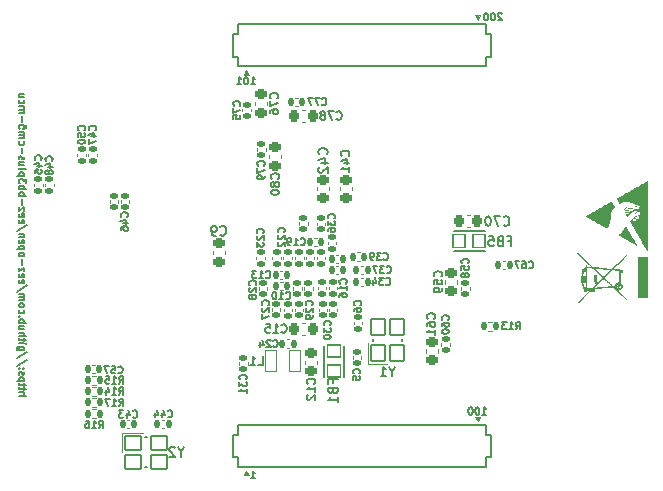
<source format=gbo>
%TF.GenerationSoftware,KiCad,Pcbnew,9.0.6-9.0.6~ubuntu24.04.1*%
%TF.CreationDate,2025-12-30T17:49:34+01:00*%
%TF.ProjectId,BB3plus CM5 STM32H7 module,42423370-6c75-4732-9043-4d352053544d,r1B3*%
%TF.SameCoordinates,Original*%
%TF.FileFunction,Legend,Bot*%
%TF.FilePolarity,Positive*%
%FSLAX46Y46*%
G04 Gerber Fmt 4.6, Leading zero omitted, Abs format (unit mm)*
G04 Created by KiCad (PCBNEW 9.0.6-9.0.6~ubuntu24.04.1) date 2025-12-30 17:49:34*
%MOMM*%
%LPD*%
G01*
G04 APERTURE LIST*
G04 Aperture macros list*
%AMRoundRect*
0 Rectangle with rounded corners*
0 $1 Rounding radius*
0 $2 $3 $4 $5 $6 $7 $8 $9 X,Y pos of 4 corners*
0 Add a 4 corners polygon primitive as box body*
4,1,4,$2,$3,$4,$5,$6,$7,$8,$9,$2,$3,0*
0 Add four circle primitives for the rounded corners*
1,1,$1+$1,$2,$3*
1,1,$1+$1,$4,$5*
1,1,$1+$1,$6,$7*
1,1,$1+$1,$8,$9*
0 Add four rect primitives between the rounded corners*
20,1,$1+$1,$2,$3,$4,$5,0*
20,1,$1+$1,$4,$5,$6,$7,0*
20,1,$1+$1,$6,$7,$8,$9,0*
20,1,$1+$1,$8,$9,$2,$3,0*%
G04 Aperture macros list end*
%ADD10C,0.050800*%
%ADD11C,0.152400*%
%ADD12C,0.127000*%
%ADD13C,0.120000*%
%ADD14C,0.100000*%
%ADD15C,0.000000*%
%ADD16C,2.387600*%
%ADD17C,0.990600*%
%ADD18C,6.100000*%
%ADD19R,0.230000X0.660000*%
%ADD20R,0.350000X0.660000*%
%ADD21RoundRect,0.140000X-0.170000X0.140000X-0.170000X-0.140000X0.170000X-0.140000X0.170000X0.140000X0*%
%ADD22RoundRect,0.102000X-0.700000X0.600000X-0.700000X-0.600000X0.700000X-0.600000X0.700000X0.600000X0*%
%ADD23RoundRect,0.140000X0.170000X-0.140000X0.170000X0.140000X-0.170000X0.140000X-0.170000X-0.140000X0*%
%ADD24RoundRect,0.140000X0.140000X0.170000X-0.140000X0.170000X-0.140000X-0.170000X0.140000X-0.170000X0*%
%ADD25RoundRect,0.225000X-0.225000X-0.250000X0.225000X-0.250000X0.225000X0.250000X-0.225000X0.250000X0*%
%ADD26RoundRect,0.140000X-0.140000X-0.170000X0.140000X-0.170000X0.140000X0.170000X-0.140000X0.170000X0*%
%ADD27RoundRect,0.225000X0.250000X-0.225000X0.250000X0.225000X-0.250000X0.225000X-0.250000X-0.225000X0*%
%ADD28RoundRect,0.225000X0.225000X0.250000X-0.225000X0.250000X-0.225000X-0.250000X0.225000X-0.250000X0*%
%ADD29RoundRect,0.225000X-0.250000X0.225000X-0.250000X-0.225000X0.250000X-0.225000X0.250000X0.225000X0*%
%ADD30RoundRect,0.135000X0.135000X0.185000X-0.135000X0.185000X-0.135000X-0.185000X0.135000X-0.185000X0*%
%ADD31RoundRect,0.057252X0.506248X0.556248X-0.506248X0.556248X-0.506248X-0.556248X0.506248X-0.556248X0*%
%ADD32RoundRect,0.048381X-0.459619X-0.891419X0.459619X-0.891419X0.459619X0.891419X-0.459619X0.891419X0*%
%ADD33RoundRect,0.102000X-0.600000X-0.700000X0.600000X-0.700000X0.600000X0.700000X-0.600000X0.700000X0*%
%ADD34RoundRect,0.135000X-0.135000X-0.185000X0.135000X-0.185000X0.135000X0.185000X-0.135000X0.185000X0*%
%ADD35RoundRect,0.057252X-0.556248X0.506248X-0.556248X-0.506248X0.556248X-0.506248X0.556248X0.506248X0*%
G04 APERTURE END LIST*
D10*
X114510000Y-77750000D02*
X114100000Y-77750000D01*
X114303739Y-77371976D01*
X114510000Y-77750000D01*
G36*
X114510000Y-77750000D02*
G01*
X114100000Y-77750000D01*
X114303739Y-77371976D01*
X114510000Y-77750000D01*
G37*
X114507049Y-111670000D02*
X114097049Y-111670000D01*
X114300788Y-111291976D01*
X114507049Y-111670000D01*
G36*
X114507049Y-111670000D02*
G01*
X114097049Y-111670000D01*
X114300788Y-111291976D01*
X114507049Y-111670000D01*
G37*
X133896261Y-73078024D02*
X133690000Y-72700000D01*
X134100000Y-72700000D01*
X133896261Y-73078024D01*
G36*
X133896261Y-73078024D02*
G01*
X133690000Y-72700000D01*
X134100000Y-72700000D01*
X133896261Y-73078024D01*
G37*
X133896261Y-107078024D02*
X133690000Y-106700000D01*
X134100000Y-106700000D01*
X133896261Y-107078024D01*
G36*
X133896261Y-107078024D02*
G01*
X133690000Y-106700000D01*
X134100000Y-106700000D01*
X133896261Y-107078024D01*
G37*
D11*
X134265279Y-106517471D02*
X134613622Y-106517471D01*
X134439451Y-106517471D02*
X134439451Y-105907871D01*
X134439451Y-105907871D02*
X134497508Y-105994957D01*
X134497508Y-105994957D02*
X134555565Y-106053014D01*
X134555565Y-106053014D02*
X134613622Y-106082043D01*
X133887908Y-105907871D02*
X133829851Y-105907871D01*
X133829851Y-105907871D02*
X133771794Y-105936900D01*
X133771794Y-105936900D02*
X133742766Y-105965928D01*
X133742766Y-105965928D02*
X133713737Y-106023985D01*
X133713737Y-106023985D02*
X133684708Y-106140100D01*
X133684708Y-106140100D02*
X133684708Y-106285243D01*
X133684708Y-106285243D02*
X133713737Y-106401357D01*
X133713737Y-106401357D02*
X133742766Y-106459414D01*
X133742766Y-106459414D02*
X133771794Y-106488443D01*
X133771794Y-106488443D02*
X133829851Y-106517471D01*
X133829851Y-106517471D02*
X133887908Y-106517471D01*
X133887908Y-106517471D02*
X133945966Y-106488443D01*
X133945966Y-106488443D02*
X133974994Y-106459414D01*
X133974994Y-106459414D02*
X134004023Y-106401357D01*
X134004023Y-106401357D02*
X134033051Y-106285243D01*
X134033051Y-106285243D02*
X134033051Y-106140100D01*
X134033051Y-106140100D02*
X134004023Y-106023985D01*
X134004023Y-106023985D02*
X133974994Y-105965928D01*
X133974994Y-105965928D02*
X133945966Y-105936900D01*
X133945966Y-105936900D02*
X133887908Y-105907871D01*
X133307337Y-105907871D02*
X133249280Y-105907871D01*
X133249280Y-105907871D02*
X133191223Y-105936900D01*
X133191223Y-105936900D02*
X133162195Y-105965928D01*
X133162195Y-105965928D02*
X133133166Y-106023985D01*
X133133166Y-106023985D02*
X133104137Y-106140100D01*
X133104137Y-106140100D02*
X133104137Y-106285243D01*
X133104137Y-106285243D02*
X133133166Y-106401357D01*
X133133166Y-106401357D02*
X133162195Y-106459414D01*
X133162195Y-106459414D02*
X133191223Y-106488443D01*
X133191223Y-106488443D02*
X133249280Y-106517471D01*
X133249280Y-106517471D02*
X133307337Y-106517471D01*
X133307337Y-106517471D02*
X133365395Y-106488443D01*
X133365395Y-106488443D02*
X133394423Y-106459414D01*
X133394423Y-106459414D02*
X133423452Y-106401357D01*
X133423452Y-106401357D02*
X133452480Y-106285243D01*
X133452480Y-106285243D02*
X133452480Y-106140100D01*
X133452480Y-106140100D02*
X133423452Y-106023985D01*
X133423452Y-106023985D02*
X133394423Y-105965928D01*
X133394423Y-105965928D02*
X133365395Y-105936900D01*
X133365395Y-105936900D02*
X133307337Y-105907871D01*
X95059497Y-104900193D02*
X95669097Y-104900193D01*
X95059497Y-104638936D02*
X95378811Y-104638936D01*
X95378811Y-104638936D02*
X95436868Y-104667964D01*
X95436868Y-104667964D02*
X95465897Y-104726021D01*
X95465897Y-104726021D02*
X95465897Y-104813107D01*
X95465897Y-104813107D02*
X95436868Y-104871164D01*
X95436868Y-104871164D02*
X95407840Y-104900193D01*
X95465897Y-104435735D02*
X95465897Y-104203507D01*
X95669097Y-104348650D02*
X95146583Y-104348650D01*
X95146583Y-104348650D02*
X95088526Y-104319621D01*
X95088526Y-104319621D02*
X95059497Y-104261564D01*
X95059497Y-104261564D02*
X95059497Y-104203507D01*
X95465897Y-104087392D02*
X95465897Y-103855164D01*
X95669097Y-104000307D02*
X95146583Y-104000307D01*
X95146583Y-104000307D02*
X95088526Y-103971278D01*
X95088526Y-103971278D02*
X95059497Y-103913221D01*
X95059497Y-103913221D02*
X95059497Y-103855164D01*
X95465897Y-103651964D02*
X94856297Y-103651964D01*
X95436868Y-103651964D02*
X95465897Y-103593907D01*
X95465897Y-103593907D02*
X95465897Y-103477792D01*
X95465897Y-103477792D02*
X95436868Y-103419735D01*
X95436868Y-103419735D02*
X95407840Y-103390707D01*
X95407840Y-103390707D02*
X95349783Y-103361678D01*
X95349783Y-103361678D02*
X95175611Y-103361678D01*
X95175611Y-103361678D02*
X95117554Y-103390707D01*
X95117554Y-103390707D02*
X95088526Y-103419735D01*
X95088526Y-103419735D02*
X95059497Y-103477792D01*
X95059497Y-103477792D02*
X95059497Y-103593907D01*
X95059497Y-103593907D02*
X95088526Y-103651964D01*
X95088526Y-103129449D02*
X95059497Y-103071392D01*
X95059497Y-103071392D02*
X95059497Y-102955278D01*
X95059497Y-102955278D02*
X95088526Y-102897221D01*
X95088526Y-102897221D02*
X95146583Y-102868192D01*
X95146583Y-102868192D02*
X95175611Y-102868192D01*
X95175611Y-102868192D02*
X95233668Y-102897221D01*
X95233668Y-102897221D02*
X95262697Y-102955278D01*
X95262697Y-102955278D02*
X95262697Y-103042364D01*
X95262697Y-103042364D02*
X95291726Y-103100421D01*
X95291726Y-103100421D02*
X95349783Y-103129449D01*
X95349783Y-103129449D02*
X95378811Y-103129449D01*
X95378811Y-103129449D02*
X95436868Y-103100421D01*
X95436868Y-103100421D02*
X95465897Y-103042364D01*
X95465897Y-103042364D02*
X95465897Y-102955278D01*
X95465897Y-102955278D02*
X95436868Y-102897221D01*
X95117554Y-102606935D02*
X95088526Y-102577906D01*
X95088526Y-102577906D02*
X95059497Y-102606935D01*
X95059497Y-102606935D02*
X95088526Y-102635963D01*
X95088526Y-102635963D02*
X95117554Y-102606935D01*
X95117554Y-102606935D02*
X95059497Y-102606935D01*
X95436868Y-102606935D02*
X95407840Y-102577906D01*
X95407840Y-102577906D02*
X95378811Y-102606935D01*
X95378811Y-102606935D02*
X95407840Y-102635963D01*
X95407840Y-102635963D02*
X95436868Y-102606935D01*
X95436868Y-102606935D02*
X95378811Y-102606935D01*
X95698126Y-101881220D02*
X94914354Y-102403734D01*
X95698126Y-101242591D02*
X94914354Y-101765105D01*
X95465897Y-100778134D02*
X94972411Y-100778134D01*
X94972411Y-100778134D02*
X94914354Y-100807162D01*
X94914354Y-100807162D02*
X94885326Y-100836191D01*
X94885326Y-100836191D02*
X94856297Y-100894248D01*
X94856297Y-100894248D02*
X94856297Y-100981334D01*
X94856297Y-100981334D02*
X94885326Y-101039391D01*
X95088526Y-100778134D02*
X95059497Y-100836191D01*
X95059497Y-100836191D02*
X95059497Y-100952305D01*
X95059497Y-100952305D02*
X95088526Y-101010362D01*
X95088526Y-101010362D02*
X95117554Y-101039391D01*
X95117554Y-101039391D02*
X95175611Y-101068419D01*
X95175611Y-101068419D02*
X95349783Y-101068419D01*
X95349783Y-101068419D02*
X95407840Y-101039391D01*
X95407840Y-101039391D02*
X95436868Y-101010362D01*
X95436868Y-101010362D02*
X95465897Y-100952305D01*
X95465897Y-100952305D02*
X95465897Y-100836191D01*
X95465897Y-100836191D02*
X95436868Y-100778134D01*
X95059497Y-100487848D02*
X95465897Y-100487848D01*
X95669097Y-100487848D02*
X95640068Y-100516876D01*
X95640068Y-100516876D02*
X95611040Y-100487848D01*
X95611040Y-100487848D02*
X95640068Y-100458819D01*
X95640068Y-100458819D02*
X95669097Y-100487848D01*
X95669097Y-100487848D02*
X95611040Y-100487848D01*
X95465897Y-100284647D02*
X95465897Y-100052419D01*
X95669097Y-100197562D02*
X95146583Y-100197562D01*
X95146583Y-100197562D02*
X95088526Y-100168533D01*
X95088526Y-100168533D02*
X95059497Y-100110476D01*
X95059497Y-100110476D02*
X95059497Y-100052419D01*
X95059497Y-99849219D02*
X95669097Y-99849219D01*
X95059497Y-99587962D02*
X95378811Y-99587962D01*
X95378811Y-99587962D02*
X95436868Y-99616990D01*
X95436868Y-99616990D02*
X95465897Y-99675047D01*
X95465897Y-99675047D02*
X95465897Y-99762133D01*
X95465897Y-99762133D02*
X95436868Y-99820190D01*
X95436868Y-99820190D02*
X95407840Y-99849219D01*
X95465897Y-99036419D02*
X95059497Y-99036419D01*
X95465897Y-99297676D02*
X95146583Y-99297676D01*
X95146583Y-99297676D02*
X95088526Y-99268647D01*
X95088526Y-99268647D02*
X95059497Y-99210590D01*
X95059497Y-99210590D02*
X95059497Y-99123504D01*
X95059497Y-99123504D02*
X95088526Y-99065447D01*
X95088526Y-99065447D02*
X95117554Y-99036419D01*
X95059497Y-98746133D02*
X95669097Y-98746133D01*
X95436868Y-98746133D02*
X95465897Y-98688076D01*
X95465897Y-98688076D02*
X95465897Y-98571961D01*
X95465897Y-98571961D02*
X95436868Y-98513904D01*
X95436868Y-98513904D02*
X95407840Y-98484876D01*
X95407840Y-98484876D02*
X95349783Y-98455847D01*
X95349783Y-98455847D02*
X95175611Y-98455847D01*
X95175611Y-98455847D02*
X95117554Y-98484876D01*
X95117554Y-98484876D02*
X95088526Y-98513904D01*
X95088526Y-98513904D02*
X95059497Y-98571961D01*
X95059497Y-98571961D02*
X95059497Y-98688076D01*
X95059497Y-98688076D02*
X95088526Y-98746133D01*
X95117554Y-98194590D02*
X95088526Y-98165561D01*
X95088526Y-98165561D02*
X95059497Y-98194590D01*
X95059497Y-98194590D02*
X95088526Y-98223618D01*
X95088526Y-98223618D02*
X95117554Y-98194590D01*
X95117554Y-98194590D02*
X95059497Y-98194590D01*
X95088526Y-97643047D02*
X95059497Y-97701104D01*
X95059497Y-97701104D02*
X95059497Y-97817218D01*
X95059497Y-97817218D02*
X95088526Y-97875275D01*
X95088526Y-97875275D02*
X95117554Y-97904304D01*
X95117554Y-97904304D02*
X95175611Y-97933332D01*
X95175611Y-97933332D02*
X95349783Y-97933332D01*
X95349783Y-97933332D02*
X95407840Y-97904304D01*
X95407840Y-97904304D02*
X95436868Y-97875275D01*
X95436868Y-97875275D02*
X95465897Y-97817218D01*
X95465897Y-97817218D02*
X95465897Y-97701104D01*
X95465897Y-97701104D02*
X95436868Y-97643047D01*
X95059497Y-97294704D02*
X95088526Y-97352761D01*
X95088526Y-97352761D02*
X95117554Y-97381790D01*
X95117554Y-97381790D02*
X95175611Y-97410818D01*
X95175611Y-97410818D02*
X95349783Y-97410818D01*
X95349783Y-97410818D02*
X95407840Y-97381790D01*
X95407840Y-97381790D02*
X95436868Y-97352761D01*
X95436868Y-97352761D02*
X95465897Y-97294704D01*
X95465897Y-97294704D02*
X95465897Y-97207618D01*
X95465897Y-97207618D02*
X95436868Y-97149561D01*
X95436868Y-97149561D02*
X95407840Y-97120533D01*
X95407840Y-97120533D02*
X95349783Y-97091504D01*
X95349783Y-97091504D02*
X95175611Y-97091504D01*
X95175611Y-97091504D02*
X95117554Y-97120533D01*
X95117554Y-97120533D02*
X95088526Y-97149561D01*
X95088526Y-97149561D02*
X95059497Y-97207618D01*
X95059497Y-97207618D02*
X95059497Y-97294704D01*
X95059497Y-96830247D02*
X95465897Y-96830247D01*
X95407840Y-96830247D02*
X95436868Y-96801218D01*
X95436868Y-96801218D02*
X95465897Y-96743161D01*
X95465897Y-96743161D02*
X95465897Y-96656075D01*
X95465897Y-96656075D02*
X95436868Y-96598018D01*
X95436868Y-96598018D02*
X95378811Y-96568990D01*
X95378811Y-96568990D02*
X95059497Y-96568990D01*
X95378811Y-96568990D02*
X95436868Y-96539961D01*
X95436868Y-96539961D02*
X95465897Y-96481904D01*
X95465897Y-96481904D02*
X95465897Y-96394818D01*
X95465897Y-96394818D02*
X95436868Y-96336761D01*
X95436868Y-96336761D02*
X95378811Y-96307732D01*
X95378811Y-96307732D02*
X95059497Y-96307732D01*
X95698126Y-95582018D02*
X94914354Y-96104532D01*
X95088526Y-95146589D02*
X95059497Y-95204646D01*
X95059497Y-95204646D02*
X95059497Y-95320761D01*
X95059497Y-95320761D02*
X95088526Y-95378818D01*
X95088526Y-95378818D02*
X95146583Y-95407846D01*
X95146583Y-95407846D02*
X95378811Y-95407846D01*
X95378811Y-95407846D02*
X95436868Y-95378818D01*
X95436868Y-95378818D02*
X95465897Y-95320761D01*
X95465897Y-95320761D02*
X95465897Y-95204646D01*
X95465897Y-95204646D02*
X95436868Y-95146589D01*
X95436868Y-95146589D02*
X95378811Y-95117561D01*
X95378811Y-95117561D02*
X95320754Y-95117561D01*
X95320754Y-95117561D02*
X95262697Y-95407846D01*
X95088526Y-94624075D02*
X95059497Y-94682132D01*
X95059497Y-94682132D02*
X95059497Y-94798247D01*
X95059497Y-94798247D02*
X95088526Y-94856304D01*
X95088526Y-94856304D02*
X95146583Y-94885332D01*
X95146583Y-94885332D02*
X95378811Y-94885332D01*
X95378811Y-94885332D02*
X95436868Y-94856304D01*
X95436868Y-94856304D02*
X95465897Y-94798247D01*
X95465897Y-94798247D02*
X95465897Y-94682132D01*
X95465897Y-94682132D02*
X95436868Y-94624075D01*
X95436868Y-94624075D02*
X95378811Y-94595047D01*
X95378811Y-94595047D02*
X95320754Y-94595047D01*
X95320754Y-94595047D02*
X95262697Y-94885332D01*
X95465897Y-94391847D02*
X95465897Y-94072533D01*
X95465897Y-94072533D02*
X95059497Y-94391847D01*
X95059497Y-94391847D02*
X95059497Y-94072533D01*
X95291726Y-93840304D02*
X95291726Y-93375847D01*
X95059497Y-92998475D02*
X95088526Y-93056532D01*
X95088526Y-93056532D02*
X95117554Y-93085561D01*
X95117554Y-93085561D02*
X95175611Y-93114589D01*
X95175611Y-93114589D02*
X95349783Y-93114589D01*
X95349783Y-93114589D02*
X95407840Y-93085561D01*
X95407840Y-93085561D02*
X95436868Y-93056532D01*
X95436868Y-93056532D02*
X95465897Y-92998475D01*
X95465897Y-92998475D02*
X95465897Y-92911389D01*
X95465897Y-92911389D02*
X95436868Y-92853332D01*
X95436868Y-92853332D02*
X95407840Y-92824304D01*
X95407840Y-92824304D02*
X95349783Y-92795275D01*
X95349783Y-92795275D02*
X95175611Y-92795275D01*
X95175611Y-92795275D02*
X95117554Y-92824304D01*
X95117554Y-92824304D02*
X95088526Y-92853332D01*
X95088526Y-92853332D02*
X95059497Y-92911389D01*
X95059497Y-92911389D02*
X95059497Y-92998475D01*
X95465897Y-92534018D02*
X94856297Y-92534018D01*
X95436868Y-92534018D02*
X95465897Y-92475961D01*
X95465897Y-92475961D02*
X95465897Y-92359846D01*
X95465897Y-92359846D02*
X95436868Y-92301789D01*
X95436868Y-92301789D02*
X95407840Y-92272761D01*
X95407840Y-92272761D02*
X95349783Y-92243732D01*
X95349783Y-92243732D02*
X95175611Y-92243732D01*
X95175611Y-92243732D02*
X95117554Y-92272761D01*
X95117554Y-92272761D02*
X95088526Y-92301789D01*
X95088526Y-92301789D02*
X95059497Y-92359846D01*
X95059497Y-92359846D02*
X95059497Y-92475961D01*
X95059497Y-92475961D02*
X95088526Y-92534018D01*
X95088526Y-91750246D02*
X95059497Y-91808303D01*
X95059497Y-91808303D02*
X95059497Y-91924418D01*
X95059497Y-91924418D02*
X95088526Y-91982475D01*
X95088526Y-91982475D02*
X95146583Y-92011503D01*
X95146583Y-92011503D02*
X95378811Y-92011503D01*
X95378811Y-92011503D02*
X95436868Y-91982475D01*
X95436868Y-91982475D02*
X95465897Y-91924418D01*
X95465897Y-91924418D02*
X95465897Y-91808303D01*
X95465897Y-91808303D02*
X95436868Y-91750246D01*
X95436868Y-91750246D02*
X95378811Y-91721218D01*
X95378811Y-91721218D02*
X95320754Y-91721218D01*
X95320754Y-91721218D02*
X95262697Y-92011503D01*
X95465897Y-91459961D02*
X95059497Y-91459961D01*
X95407840Y-91459961D02*
X95436868Y-91430932D01*
X95436868Y-91430932D02*
X95465897Y-91372875D01*
X95465897Y-91372875D02*
X95465897Y-91285789D01*
X95465897Y-91285789D02*
X95436868Y-91227732D01*
X95436868Y-91227732D02*
X95378811Y-91198704D01*
X95378811Y-91198704D02*
X95059497Y-91198704D01*
X95698126Y-90472989D02*
X94914354Y-90995503D01*
X95088526Y-90037560D02*
X95059497Y-90095617D01*
X95059497Y-90095617D02*
X95059497Y-90211732D01*
X95059497Y-90211732D02*
X95088526Y-90269789D01*
X95088526Y-90269789D02*
X95146583Y-90298817D01*
X95146583Y-90298817D02*
X95378811Y-90298817D01*
X95378811Y-90298817D02*
X95436868Y-90269789D01*
X95436868Y-90269789D02*
X95465897Y-90211732D01*
X95465897Y-90211732D02*
X95465897Y-90095617D01*
X95465897Y-90095617D02*
X95436868Y-90037560D01*
X95436868Y-90037560D02*
X95378811Y-90008532D01*
X95378811Y-90008532D02*
X95320754Y-90008532D01*
X95320754Y-90008532D02*
X95262697Y-90298817D01*
X95088526Y-89515046D02*
X95059497Y-89573103D01*
X95059497Y-89573103D02*
X95059497Y-89689218D01*
X95059497Y-89689218D02*
X95088526Y-89747275D01*
X95088526Y-89747275D02*
X95146583Y-89776303D01*
X95146583Y-89776303D02*
X95378811Y-89776303D01*
X95378811Y-89776303D02*
X95436868Y-89747275D01*
X95436868Y-89747275D02*
X95465897Y-89689218D01*
X95465897Y-89689218D02*
X95465897Y-89573103D01*
X95465897Y-89573103D02*
X95436868Y-89515046D01*
X95436868Y-89515046D02*
X95378811Y-89486018D01*
X95378811Y-89486018D02*
X95320754Y-89486018D01*
X95320754Y-89486018D02*
X95262697Y-89776303D01*
X95465897Y-89282818D02*
X95465897Y-88963504D01*
X95465897Y-88963504D02*
X95059497Y-89282818D01*
X95059497Y-89282818D02*
X95059497Y-88963504D01*
X95291726Y-88731275D02*
X95291726Y-88266818D01*
X95059497Y-87976532D02*
X95669097Y-87976532D01*
X95436868Y-87976532D02*
X95465897Y-87918475D01*
X95465897Y-87918475D02*
X95465897Y-87802360D01*
X95465897Y-87802360D02*
X95436868Y-87744303D01*
X95436868Y-87744303D02*
X95407840Y-87715275D01*
X95407840Y-87715275D02*
X95349783Y-87686246D01*
X95349783Y-87686246D02*
X95175611Y-87686246D01*
X95175611Y-87686246D02*
X95117554Y-87715275D01*
X95117554Y-87715275D02*
X95088526Y-87744303D01*
X95088526Y-87744303D02*
X95059497Y-87802360D01*
X95059497Y-87802360D02*
X95059497Y-87918475D01*
X95059497Y-87918475D02*
X95088526Y-87976532D01*
X95059497Y-87424989D02*
X95669097Y-87424989D01*
X95436868Y-87424989D02*
X95465897Y-87366932D01*
X95465897Y-87366932D02*
X95465897Y-87250817D01*
X95465897Y-87250817D02*
X95436868Y-87192760D01*
X95436868Y-87192760D02*
X95407840Y-87163732D01*
X95407840Y-87163732D02*
X95349783Y-87134703D01*
X95349783Y-87134703D02*
X95175611Y-87134703D01*
X95175611Y-87134703D02*
X95117554Y-87163732D01*
X95117554Y-87163732D02*
X95088526Y-87192760D01*
X95088526Y-87192760D02*
X95059497Y-87250817D01*
X95059497Y-87250817D02*
X95059497Y-87366932D01*
X95059497Y-87366932D02*
X95088526Y-87424989D01*
X95669097Y-86931503D02*
X95669097Y-86554131D01*
X95669097Y-86554131D02*
X95436868Y-86757331D01*
X95436868Y-86757331D02*
X95436868Y-86670246D01*
X95436868Y-86670246D02*
X95407840Y-86612189D01*
X95407840Y-86612189D02*
X95378811Y-86583160D01*
X95378811Y-86583160D02*
X95320754Y-86554131D01*
X95320754Y-86554131D02*
X95175611Y-86554131D01*
X95175611Y-86554131D02*
X95117554Y-86583160D01*
X95117554Y-86583160D02*
X95088526Y-86612189D01*
X95088526Y-86612189D02*
X95059497Y-86670246D01*
X95059497Y-86670246D02*
X95059497Y-86844417D01*
X95059497Y-86844417D02*
X95088526Y-86902474D01*
X95088526Y-86902474D02*
X95117554Y-86931503D01*
X95465897Y-86292875D02*
X94856297Y-86292875D01*
X95436868Y-86292875D02*
X95465897Y-86234818D01*
X95465897Y-86234818D02*
X95465897Y-86118703D01*
X95465897Y-86118703D02*
X95436868Y-86060646D01*
X95436868Y-86060646D02*
X95407840Y-86031618D01*
X95407840Y-86031618D02*
X95349783Y-86002589D01*
X95349783Y-86002589D02*
X95175611Y-86002589D01*
X95175611Y-86002589D02*
X95117554Y-86031618D01*
X95117554Y-86031618D02*
X95088526Y-86060646D01*
X95088526Y-86060646D02*
X95059497Y-86118703D01*
X95059497Y-86118703D02*
X95059497Y-86234818D01*
X95059497Y-86234818D02*
X95088526Y-86292875D01*
X95059497Y-85654246D02*
X95088526Y-85712303D01*
X95088526Y-85712303D02*
X95146583Y-85741332D01*
X95146583Y-85741332D02*
X95669097Y-85741332D01*
X95465897Y-85160761D02*
X95059497Y-85160761D01*
X95465897Y-85422018D02*
X95146583Y-85422018D01*
X95146583Y-85422018D02*
X95088526Y-85392989D01*
X95088526Y-85392989D02*
X95059497Y-85334932D01*
X95059497Y-85334932D02*
X95059497Y-85247846D01*
X95059497Y-85247846D02*
X95088526Y-85189789D01*
X95088526Y-85189789D02*
X95117554Y-85160761D01*
X95088526Y-84899503D02*
X95059497Y-84841446D01*
X95059497Y-84841446D02*
X95059497Y-84725332D01*
X95059497Y-84725332D02*
X95088526Y-84667275D01*
X95088526Y-84667275D02*
X95146583Y-84638246D01*
X95146583Y-84638246D02*
X95175611Y-84638246D01*
X95175611Y-84638246D02*
X95233668Y-84667275D01*
X95233668Y-84667275D02*
X95262697Y-84725332D01*
X95262697Y-84725332D02*
X95262697Y-84812418D01*
X95262697Y-84812418D02*
X95291726Y-84870475D01*
X95291726Y-84870475D02*
X95349783Y-84899503D01*
X95349783Y-84899503D02*
X95378811Y-84899503D01*
X95378811Y-84899503D02*
X95436868Y-84870475D01*
X95436868Y-84870475D02*
X95465897Y-84812418D01*
X95465897Y-84812418D02*
X95465897Y-84725332D01*
X95465897Y-84725332D02*
X95436868Y-84667275D01*
X95291726Y-84376989D02*
X95291726Y-83912532D01*
X95088526Y-83360989D02*
X95059497Y-83419046D01*
X95059497Y-83419046D02*
X95059497Y-83535160D01*
X95059497Y-83535160D02*
X95088526Y-83593217D01*
X95088526Y-83593217D02*
X95117554Y-83622246D01*
X95117554Y-83622246D02*
X95175611Y-83651274D01*
X95175611Y-83651274D02*
X95349783Y-83651274D01*
X95349783Y-83651274D02*
X95407840Y-83622246D01*
X95407840Y-83622246D02*
X95436868Y-83593217D01*
X95436868Y-83593217D02*
X95465897Y-83535160D01*
X95465897Y-83535160D02*
X95465897Y-83419046D01*
X95465897Y-83419046D02*
X95436868Y-83360989D01*
X95059497Y-83099732D02*
X95465897Y-83099732D01*
X95407840Y-83099732D02*
X95436868Y-83070703D01*
X95436868Y-83070703D02*
X95465897Y-83012646D01*
X95465897Y-83012646D02*
X95465897Y-82925560D01*
X95465897Y-82925560D02*
X95436868Y-82867503D01*
X95436868Y-82867503D02*
X95378811Y-82838475D01*
X95378811Y-82838475D02*
X95059497Y-82838475D01*
X95378811Y-82838475D02*
X95436868Y-82809446D01*
X95436868Y-82809446D02*
X95465897Y-82751389D01*
X95465897Y-82751389D02*
X95465897Y-82664303D01*
X95465897Y-82664303D02*
X95436868Y-82606246D01*
X95436868Y-82606246D02*
X95378811Y-82577217D01*
X95378811Y-82577217D02*
X95059497Y-82577217D01*
X95669097Y-81996646D02*
X95669097Y-82286932D01*
X95669097Y-82286932D02*
X95378811Y-82315960D01*
X95378811Y-82315960D02*
X95407840Y-82286932D01*
X95407840Y-82286932D02*
X95436868Y-82228875D01*
X95436868Y-82228875D02*
X95436868Y-82083732D01*
X95436868Y-82083732D02*
X95407840Y-82025675D01*
X95407840Y-82025675D02*
X95378811Y-81996646D01*
X95378811Y-81996646D02*
X95320754Y-81967617D01*
X95320754Y-81967617D02*
X95175611Y-81967617D01*
X95175611Y-81967617D02*
X95117554Y-81996646D01*
X95117554Y-81996646D02*
X95088526Y-82025675D01*
X95088526Y-82025675D02*
X95059497Y-82083732D01*
X95059497Y-82083732D02*
X95059497Y-82228875D01*
X95059497Y-82228875D02*
X95088526Y-82286932D01*
X95088526Y-82286932D02*
X95117554Y-82315960D01*
X95291726Y-81706361D02*
X95291726Y-81241904D01*
X95059497Y-80951618D02*
X95465897Y-80951618D01*
X95407840Y-80951618D02*
X95436868Y-80922589D01*
X95436868Y-80922589D02*
X95465897Y-80864532D01*
X95465897Y-80864532D02*
X95465897Y-80777446D01*
X95465897Y-80777446D02*
X95436868Y-80719389D01*
X95436868Y-80719389D02*
X95378811Y-80690361D01*
X95378811Y-80690361D02*
X95059497Y-80690361D01*
X95378811Y-80690361D02*
X95436868Y-80661332D01*
X95436868Y-80661332D02*
X95465897Y-80603275D01*
X95465897Y-80603275D02*
X95465897Y-80516189D01*
X95465897Y-80516189D02*
X95436868Y-80458132D01*
X95436868Y-80458132D02*
X95378811Y-80429103D01*
X95378811Y-80429103D02*
X95059497Y-80429103D01*
X95088526Y-79877561D02*
X95059497Y-79935618D01*
X95059497Y-79935618D02*
X95059497Y-80051732D01*
X95059497Y-80051732D02*
X95088526Y-80109789D01*
X95088526Y-80109789D02*
X95117554Y-80138818D01*
X95117554Y-80138818D02*
X95175611Y-80167846D01*
X95175611Y-80167846D02*
X95349783Y-80167846D01*
X95349783Y-80167846D02*
X95407840Y-80138818D01*
X95407840Y-80138818D02*
X95436868Y-80109789D01*
X95436868Y-80109789D02*
X95465897Y-80051732D01*
X95465897Y-80051732D02*
X95465897Y-79935618D01*
X95465897Y-79935618D02*
X95436868Y-79877561D01*
X95465897Y-79355047D02*
X95059497Y-79355047D01*
X95465897Y-79616304D02*
X95146583Y-79616304D01*
X95146583Y-79616304D02*
X95088526Y-79587275D01*
X95088526Y-79587275D02*
X95059497Y-79529218D01*
X95059497Y-79529218D02*
X95059497Y-79442132D01*
X95059497Y-79442132D02*
X95088526Y-79384075D01*
X95088526Y-79384075D02*
X95117554Y-79355047D01*
X135923622Y-72555928D02*
X135894594Y-72526900D01*
X135894594Y-72526900D02*
X135836537Y-72497871D01*
X135836537Y-72497871D02*
X135691394Y-72497871D01*
X135691394Y-72497871D02*
X135633337Y-72526900D01*
X135633337Y-72526900D02*
X135604308Y-72555928D01*
X135604308Y-72555928D02*
X135575279Y-72613985D01*
X135575279Y-72613985D02*
X135575279Y-72672043D01*
X135575279Y-72672043D02*
X135604308Y-72759128D01*
X135604308Y-72759128D02*
X135952651Y-73107471D01*
X135952651Y-73107471D02*
X135575279Y-73107471D01*
X135197908Y-72497871D02*
X135139851Y-72497871D01*
X135139851Y-72497871D02*
X135081794Y-72526900D01*
X135081794Y-72526900D02*
X135052766Y-72555928D01*
X135052766Y-72555928D02*
X135023737Y-72613985D01*
X135023737Y-72613985D02*
X134994708Y-72730100D01*
X134994708Y-72730100D02*
X134994708Y-72875243D01*
X134994708Y-72875243D02*
X135023737Y-72991357D01*
X135023737Y-72991357D02*
X135052766Y-73049414D01*
X135052766Y-73049414D02*
X135081794Y-73078443D01*
X135081794Y-73078443D02*
X135139851Y-73107471D01*
X135139851Y-73107471D02*
X135197908Y-73107471D01*
X135197908Y-73107471D02*
X135255966Y-73078443D01*
X135255966Y-73078443D02*
X135284994Y-73049414D01*
X135284994Y-73049414D02*
X135314023Y-72991357D01*
X135314023Y-72991357D02*
X135343051Y-72875243D01*
X135343051Y-72875243D02*
X135343051Y-72730100D01*
X135343051Y-72730100D02*
X135314023Y-72613985D01*
X135314023Y-72613985D02*
X135284994Y-72555928D01*
X135284994Y-72555928D02*
X135255966Y-72526900D01*
X135255966Y-72526900D02*
X135197908Y-72497871D01*
X134617337Y-72497871D02*
X134559280Y-72497871D01*
X134559280Y-72497871D02*
X134501223Y-72526900D01*
X134501223Y-72526900D02*
X134472195Y-72555928D01*
X134472195Y-72555928D02*
X134443166Y-72613985D01*
X134443166Y-72613985D02*
X134414137Y-72730100D01*
X134414137Y-72730100D02*
X134414137Y-72875243D01*
X134414137Y-72875243D02*
X134443166Y-72991357D01*
X134443166Y-72991357D02*
X134472195Y-73049414D01*
X134472195Y-73049414D02*
X134501223Y-73078443D01*
X134501223Y-73078443D02*
X134559280Y-73107471D01*
X134559280Y-73107471D02*
X134617337Y-73107471D01*
X134617337Y-73107471D02*
X134675395Y-73078443D01*
X134675395Y-73078443D02*
X134704423Y-73049414D01*
X134704423Y-73049414D02*
X134733452Y-72991357D01*
X134733452Y-72991357D02*
X134762480Y-72875243D01*
X134762480Y-72875243D02*
X134762480Y-72730100D01*
X134762480Y-72730100D02*
X134733452Y-72613985D01*
X134733452Y-72613985D02*
X134704423Y-72555928D01*
X134704423Y-72555928D02*
X134675395Y-72526900D01*
X134675395Y-72526900D02*
X134617337Y-72497871D01*
X114675279Y-78527471D02*
X115023622Y-78527471D01*
X114849451Y-78527471D02*
X114849451Y-77917871D01*
X114849451Y-77917871D02*
X114907508Y-78004957D01*
X114907508Y-78004957D02*
X114965565Y-78063014D01*
X114965565Y-78063014D02*
X115023622Y-78092043D01*
X114297908Y-77917871D02*
X114239851Y-77917871D01*
X114239851Y-77917871D02*
X114181794Y-77946900D01*
X114181794Y-77946900D02*
X114152766Y-77975928D01*
X114152766Y-77975928D02*
X114123737Y-78033985D01*
X114123737Y-78033985D02*
X114094708Y-78150100D01*
X114094708Y-78150100D02*
X114094708Y-78295243D01*
X114094708Y-78295243D02*
X114123737Y-78411357D01*
X114123737Y-78411357D02*
X114152766Y-78469414D01*
X114152766Y-78469414D02*
X114181794Y-78498443D01*
X114181794Y-78498443D02*
X114239851Y-78527471D01*
X114239851Y-78527471D02*
X114297908Y-78527471D01*
X114297908Y-78527471D02*
X114355966Y-78498443D01*
X114355966Y-78498443D02*
X114384994Y-78469414D01*
X114384994Y-78469414D02*
X114414023Y-78411357D01*
X114414023Y-78411357D02*
X114443051Y-78295243D01*
X114443051Y-78295243D02*
X114443051Y-78150100D01*
X114443051Y-78150100D02*
X114414023Y-78033985D01*
X114414023Y-78033985D02*
X114384994Y-77975928D01*
X114384994Y-77975928D02*
X114355966Y-77946900D01*
X114355966Y-77946900D02*
X114297908Y-77917871D01*
X113514137Y-78527471D02*
X113862480Y-78527471D01*
X113688309Y-78527471D02*
X113688309Y-77917871D01*
X113688309Y-77917871D02*
X113746366Y-78004957D01*
X113746366Y-78004957D02*
X113804423Y-78063014D01*
X113804423Y-78063014D02*
X113862480Y-78092043D01*
X114666376Y-111917471D02*
X115014719Y-111917471D01*
X114840548Y-111917471D02*
X114840548Y-111307871D01*
X114840548Y-111307871D02*
X114898605Y-111394957D01*
X114898605Y-111394957D02*
X114956662Y-111453014D01*
X114956662Y-111453014D02*
X115014719Y-111482043D01*
X108757747Y-109681044D02*
X108757747Y-110068091D01*
X109028680Y-109255291D02*
X108757747Y-109681044D01*
X108757747Y-109681044D02*
X108486813Y-109255291D01*
X108254584Y-109332701D02*
X108215880Y-109293996D01*
X108215880Y-109293996D02*
X108138470Y-109255291D01*
X108138470Y-109255291D02*
X107944946Y-109255291D01*
X107944946Y-109255291D02*
X107867537Y-109293996D01*
X107867537Y-109293996D02*
X107828832Y-109332701D01*
X107828832Y-109332701D02*
X107790127Y-109410110D01*
X107790127Y-109410110D02*
X107790127Y-109487520D01*
X107790127Y-109487520D02*
X107828832Y-109603634D01*
X107828832Y-109603634D02*
X108293289Y-110068091D01*
X108293289Y-110068091D02*
X107790127Y-110068091D01*
X100586030Y-82428114D02*
X100615059Y-82399086D01*
X100615059Y-82399086D02*
X100644087Y-82312000D01*
X100644087Y-82312000D02*
X100644087Y-82253943D01*
X100644087Y-82253943D02*
X100615059Y-82166857D01*
X100615059Y-82166857D02*
X100557001Y-82108800D01*
X100557001Y-82108800D02*
X100498944Y-82079771D01*
X100498944Y-82079771D02*
X100382830Y-82050743D01*
X100382830Y-82050743D02*
X100295744Y-82050743D01*
X100295744Y-82050743D02*
X100179630Y-82079771D01*
X100179630Y-82079771D02*
X100121573Y-82108800D01*
X100121573Y-82108800D02*
X100063516Y-82166857D01*
X100063516Y-82166857D02*
X100034487Y-82253943D01*
X100034487Y-82253943D02*
X100034487Y-82312000D01*
X100034487Y-82312000D02*
X100063516Y-82399086D01*
X100063516Y-82399086D02*
X100092544Y-82428114D01*
X100034487Y-82979657D02*
X100034487Y-82689371D01*
X100034487Y-82689371D02*
X100324773Y-82660343D01*
X100324773Y-82660343D02*
X100295744Y-82689371D01*
X100295744Y-82689371D02*
X100266716Y-82747429D01*
X100266716Y-82747429D02*
X100266716Y-82892571D01*
X100266716Y-82892571D02*
X100295744Y-82950629D01*
X100295744Y-82950629D02*
X100324773Y-82979657D01*
X100324773Y-82979657D02*
X100382830Y-83008686D01*
X100382830Y-83008686D02*
X100527973Y-83008686D01*
X100527973Y-83008686D02*
X100586030Y-82979657D01*
X100586030Y-82979657D02*
X100615059Y-82950629D01*
X100615059Y-82950629D02*
X100644087Y-82892571D01*
X100644087Y-82892571D02*
X100644087Y-82747429D01*
X100644087Y-82747429D02*
X100615059Y-82689371D01*
X100615059Y-82689371D02*
X100586030Y-82660343D01*
X100034487Y-83386057D02*
X100034487Y-83444114D01*
X100034487Y-83444114D02*
X100063516Y-83502171D01*
X100063516Y-83502171D02*
X100092544Y-83531200D01*
X100092544Y-83531200D02*
X100150601Y-83560228D01*
X100150601Y-83560228D02*
X100266716Y-83589257D01*
X100266716Y-83589257D02*
X100411859Y-83589257D01*
X100411859Y-83589257D02*
X100527973Y-83560228D01*
X100527973Y-83560228D02*
X100586030Y-83531200D01*
X100586030Y-83531200D02*
X100615059Y-83502171D01*
X100615059Y-83502171D02*
X100644087Y-83444114D01*
X100644087Y-83444114D02*
X100644087Y-83386057D01*
X100644087Y-83386057D02*
X100615059Y-83328000D01*
X100615059Y-83328000D02*
X100586030Y-83298971D01*
X100586030Y-83298971D02*
X100527973Y-83269942D01*
X100527973Y-83269942D02*
X100411859Y-83240914D01*
X100411859Y-83240914D02*
X100266716Y-83240914D01*
X100266716Y-83240914D02*
X100150601Y-83269942D01*
X100150601Y-83269942D02*
X100092544Y-83298971D01*
X100092544Y-83298971D02*
X100063516Y-83328000D01*
X100063516Y-83328000D02*
X100034487Y-83386057D01*
X96915211Y-84943681D02*
X96944240Y-84914653D01*
X96944240Y-84914653D02*
X96973268Y-84827567D01*
X96973268Y-84827567D02*
X96973268Y-84769510D01*
X96973268Y-84769510D02*
X96944240Y-84682424D01*
X96944240Y-84682424D02*
X96886182Y-84624367D01*
X96886182Y-84624367D02*
X96828125Y-84595338D01*
X96828125Y-84595338D02*
X96712011Y-84566310D01*
X96712011Y-84566310D02*
X96624925Y-84566310D01*
X96624925Y-84566310D02*
X96508811Y-84595338D01*
X96508811Y-84595338D02*
X96450754Y-84624367D01*
X96450754Y-84624367D02*
X96392697Y-84682424D01*
X96392697Y-84682424D02*
X96363668Y-84769510D01*
X96363668Y-84769510D02*
X96363668Y-84827567D01*
X96363668Y-84827567D02*
X96392697Y-84914653D01*
X96392697Y-84914653D02*
X96421725Y-84943681D01*
X96566868Y-85466196D02*
X96973268Y-85466196D01*
X96334640Y-85321053D02*
X96770068Y-85175910D01*
X96770068Y-85175910D02*
X96770068Y-85553281D01*
X96363668Y-86075795D02*
X96363668Y-85785509D01*
X96363668Y-85785509D02*
X96653954Y-85756481D01*
X96653954Y-85756481D02*
X96624925Y-85785509D01*
X96624925Y-85785509D02*
X96595897Y-85843567D01*
X96595897Y-85843567D02*
X96595897Y-85988709D01*
X96595897Y-85988709D02*
X96624925Y-86046767D01*
X96624925Y-86046767D02*
X96653954Y-86075795D01*
X96653954Y-86075795D02*
X96712011Y-86104824D01*
X96712011Y-86104824D02*
X96857154Y-86104824D01*
X96857154Y-86104824D02*
X96915211Y-86075795D01*
X96915211Y-86075795D02*
X96944240Y-86046767D01*
X96944240Y-86046767D02*
X96973268Y-85988709D01*
X96973268Y-85988709D02*
X96973268Y-85843567D01*
X96973268Y-85843567D02*
X96944240Y-85785509D01*
X96944240Y-85785509D02*
X96915211Y-85756481D01*
X116581885Y-100739042D02*
X116610913Y-100768071D01*
X116610913Y-100768071D02*
X116697999Y-100797099D01*
X116697999Y-100797099D02*
X116756056Y-100797099D01*
X116756056Y-100797099D02*
X116843142Y-100768071D01*
X116843142Y-100768071D02*
X116901199Y-100710013D01*
X116901199Y-100710013D02*
X116930228Y-100651956D01*
X116930228Y-100651956D02*
X116959256Y-100535842D01*
X116959256Y-100535842D02*
X116959256Y-100448756D01*
X116959256Y-100448756D02*
X116930228Y-100332642D01*
X116930228Y-100332642D02*
X116901199Y-100274585D01*
X116901199Y-100274585D02*
X116843142Y-100216528D01*
X116843142Y-100216528D02*
X116756056Y-100187499D01*
X116756056Y-100187499D02*
X116697999Y-100187499D01*
X116697999Y-100187499D02*
X116610913Y-100216528D01*
X116610913Y-100216528D02*
X116581885Y-100245556D01*
X116349656Y-100245556D02*
X116320628Y-100216528D01*
X116320628Y-100216528D02*
X116262571Y-100187499D01*
X116262571Y-100187499D02*
X116117428Y-100187499D01*
X116117428Y-100187499D02*
X116059371Y-100216528D01*
X116059371Y-100216528D02*
X116030342Y-100245556D01*
X116030342Y-100245556D02*
X116001313Y-100303613D01*
X116001313Y-100303613D02*
X116001313Y-100361671D01*
X116001313Y-100361671D02*
X116030342Y-100448756D01*
X116030342Y-100448756D02*
X116378685Y-100797099D01*
X116378685Y-100797099D02*
X116001313Y-100797099D01*
X115478800Y-100390699D02*
X115478800Y-100797099D01*
X115623942Y-100158471D02*
X115769085Y-100593899D01*
X115769085Y-100593899D02*
X115391714Y-100593899D01*
X136072514Y-90460682D02*
X136111218Y-90499387D01*
X136111218Y-90499387D02*
X136227333Y-90538091D01*
X136227333Y-90538091D02*
X136304742Y-90538091D01*
X136304742Y-90538091D02*
X136420856Y-90499387D01*
X136420856Y-90499387D02*
X136498266Y-90421977D01*
X136498266Y-90421977D02*
X136536971Y-90344567D01*
X136536971Y-90344567D02*
X136575675Y-90189748D01*
X136575675Y-90189748D02*
X136575675Y-90073634D01*
X136575675Y-90073634D02*
X136536971Y-89918815D01*
X136536971Y-89918815D02*
X136498266Y-89841406D01*
X136498266Y-89841406D02*
X136420856Y-89763996D01*
X136420856Y-89763996D02*
X136304742Y-89725291D01*
X136304742Y-89725291D02*
X136227333Y-89725291D01*
X136227333Y-89725291D02*
X136111218Y-89763996D01*
X136111218Y-89763996D02*
X136072514Y-89802701D01*
X135801580Y-89725291D02*
X135259714Y-89725291D01*
X135259714Y-89725291D02*
X135608056Y-90538091D01*
X134795257Y-89725291D02*
X134717847Y-89725291D01*
X134717847Y-89725291D02*
X134640438Y-89763996D01*
X134640438Y-89763996D02*
X134601733Y-89802701D01*
X134601733Y-89802701D02*
X134563028Y-89880110D01*
X134563028Y-89880110D02*
X134524323Y-90034929D01*
X134524323Y-90034929D02*
X134524323Y-90228453D01*
X134524323Y-90228453D02*
X134563028Y-90383272D01*
X134563028Y-90383272D02*
X134601733Y-90460682D01*
X134601733Y-90460682D02*
X134640438Y-90499387D01*
X134640438Y-90499387D02*
X134717847Y-90538091D01*
X134717847Y-90538091D02*
X134795257Y-90538091D01*
X134795257Y-90538091D02*
X134872666Y-90499387D01*
X134872666Y-90499387D02*
X134911371Y-90460682D01*
X134911371Y-90460682D02*
X134950076Y-90383272D01*
X134950076Y-90383272D02*
X134988780Y-90228453D01*
X134988780Y-90228453D02*
X134988780Y-90034929D01*
X134988780Y-90034929D02*
X134950076Y-89880110D01*
X134950076Y-89880110D02*
X134911371Y-89802701D01*
X134911371Y-89802701D02*
X134872666Y-89763996D01*
X134872666Y-89763996D02*
X134795257Y-89725291D01*
X120697112Y-80246030D02*
X120726140Y-80275059D01*
X120726140Y-80275059D02*
X120813226Y-80304087D01*
X120813226Y-80304087D02*
X120871283Y-80304087D01*
X120871283Y-80304087D02*
X120958369Y-80275059D01*
X120958369Y-80275059D02*
X121016426Y-80217001D01*
X121016426Y-80217001D02*
X121045455Y-80158944D01*
X121045455Y-80158944D02*
X121074483Y-80042830D01*
X121074483Y-80042830D02*
X121074483Y-79955744D01*
X121074483Y-79955744D02*
X121045455Y-79839630D01*
X121045455Y-79839630D02*
X121016426Y-79781573D01*
X121016426Y-79781573D02*
X120958369Y-79723516D01*
X120958369Y-79723516D02*
X120871283Y-79694487D01*
X120871283Y-79694487D02*
X120813226Y-79694487D01*
X120813226Y-79694487D02*
X120726140Y-79723516D01*
X120726140Y-79723516D02*
X120697112Y-79752544D01*
X120493912Y-79694487D02*
X120087512Y-79694487D01*
X120087512Y-79694487D02*
X120348769Y-80304087D01*
X119913341Y-79694487D02*
X119506941Y-79694487D01*
X119506941Y-79694487D02*
X119768198Y-80304087D01*
X97845211Y-85013681D02*
X97874240Y-84984653D01*
X97874240Y-84984653D02*
X97903268Y-84897567D01*
X97903268Y-84897567D02*
X97903268Y-84839510D01*
X97903268Y-84839510D02*
X97874240Y-84752424D01*
X97874240Y-84752424D02*
X97816182Y-84694367D01*
X97816182Y-84694367D02*
X97758125Y-84665338D01*
X97758125Y-84665338D02*
X97642011Y-84636310D01*
X97642011Y-84636310D02*
X97554925Y-84636310D01*
X97554925Y-84636310D02*
X97438811Y-84665338D01*
X97438811Y-84665338D02*
X97380754Y-84694367D01*
X97380754Y-84694367D02*
X97322697Y-84752424D01*
X97322697Y-84752424D02*
X97293668Y-84839510D01*
X97293668Y-84839510D02*
X97293668Y-84897567D01*
X97293668Y-84897567D02*
X97322697Y-84984653D01*
X97322697Y-84984653D02*
X97351725Y-85013681D01*
X97496868Y-85536196D02*
X97903268Y-85536196D01*
X97264640Y-85391053D02*
X97700068Y-85245910D01*
X97700068Y-85245910D02*
X97700068Y-85623281D01*
X97554925Y-85942595D02*
X97525897Y-85884538D01*
X97525897Y-85884538D02*
X97496868Y-85855509D01*
X97496868Y-85855509D02*
X97438811Y-85826481D01*
X97438811Y-85826481D02*
X97409782Y-85826481D01*
X97409782Y-85826481D02*
X97351725Y-85855509D01*
X97351725Y-85855509D02*
X97322697Y-85884538D01*
X97322697Y-85884538D02*
X97293668Y-85942595D01*
X97293668Y-85942595D02*
X97293668Y-86058709D01*
X97293668Y-86058709D02*
X97322697Y-86116767D01*
X97322697Y-86116767D02*
X97351725Y-86145795D01*
X97351725Y-86145795D02*
X97409782Y-86174824D01*
X97409782Y-86174824D02*
X97438811Y-86174824D01*
X97438811Y-86174824D02*
X97496868Y-86145795D01*
X97496868Y-86145795D02*
X97525897Y-86116767D01*
X97525897Y-86116767D02*
X97554925Y-86058709D01*
X97554925Y-86058709D02*
X97554925Y-85942595D01*
X97554925Y-85942595D02*
X97583954Y-85884538D01*
X97583954Y-85884538D02*
X97612982Y-85855509D01*
X97612982Y-85855509D02*
X97671040Y-85826481D01*
X97671040Y-85826481D02*
X97787154Y-85826481D01*
X97787154Y-85826481D02*
X97845211Y-85855509D01*
X97845211Y-85855509D02*
X97874240Y-85884538D01*
X97874240Y-85884538D02*
X97903268Y-85942595D01*
X97903268Y-85942595D02*
X97903268Y-86058709D01*
X97903268Y-86058709D02*
X97874240Y-86116767D01*
X97874240Y-86116767D02*
X97845211Y-86145795D01*
X97845211Y-86145795D02*
X97787154Y-86174824D01*
X97787154Y-86174824D02*
X97671040Y-86174824D01*
X97671040Y-86174824D02*
X97612982Y-86145795D01*
X97612982Y-86145795D02*
X97583954Y-86116767D01*
X97583954Y-86116767D02*
X97554925Y-86058709D01*
X107657585Y-106696030D02*
X107686613Y-106725059D01*
X107686613Y-106725059D02*
X107773699Y-106754087D01*
X107773699Y-106754087D02*
X107831756Y-106754087D01*
X107831756Y-106754087D02*
X107918842Y-106725059D01*
X107918842Y-106725059D02*
X107976899Y-106667001D01*
X107976899Y-106667001D02*
X108005928Y-106608944D01*
X108005928Y-106608944D02*
X108034956Y-106492830D01*
X108034956Y-106492830D02*
X108034956Y-106405744D01*
X108034956Y-106405744D02*
X108005928Y-106289630D01*
X108005928Y-106289630D02*
X107976899Y-106231573D01*
X107976899Y-106231573D02*
X107918842Y-106173516D01*
X107918842Y-106173516D02*
X107831756Y-106144487D01*
X107831756Y-106144487D02*
X107773699Y-106144487D01*
X107773699Y-106144487D02*
X107686613Y-106173516D01*
X107686613Y-106173516D02*
X107657585Y-106202544D01*
X107135071Y-106347687D02*
X107135071Y-106754087D01*
X107280213Y-106115459D02*
X107425356Y-106550887D01*
X107425356Y-106550887D02*
X107047985Y-106550887D01*
X106554500Y-106347687D02*
X106554500Y-106754087D01*
X106699642Y-106115459D02*
X106844785Y-106550887D01*
X106844785Y-106550887D02*
X106467414Y-106550887D01*
X120063356Y-103912800D02*
X120097223Y-103878933D01*
X120097223Y-103878933D02*
X120131089Y-103777333D01*
X120131089Y-103777333D02*
X120131089Y-103709600D01*
X120131089Y-103709600D02*
X120097223Y-103608000D01*
X120097223Y-103608000D02*
X120029489Y-103540267D01*
X120029489Y-103540267D02*
X119961756Y-103506400D01*
X119961756Y-103506400D02*
X119826289Y-103472533D01*
X119826289Y-103472533D02*
X119724689Y-103472533D01*
X119724689Y-103472533D02*
X119589223Y-103506400D01*
X119589223Y-103506400D02*
X119521489Y-103540267D01*
X119521489Y-103540267D02*
X119453756Y-103608000D01*
X119453756Y-103608000D02*
X119419889Y-103709600D01*
X119419889Y-103709600D02*
X119419889Y-103777333D01*
X119419889Y-103777333D02*
X119453756Y-103878933D01*
X119453756Y-103878933D02*
X119487623Y-103912800D01*
X120131089Y-104590133D02*
X120131089Y-104183733D01*
X120131089Y-104386933D02*
X119419889Y-104386933D01*
X119419889Y-104386933D02*
X119521489Y-104319200D01*
X119521489Y-104319200D02*
X119589223Y-104251467D01*
X119589223Y-104251467D02*
X119623089Y-104183733D01*
X119487623Y-104861066D02*
X119453756Y-104894933D01*
X119453756Y-104894933D02*
X119419889Y-104962666D01*
X119419889Y-104962666D02*
X119419889Y-105132000D01*
X119419889Y-105132000D02*
X119453756Y-105199733D01*
X119453756Y-105199733D02*
X119487623Y-105233600D01*
X119487623Y-105233600D02*
X119555356Y-105267466D01*
X119555356Y-105267466D02*
X119623089Y-105267466D01*
X119623089Y-105267466D02*
X119724689Y-105233600D01*
X119724689Y-105233600D02*
X120131089Y-104827200D01*
X120131089Y-104827200D02*
X120131089Y-105267466D01*
X117272199Y-99503356D02*
X117306066Y-99537223D01*
X117306066Y-99537223D02*
X117407666Y-99571089D01*
X117407666Y-99571089D02*
X117475399Y-99571089D01*
X117475399Y-99571089D02*
X117576999Y-99537223D01*
X117576999Y-99537223D02*
X117644733Y-99469489D01*
X117644733Y-99469489D02*
X117678599Y-99401756D01*
X117678599Y-99401756D02*
X117712466Y-99266289D01*
X117712466Y-99266289D02*
X117712466Y-99164689D01*
X117712466Y-99164689D02*
X117678599Y-99029223D01*
X117678599Y-99029223D02*
X117644733Y-98961489D01*
X117644733Y-98961489D02*
X117576999Y-98893756D01*
X117576999Y-98893756D02*
X117475399Y-98859889D01*
X117475399Y-98859889D02*
X117407666Y-98859889D01*
X117407666Y-98859889D02*
X117306066Y-98893756D01*
X117306066Y-98893756D02*
X117272199Y-98927623D01*
X116594866Y-99571089D02*
X117001266Y-99571089D01*
X116798066Y-99571089D02*
X116798066Y-98859889D01*
X116798066Y-98859889D02*
X116865799Y-98961489D01*
X116865799Y-98961489D02*
X116933533Y-99029223D01*
X116933533Y-99029223D02*
X117001266Y-99063089D01*
X115951400Y-98859889D02*
X116290066Y-98859889D01*
X116290066Y-98859889D02*
X116323933Y-99198556D01*
X116323933Y-99198556D02*
X116290066Y-99164689D01*
X116290066Y-99164689D02*
X116222333Y-99130823D01*
X116222333Y-99130823D02*
X116053000Y-99130823D01*
X116053000Y-99130823D02*
X115985266Y-99164689D01*
X115985266Y-99164689D02*
X115951400Y-99198556D01*
X115951400Y-99198556D02*
X115917533Y-99266289D01*
X115917533Y-99266289D02*
X115917533Y-99435623D01*
X115917533Y-99435623D02*
X115951400Y-99503356D01*
X115951400Y-99503356D02*
X115985266Y-99537223D01*
X115985266Y-99537223D02*
X116053000Y-99571089D01*
X116053000Y-99571089D02*
X116222333Y-99571089D01*
X116222333Y-99571089D02*
X116290066Y-99537223D01*
X116290066Y-99537223D02*
X116323933Y-99503356D01*
X126181885Y-94486030D02*
X126210913Y-94515059D01*
X126210913Y-94515059D02*
X126297999Y-94544087D01*
X126297999Y-94544087D02*
X126356056Y-94544087D01*
X126356056Y-94544087D02*
X126443142Y-94515059D01*
X126443142Y-94515059D02*
X126501199Y-94457001D01*
X126501199Y-94457001D02*
X126530228Y-94398944D01*
X126530228Y-94398944D02*
X126559256Y-94282830D01*
X126559256Y-94282830D02*
X126559256Y-94195744D01*
X126559256Y-94195744D02*
X126530228Y-94079630D01*
X126530228Y-94079630D02*
X126501199Y-94021573D01*
X126501199Y-94021573D02*
X126443142Y-93963516D01*
X126443142Y-93963516D02*
X126356056Y-93934487D01*
X126356056Y-93934487D02*
X126297999Y-93934487D01*
X126297999Y-93934487D02*
X126210913Y-93963516D01*
X126210913Y-93963516D02*
X126181885Y-93992544D01*
X125978685Y-93934487D02*
X125601313Y-93934487D01*
X125601313Y-93934487D02*
X125804513Y-94166716D01*
X125804513Y-94166716D02*
X125717428Y-94166716D01*
X125717428Y-94166716D02*
X125659371Y-94195744D01*
X125659371Y-94195744D02*
X125630342Y-94224773D01*
X125630342Y-94224773D02*
X125601313Y-94282830D01*
X125601313Y-94282830D02*
X125601313Y-94427973D01*
X125601313Y-94427973D02*
X125630342Y-94486030D01*
X125630342Y-94486030D02*
X125659371Y-94515059D01*
X125659371Y-94515059D02*
X125717428Y-94544087D01*
X125717428Y-94544087D02*
X125891599Y-94544087D01*
X125891599Y-94544087D02*
X125949656Y-94515059D01*
X125949656Y-94515059D02*
X125978685Y-94486030D01*
X125398114Y-93934487D02*
X124991714Y-93934487D01*
X124991714Y-93934487D02*
X125252971Y-94544087D01*
X130213356Y-98382800D02*
X130247223Y-98348933D01*
X130247223Y-98348933D02*
X130281089Y-98247333D01*
X130281089Y-98247333D02*
X130281089Y-98179600D01*
X130281089Y-98179600D02*
X130247223Y-98078000D01*
X130247223Y-98078000D02*
X130179489Y-98010267D01*
X130179489Y-98010267D02*
X130111756Y-97976400D01*
X130111756Y-97976400D02*
X129976289Y-97942533D01*
X129976289Y-97942533D02*
X129874689Y-97942533D01*
X129874689Y-97942533D02*
X129739223Y-97976400D01*
X129739223Y-97976400D02*
X129671489Y-98010267D01*
X129671489Y-98010267D02*
X129603756Y-98078000D01*
X129603756Y-98078000D02*
X129569889Y-98179600D01*
X129569889Y-98179600D02*
X129569889Y-98247333D01*
X129569889Y-98247333D02*
X129603756Y-98348933D01*
X129603756Y-98348933D02*
X129637623Y-98382800D01*
X129569889Y-98992400D02*
X129569889Y-98856933D01*
X129569889Y-98856933D02*
X129603756Y-98789200D01*
X129603756Y-98789200D02*
X129637623Y-98755333D01*
X129637623Y-98755333D02*
X129739223Y-98687600D01*
X129739223Y-98687600D02*
X129874689Y-98653733D01*
X129874689Y-98653733D02*
X130145623Y-98653733D01*
X130145623Y-98653733D02*
X130213356Y-98687600D01*
X130213356Y-98687600D02*
X130247223Y-98721467D01*
X130247223Y-98721467D02*
X130281089Y-98789200D01*
X130281089Y-98789200D02*
X130281089Y-98924667D01*
X130281089Y-98924667D02*
X130247223Y-98992400D01*
X130247223Y-98992400D02*
X130213356Y-99026267D01*
X130213356Y-99026267D02*
X130145623Y-99060133D01*
X130145623Y-99060133D02*
X129976289Y-99060133D01*
X129976289Y-99060133D02*
X129908556Y-99026267D01*
X129908556Y-99026267D02*
X129874689Y-98992400D01*
X129874689Y-98992400D02*
X129840823Y-98924667D01*
X129840823Y-98924667D02*
X129840823Y-98789200D01*
X129840823Y-98789200D02*
X129874689Y-98721467D01*
X129874689Y-98721467D02*
X129908556Y-98687600D01*
X129908556Y-98687600D02*
X129976289Y-98653733D01*
X130281089Y-99737466D02*
X130281089Y-99331066D01*
X130281089Y-99534266D02*
X129569889Y-99534266D01*
X129569889Y-99534266D02*
X129671489Y-99466533D01*
X129671489Y-99466533D02*
X129739223Y-99398800D01*
X129739223Y-99398800D02*
X129773089Y-99331066D01*
X137111885Y-99304087D02*
X137315085Y-99013801D01*
X137460228Y-99304087D02*
X137460228Y-98694487D01*
X137460228Y-98694487D02*
X137227999Y-98694487D01*
X137227999Y-98694487D02*
X137169942Y-98723516D01*
X137169942Y-98723516D02*
X137140913Y-98752544D01*
X137140913Y-98752544D02*
X137111885Y-98810601D01*
X137111885Y-98810601D02*
X137111885Y-98897687D01*
X137111885Y-98897687D02*
X137140913Y-98955744D01*
X137140913Y-98955744D02*
X137169942Y-98984773D01*
X137169942Y-98984773D02*
X137227999Y-99013801D01*
X137227999Y-99013801D02*
X137460228Y-99013801D01*
X136531313Y-99304087D02*
X136879656Y-99304087D01*
X136705485Y-99304087D02*
X136705485Y-98694487D01*
X136705485Y-98694487D02*
X136763542Y-98781573D01*
X136763542Y-98781573D02*
X136821599Y-98839630D01*
X136821599Y-98839630D02*
X136879656Y-98868659D01*
X136328114Y-98694487D02*
X135950742Y-98694487D01*
X135950742Y-98694487D02*
X136153942Y-98926716D01*
X136153942Y-98926716D02*
X136066857Y-98926716D01*
X136066857Y-98926716D02*
X136008800Y-98955744D01*
X136008800Y-98955744D02*
X135979771Y-98984773D01*
X135979771Y-98984773D02*
X135950742Y-99042830D01*
X135950742Y-99042830D02*
X135950742Y-99187973D01*
X135950742Y-99187973D02*
X135979771Y-99246030D01*
X135979771Y-99246030D02*
X136008800Y-99275059D01*
X136008800Y-99275059D02*
X136066857Y-99304087D01*
X136066857Y-99304087D02*
X136241028Y-99304087D01*
X136241028Y-99304087D02*
X136299085Y-99275059D01*
X136299085Y-99275059D02*
X136328114Y-99246030D01*
X131387430Y-98488114D02*
X131416459Y-98459086D01*
X131416459Y-98459086D02*
X131445487Y-98372000D01*
X131445487Y-98372000D02*
X131445487Y-98313943D01*
X131445487Y-98313943D02*
X131416459Y-98226857D01*
X131416459Y-98226857D02*
X131358401Y-98168800D01*
X131358401Y-98168800D02*
X131300344Y-98139771D01*
X131300344Y-98139771D02*
X131184230Y-98110743D01*
X131184230Y-98110743D02*
X131097144Y-98110743D01*
X131097144Y-98110743D02*
X130981030Y-98139771D01*
X130981030Y-98139771D02*
X130922973Y-98168800D01*
X130922973Y-98168800D02*
X130864916Y-98226857D01*
X130864916Y-98226857D02*
X130835887Y-98313943D01*
X130835887Y-98313943D02*
X130835887Y-98372000D01*
X130835887Y-98372000D02*
X130864916Y-98459086D01*
X130864916Y-98459086D02*
X130893944Y-98488114D01*
X130835887Y-99010629D02*
X130835887Y-98894514D01*
X130835887Y-98894514D02*
X130864916Y-98836457D01*
X130864916Y-98836457D02*
X130893944Y-98807429D01*
X130893944Y-98807429D02*
X130981030Y-98749371D01*
X130981030Y-98749371D02*
X131097144Y-98720343D01*
X131097144Y-98720343D02*
X131329373Y-98720343D01*
X131329373Y-98720343D02*
X131387430Y-98749371D01*
X131387430Y-98749371D02*
X131416459Y-98778400D01*
X131416459Y-98778400D02*
X131445487Y-98836457D01*
X131445487Y-98836457D02*
X131445487Y-98952571D01*
X131445487Y-98952571D02*
X131416459Y-99010629D01*
X131416459Y-99010629D02*
X131387430Y-99039657D01*
X131387430Y-99039657D02*
X131329373Y-99068686D01*
X131329373Y-99068686D02*
X131184230Y-99068686D01*
X131184230Y-99068686D02*
X131126173Y-99039657D01*
X131126173Y-99039657D02*
X131097144Y-99010629D01*
X131097144Y-99010629D02*
X131068116Y-98952571D01*
X131068116Y-98952571D02*
X131068116Y-98836457D01*
X131068116Y-98836457D02*
X131097144Y-98778400D01*
X131097144Y-98778400D02*
X131126173Y-98749371D01*
X131126173Y-98749371D02*
X131184230Y-98720343D01*
X130835887Y-99446057D02*
X130835887Y-99504114D01*
X130835887Y-99504114D02*
X130864916Y-99562171D01*
X130864916Y-99562171D02*
X130893944Y-99591200D01*
X130893944Y-99591200D02*
X130952001Y-99620228D01*
X130952001Y-99620228D02*
X131068116Y-99649257D01*
X131068116Y-99649257D02*
X131213259Y-99649257D01*
X131213259Y-99649257D02*
X131329373Y-99620228D01*
X131329373Y-99620228D02*
X131387430Y-99591200D01*
X131387430Y-99591200D02*
X131416459Y-99562171D01*
X131416459Y-99562171D02*
X131445487Y-99504114D01*
X131445487Y-99504114D02*
X131445487Y-99446057D01*
X131445487Y-99446057D02*
X131416459Y-99388000D01*
X131416459Y-99388000D02*
X131387430Y-99358971D01*
X131387430Y-99358971D02*
X131329373Y-99329942D01*
X131329373Y-99329942D02*
X131213259Y-99300914D01*
X131213259Y-99300914D02*
X131068116Y-99300914D01*
X131068116Y-99300914D02*
X130952001Y-99329942D01*
X130952001Y-99329942D02*
X130893944Y-99358971D01*
X130893944Y-99358971D02*
X130864916Y-99388000D01*
X130864916Y-99388000D02*
X130835887Y-99446057D01*
X104681885Y-106716030D02*
X104710913Y-106745059D01*
X104710913Y-106745059D02*
X104797999Y-106774087D01*
X104797999Y-106774087D02*
X104856056Y-106774087D01*
X104856056Y-106774087D02*
X104943142Y-106745059D01*
X104943142Y-106745059D02*
X105001199Y-106687001D01*
X105001199Y-106687001D02*
X105030228Y-106628944D01*
X105030228Y-106628944D02*
X105059256Y-106512830D01*
X105059256Y-106512830D02*
X105059256Y-106425744D01*
X105059256Y-106425744D02*
X105030228Y-106309630D01*
X105030228Y-106309630D02*
X105001199Y-106251573D01*
X105001199Y-106251573D02*
X104943142Y-106193516D01*
X104943142Y-106193516D02*
X104856056Y-106164487D01*
X104856056Y-106164487D02*
X104797999Y-106164487D01*
X104797999Y-106164487D02*
X104710913Y-106193516D01*
X104710913Y-106193516D02*
X104681885Y-106222544D01*
X104159371Y-106367687D02*
X104159371Y-106774087D01*
X104304513Y-106135459D02*
X104449656Y-106570887D01*
X104449656Y-106570887D02*
X104072285Y-106570887D01*
X103898114Y-106164487D02*
X103520742Y-106164487D01*
X103520742Y-106164487D02*
X103723942Y-106396716D01*
X103723942Y-106396716D02*
X103636857Y-106396716D01*
X103636857Y-106396716D02*
X103578800Y-106425744D01*
X103578800Y-106425744D02*
X103549771Y-106454773D01*
X103549771Y-106454773D02*
X103520742Y-106512830D01*
X103520742Y-106512830D02*
X103520742Y-106657973D01*
X103520742Y-106657973D02*
X103549771Y-106716030D01*
X103549771Y-106716030D02*
X103578800Y-106745059D01*
X103578800Y-106745059D02*
X103636857Y-106774087D01*
X103636857Y-106774087D02*
X103811028Y-106774087D01*
X103811028Y-106774087D02*
X103869085Y-106745059D01*
X103869085Y-106745059D02*
X103898114Y-106716030D01*
X112085466Y-91280682D02*
X112124170Y-91319387D01*
X112124170Y-91319387D02*
X112240285Y-91358091D01*
X112240285Y-91358091D02*
X112317694Y-91358091D01*
X112317694Y-91358091D02*
X112433808Y-91319387D01*
X112433808Y-91319387D02*
X112511218Y-91241977D01*
X112511218Y-91241977D02*
X112549923Y-91164567D01*
X112549923Y-91164567D02*
X112588627Y-91009748D01*
X112588627Y-91009748D02*
X112588627Y-90893634D01*
X112588627Y-90893634D02*
X112549923Y-90738815D01*
X112549923Y-90738815D02*
X112511218Y-90661406D01*
X112511218Y-90661406D02*
X112433808Y-90583996D01*
X112433808Y-90583996D02*
X112317694Y-90545291D01*
X112317694Y-90545291D02*
X112240285Y-90545291D01*
X112240285Y-90545291D02*
X112124170Y-90583996D01*
X112124170Y-90583996D02*
X112085466Y-90622701D01*
X111698418Y-91358091D02*
X111543599Y-91358091D01*
X111543599Y-91358091D02*
X111466189Y-91319387D01*
X111466189Y-91319387D02*
X111427485Y-91280682D01*
X111427485Y-91280682D02*
X111350075Y-91164567D01*
X111350075Y-91164567D02*
X111311370Y-91009748D01*
X111311370Y-91009748D02*
X111311370Y-90700110D01*
X111311370Y-90700110D02*
X111350075Y-90622701D01*
X111350075Y-90622701D02*
X111388780Y-90583996D01*
X111388780Y-90583996D02*
X111466189Y-90545291D01*
X111466189Y-90545291D02*
X111621008Y-90545291D01*
X111621008Y-90545291D02*
X111698418Y-90583996D01*
X111698418Y-90583996D02*
X111737123Y-90622701D01*
X111737123Y-90622701D02*
X111775827Y-90700110D01*
X111775827Y-90700110D02*
X111775827Y-90893634D01*
X111775827Y-90893634D02*
X111737123Y-90971044D01*
X111737123Y-90971044D02*
X111698418Y-91009748D01*
X111698418Y-91009748D02*
X111621008Y-91048453D01*
X111621008Y-91048453D02*
X111466189Y-91048453D01*
X111466189Y-91048453D02*
X111388780Y-91009748D01*
X111388780Y-91009748D02*
X111350075Y-90971044D01*
X111350075Y-90971044D02*
X111311370Y-90893634D01*
X121746030Y-89898114D02*
X121775059Y-89869086D01*
X121775059Y-89869086D02*
X121804087Y-89782000D01*
X121804087Y-89782000D02*
X121804087Y-89723943D01*
X121804087Y-89723943D02*
X121775059Y-89636857D01*
X121775059Y-89636857D02*
X121717001Y-89578800D01*
X121717001Y-89578800D02*
X121658944Y-89549771D01*
X121658944Y-89549771D02*
X121542830Y-89520743D01*
X121542830Y-89520743D02*
X121455744Y-89520743D01*
X121455744Y-89520743D02*
X121339630Y-89549771D01*
X121339630Y-89549771D02*
X121281573Y-89578800D01*
X121281573Y-89578800D02*
X121223516Y-89636857D01*
X121223516Y-89636857D02*
X121194487Y-89723943D01*
X121194487Y-89723943D02*
X121194487Y-89782000D01*
X121194487Y-89782000D02*
X121223516Y-89869086D01*
X121223516Y-89869086D02*
X121252544Y-89898114D01*
X121194487Y-90101314D02*
X121194487Y-90478686D01*
X121194487Y-90478686D02*
X121426716Y-90275486D01*
X121426716Y-90275486D02*
X121426716Y-90362571D01*
X121426716Y-90362571D02*
X121455744Y-90420629D01*
X121455744Y-90420629D02*
X121484773Y-90449657D01*
X121484773Y-90449657D02*
X121542830Y-90478686D01*
X121542830Y-90478686D02*
X121687973Y-90478686D01*
X121687973Y-90478686D02*
X121746030Y-90449657D01*
X121746030Y-90449657D02*
X121775059Y-90420629D01*
X121775059Y-90420629D02*
X121804087Y-90362571D01*
X121804087Y-90362571D02*
X121804087Y-90188400D01*
X121804087Y-90188400D02*
X121775059Y-90130343D01*
X121775059Y-90130343D02*
X121746030Y-90101314D01*
X121194487Y-91001200D02*
X121194487Y-90885085D01*
X121194487Y-90885085D02*
X121223516Y-90827028D01*
X121223516Y-90827028D02*
X121252544Y-90798000D01*
X121252544Y-90798000D02*
X121339630Y-90739942D01*
X121339630Y-90739942D02*
X121455744Y-90710914D01*
X121455744Y-90710914D02*
X121687973Y-90710914D01*
X121687973Y-90710914D02*
X121746030Y-90739942D01*
X121746030Y-90739942D02*
X121775059Y-90768971D01*
X121775059Y-90768971D02*
X121804087Y-90827028D01*
X121804087Y-90827028D02*
X121804087Y-90943142D01*
X121804087Y-90943142D02*
X121775059Y-91001200D01*
X121775059Y-91001200D02*
X121746030Y-91030228D01*
X121746030Y-91030228D02*
X121687973Y-91059257D01*
X121687973Y-91059257D02*
X121542830Y-91059257D01*
X121542830Y-91059257D02*
X121484773Y-91030228D01*
X121484773Y-91030228D02*
X121455744Y-91001200D01*
X121455744Y-91001200D02*
X121426716Y-90943142D01*
X121426716Y-90943142D02*
X121426716Y-90827028D01*
X121426716Y-90827028D02*
X121455744Y-90768971D01*
X121455744Y-90768971D02*
X121484773Y-90739942D01*
X121484773Y-90739942D02*
X121542830Y-90710914D01*
X122736030Y-95418114D02*
X122765059Y-95389086D01*
X122765059Y-95389086D02*
X122794087Y-95302000D01*
X122794087Y-95302000D02*
X122794087Y-95243943D01*
X122794087Y-95243943D02*
X122765059Y-95156857D01*
X122765059Y-95156857D02*
X122707001Y-95098800D01*
X122707001Y-95098800D02*
X122648944Y-95069771D01*
X122648944Y-95069771D02*
X122532830Y-95040743D01*
X122532830Y-95040743D02*
X122445744Y-95040743D01*
X122445744Y-95040743D02*
X122329630Y-95069771D01*
X122329630Y-95069771D02*
X122271573Y-95098800D01*
X122271573Y-95098800D02*
X122213516Y-95156857D01*
X122213516Y-95156857D02*
X122184487Y-95243943D01*
X122184487Y-95243943D02*
X122184487Y-95302000D01*
X122184487Y-95302000D02*
X122213516Y-95389086D01*
X122213516Y-95389086D02*
X122242544Y-95418114D01*
X122794087Y-95998686D02*
X122794087Y-95650343D01*
X122794087Y-95824514D02*
X122184487Y-95824514D01*
X122184487Y-95824514D02*
X122271573Y-95766457D01*
X122271573Y-95766457D02*
X122329630Y-95708400D01*
X122329630Y-95708400D02*
X122358659Y-95650343D01*
X122184487Y-96521200D02*
X122184487Y-96405085D01*
X122184487Y-96405085D02*
X122213516Y-96347028D01*
X122213516Y-96347028D02*
X122242544Y-96318000D01*
X122242544Y-96318000D02*
X122329630Y-96259942D01*
X122329630Y-96259942D02*
X122445744Y-96230914D01*
X122445744Y-96230914D02*
X122677973Y-96230914D01*
X122677973Y-96230914D02*
X122736030Y-96259942D01*
X122736030Y-96259942D02*
X122765059Y-96288971D01*
X122765059Y-96288971D02*
X122794087Y-96347028D01*
X122794087Y-96347028D02*
X122794087Y-96463142D01*
X122794087Y-96463142D02*
X122765059Y-96521200D01*
X122765059Y-96521200D02*
X122736030Y-96550228D01*
X122736030Y-96550228D02*
X122677973Y-96579257D01*
X122677973Y-96579257D02*
X122532830Y-96579257D01*
X122532830Y-96579257D02*
X122474773Y-96550228D01*
X122474773Y-96550228D02*
X122445744Y-96521200D01*
X122445744Y-96521200D02*
X122416716Y-96463142D01*
X122416716Y-96463142D02*
X122416716Y-96347028D01*
X122416716Y-96347028D02*
X122445744Y-96288971D01*
X122445744Y-96288971D02*
X122474773Y-96259942D01*
X122474773Y-96259942D02*
X122532830Y-96230914D01*
X121386030Y-98968114D02*
X121415059Y-98939086D01*
X121415059Y-98939086D02*
X121444087Y-98852000D01*
X121444087Y-98852000D02*
X121444087Y-98793943D01*
X121444087Y-98793943D02*
X121415059Y-98706857D01*
X121415059Y-98706857D02*
X121357001Y-98648800D01*
X121357001Y-98648800D02*
X121298944Y-98619771D01*
X121298944Y-98619771D02*
X121182830Y-98590743D01*
X121182830Y-98590743D02*
X121095744Y-98590743D01*
X121095744Y-98590743D02*
X120979630Y-98619771D01*
X120979630Y-98619771D02*
X120921573Y-98648800D01*
X120921573Y-98648800D02*
X120863516Y-98706857D01*
X120863516Y-98706857D02*
X120834487Y-98793943D01*
X120834487Y-98793943D02*
X120834487Y-98852000D01*
X120834487Y-98852000D02*
X120863516Y-98939086D01*
X120863516Y-98939086D02*
X120892544Y-98968114D01*
X120834487Y-99171314D02*
X120834487Y-99548686D01*
X120834487Y-99548686D02*
X121066716Y-99345486D01*
X121066716Y-99345486D02*
X121066716Y-99432571D01*
X121066716Y-99432571D02*
X121095744Y-99490629D01*
X121095744Y-99490629D02*
X121124773Y-99519657D01*
X121124773Y-99519657D02*
X121182830Y-99548686D01*
X121182830Y-99548686D02*
X121327973Y-99548686D01*
X121327973Y-99548686D02*
X121386030Y-99519657D01*
X121386030Y-99519657D02*
X121415059Y-99490629D01*
X121415059Y-99490629D02*
X121444087Y-99432571D01*
X121444087Y-99432571D02*
X121444087Y-99258400D01*
X121444087Y-99258400D02*
X121415059Y-99200343D01*
X121415059Y-99200343D02*
X121386030Y-99171314D01*
X120834487Y-99926057D02*
X120834487Y-99984114D01*
X120834487Y-99984114D02*
X120863516Y-100042171D01*
X120863516Y-100042171D02*
X120892544Y-100071200D01*
X120892544Y-100071200D02*
X120950601Y-100100228D01*
X120950601Y-100100228D02*
X121066716Y-100129257D01*
X121066716Y-100129257D02*
X121211859Y-100129257D01*
X121211859Y-100129257D02*
X121327973Y-100100228D01*
X121327973Y-100100228D02*
X121386030Y-100071200D01*
X121386030Y-100071200D02*
X121415059Y-100042171D01*
X121415059Y-100042171D02*
X121444087Y-99984114D01*
X121444087Y-99984114D02*
X121444087Y-99926057D01*
X121444087Y-99926057D02*
X121415059Y-99868000D01*
X121415059Y-99868000D02*
X121386030Y-99838971D01*
X121386030Y-99838971D02*
X121327973Y-99809942D01*
X121327973Y-99809942D02*
X121211859Y-99780914D01*
X121211859Y-99780914D02*
X121066716Y-99780914D01*
X121066716Y-99780914D02*
X120950601Y-99809942D01*
X120950601Y-99809942D02*
X120892544Y-99838971D01*
X120892544Y-99838971D02*
X120863516Y-99868000D01*
X120863516Y-99868000D02*
X120834487Y-99926057D01*
X101506030Y-82428114D02*
X101535059Y-82399086D01*
X101535059Y-82399086D02*
X101564087Y-82312000D01*
X101564087Y-82312000D02*
X101564087Y-82253943D01*
X101564087Y-82253943D02*
X101535059Y-82166857D01*
X101535059Y-82166857D02*
X101477001Y-82108800D01*
X101477001Y-82108800D02*
X101418944Y-82079771D01*
X101418944Y-82079771D02*
X101302830Y-82050743D01*
X101302830Y-82050743D02*
X101215744Y-82050743D01*
X101215744Y-82050743D02*
X101099630Y-82079771D01*
X101099630Y-82079771D02*
X101041573Y-82108800D01*
X101041573Y-82108800D02*
X100983516Y-82166857D01*
X100983516Y-82166857D02*
X100954487Y-82253943D01*
X100954487Y-82253943D02*
X100954487Y-82312000D01*
X100954487Y-82312000D02*
X100983516Y-82399086D01*
X100983516Y-82399086D02*
X101012544Y-82428114D01*
X101157687Y-82950629D02*
X101564087Y-82950629D01*
X100925459Y-82805486D02*
X101360887Y-82660343D01*
X101360887Y-82660343D02*
X101360887Y-83037714D01*
X100954487Y-83211885D02*
X100954487Y-83618285D01*
X100954487Y-83618285D02*
X101564087Y-83357028D01*
X133065108Y-93713114D02*
X133094137Y-93684086D01*
X133094137Y-93684086D02*
X133123165Y-93597000D01*
X133123165Y-93597000D02*
X133123165Y-93538943D01*
X133123165Y-93538943D02*
X133094137Y-93451857D01*
X133094137Y-93451857D02*
X133036079Y-93393800D01*
X133036079Y-93393800D02*
X132978022Y-93364771D01*
X132978022Y-93364771D02*
X132861908Y-93335743D01*
X132861908Y-93335743D02*
X132774822Y-93335743D01*
X132774822Y-93335743D02*
X132658708Y-93364771D01*
X132658708Y-93364771D02*
X132600651Y-93393800D01*
X132600651Y-93393800D02*
X132542594Y-93451857D01*
X132542594Y-93451857D02*
X132513565Y-93538943D01*
X132513565Y-93538943D02*
X132513565Y-93597000D01*
X132513565Y-93597000D02*
X132542594Y-93684086D01*
X132542594Y-93684086D02*
X132571622Y-93713114D01*
X132513565Y-94264657D02*
X132513565Y-93974371D01*
X132513565Y-93974371D02*
X132803851Y-93945343D01*
X132803851Y-93945343D02*
X132774822Y-93974371D01*
X132774822Y-93974371D02*
X132745794Y-94032429D01*
X132745794Y-94032429D02*
X132745794Y-94177571D01*
X132745794Y-94177571D02*
X132774822Y-94235629D01*
X132774822Y-94235629D02*
X132803851Y-94264657D01*
X132803851Y-94264657D02*
X132861908Y-94293686D01*
X132861908Y-94293686D02*
X133007051Y-94293686D01*
X133007051Y-94293686D02*
X133065108Y-94264657D01*
X133065108Y-94264657D02*
X133094137Y-94235629D01*
X133094137Y-94235629D02*
X133123165Y-94177571D01*
X133123165Y-94177571D02*
X133123165Y-94032429D01*
X133123165Y-94032429D02*
X133094137Y-93974371D01*
X133094137Y-93974371D02*
X133065108Y-93945343D01*
X132774822Y-94642028D02*
X132745794Y-94583971D01*
X132745794Y-94583971D02*
X132716765Y-94554942D01*
X132716765Y-94554942D02*
X132658708Y-94525914D01*
X132658708Y-94525914D02*
X132629679Y-94525914D01*
X132629679Y-94525914D02*
X132571622Y-94554942D01*
X132571622Y-94554942D02*
X132542594Y-94583971D01*
X132542594Y-94583971D02*
X132513565Y-94642028D01*
X132513565Y-94642028D02*
X132513565Y-94758142D01*
X132513565Y-94758142D02*
X132542594Y-94816200D01*
X132542594Y-94816200D02*
X132571622Y-94845228D01*
X132571622Y-94845228D02*
X132629679Y-94874257D01*
X132629679Y-94874257D02*
X132658708Y-94874257D01*
X132658708Y-94874257D02*
X132716765Y-94845228D01*
X132716765Y-94845228D02*
X132745794Y-94816200D01*
X132745794Y-94816200D02*
X132774822Y-94758142D01*
X132774822Y-94758142D02*
X132774822Y-94642028D01*
X132774822Y-94642028D02*
X132803851Y-94583971D01*
X132803851Y-94583971D02*
X132832879Y-94554942D01*
X132832879Y-94554942D02*
X132890937Y-94525914D01*
X132890937Y-94525914D02*
X133007051Y-94525914D01*
X133007051Y-94525914D02*
X133065108Y-94554942D01*
X133065108Y-94554942D02*
X133094137Y-94583971D01*
X133094137Y-94583971D02*
X133123165Y-94642028D01*
X133123165Y-94642028D02*
X133123165Y-94758142D01*
X133123165Y-94758142D02*
X133094137Y-94816200D01*
X133094137Y-94816200D02*
X133065108Y-94845228D01*
X133065108Y-94845228D02*
X133007051Y-94874257D01*
X133007051Y-94874257D02*
X132890937Y-94874257D01*
X132890937Y-94874257D02*
X132832879Y-94845228D01*
X132832879Y-94845228D02*
X132803851Y-94816200D01*
X132803851Y-94816200D02*
X132774822Y-94758142D01*
X130803356Y-94812800D02*
X130837223Y-94778933D01*
X130837223Y-94778933D02*
X130871089Y-94677333D01*
X130871089Y-94677333D02*
X130871089Y-94609600D01*
X130871089Y-94609600D02*
X130837223Y-94508000D01*
X130837223Y-94508000D02*
X130769489Y-94440267D01*
X130769489Y-94440267D02*
X130701756Y-94406400D01*
X130701756Y-94406400D02*
X130566289Y-94372533D01*
X130566289Y-94372533D02*
X130464689Y-94372533D01*
X130464689Y-94372533D02*
X130329223Y-94406400D01*
X130329223Y-94406400D02*
X130261489Y-94440267D01*
X130261489Y-94440267D02*
X130193756Y-94508000D01*
X130193756Y-94508000D02*
X130159889Y-94609600D01*
X130159889Y-94609600D02*
X130159889Y-94677333D01*
X130159889Y-94677333D02*
X130193756Y-94778933D01*
X130193756Y-94778933D02*
X130227623Y-94812800D01*
X130159889Y-95456267D02*
X130159889Y-95117600D01*
X130159889Y-95117600D02*
X130498556Y-95083733D01*
X130498556Y-95083733D02*
X130464689Y-95117600D01*
X130464689Y-95117600D02*
X130430823Y-95185333D01*
X130430823Y-95185333D02*
X130430823Y-95354667D01*
X130430823Y-95354667D02*
X130464689Y-95422400D01*
X130464689Y-95422400D02*
X130498556Y-95456267D01*
X130498556Y-95456267D02*
X130566289Y-95490133D01*
X130566289Y-95490133D02*
X130735623Y-95490133D01*
X130735623Y-95490133D02*
X130803356Y-95456267D01*
X130803356Y-95456267D02*
X130837223Y-95422400D01*
X130837223Y-95422400D02*
X130871089Y-95354667D01*
X130871089Y-95354667D02*
X130871089Y-95185333D01*
X130871089Y-95185333D02*
X130837223Y-95117600D01*
X130837223Y-95117600D02*
X130803356Y-95083733D01*
X130871089Y-95828800D02*
X130871089Y-95964266D01*
X130871089Y-95964266D02*
X130837223Y-96032000D01*
X130837223Y-96032000D02*
X130803356Y-96065866D01*
X130803356Y-96065866D02*
X130701756Y-96133600D01*
X130701756Y-96133600D02*
X130566289Y-96167466D01*
X130566289Y-96167466D02*
X130295356Y-96167466D01*
X130295356Y-96167466D02*
X130227623Y-96133600D01*
X130227623Y-96133600D02*
X130193756Y-96099733D01*
X130193756Y-96099733D02*
X130159889Y-96032000D01*
X130159889Y-96032000D02*
X130159889Y-95896533D01*
X130159889Y-95896533D02*
X130193756Y-95828800D01*
X130193756Y-95828800D02*
X130227623Y-95794933D01*
X130227623Y-95794933D02*
X130295356Y-95761066D01*
X130295356Y-95761066D02*
X130464689Y-95761066D01*
X130464689Y-95761066D02*
X130532423Y-95794933D01*
X130532423Y-95794933D02*
X130566289Y-95828800D01*
X130566289Y-95828800D02*
X130600156Y-95896533D01*
X130600156Y-95896533D02*
X130600156Y-96032000D01*
X130600156Y-96032000D02*
X130566289Y-96099733D01*
X130566289Y-96099733D02*
X130532423Y-96133600D01*
X130532423Y-96133600D02*
X130464689Y-96167466D01*
X103531185Y-105774087D02*
X103734385Y-105483801D01*
X103879528Y-105774087D02*
X103879528Y-105164487D01*
X103879528Y-105164487D02*
X103647299Y-105164487D01*
X103647299Y-105164487D02*
X103589242Y-105193516D01*
X103589242Y-105193516D02*
X103560213Y-105222544D01*
X103560213Y-105222544D02*
X103531185Y-105280601D01*
X103531185Y-105280601D02*
X103531185Y-105367687D01*
X103531185Y-105367687D02*
X103560213Y-105425744D01*
X103560213Y-105425744D02*
X103589242Y-105454773D01*
X103589242Y-105454773D02*
X103647299Y-105483801D01*
X103647299Y-105483801D02*
X103879528Y-105483801D01*
X102950613Y-105774087D02*
X103298956Y-105774087D01*
X103124785Y-105774087D02*
X103124785Y-105164487D01*
X103124785Y-105164487D02*
X103182842Y-105251573D01*
X103182842Y-105251573D02*
X103240899Y-105309630D01*
X103240899Y-105309630D02*
X103298956Y-105338659D01*
X102747414Y-105164487D02*
X102341014Y-105164487D01*
X102341014Y-105164487D02*
X102602271Y-105774087D01*
X117651885Y-96686030D02*
X117680913Y-96715059D01*
X117680913Y-96715059D02*
X117767999Y-96744087D01*
X117767999Y-96744087D02*
X117826056Y-96744087D01*
X117826056Y-96744087D02*
X117913142Y-96715059D01*
X117913142Y-96715059D02*
X117971199Y-96657001D01*
X117971199Y-96657001D02*
X118000228Y-96598944D01*
X118000228Y-96598944D02*
X118029256Y-96482830D01*
X118029256Y-96482830D02*
X118029256Y-96395744D01*
X118029256Y-96395744D02*
X118000228Y-96279630D01*
X118000228Y-96279630D02*
X117971199Y-96221573D01*
X117971199Y-96221573D02*
X117913142Y-96163516D01*
X117913142Y-96163516D02*
X117826056Y-96134487D01*
X117826056Y-96134487D02*
X117767999Y-96134487D01*
X117767999Y-96134487D02*
X117680913Y-96163516D01*
X117680913Y-96163516D02*
X117651885Y-96192544D01*
X117071313Y-96744087D02*
X117419656Y-96744087D01*
X117245485Y-96744087D02*
X117245485Y-96134487D01*
X117245485Y-96134487D02*
X117303542Y-96221573D01*
X117303542Y-96221573D02*
X117361599Y-96279630D01*
X117361599Y-96279630D02*
X117419656Y-96308659D01*
X116693942Y-96134487D02*
X116635885Y-96134487D01*
X116635885Y-96134487D02*
X116577828Y-96163516D01*
X116577828Y-96163516D02*
X116548800Y-96192544D01*
X116548800Y-96192544D02*
X116519771Y-96250601D01*
X116519771Y-96250601D02*
X116490742Y-96366716D01*
X116490742Y-96366716D02*
X116490742Y-96511859D01*
X116490742Y-96511859D02*
X116519771Y-96627973D01*
X116519771Y-96627973D02*
X116548800Y-96686030D01*
X116548800Y-96686030D02*
X116577828Y-96715059D01*
X116577828Y-96715059D02*
X116635885Y-96744087D01*
X116635885Y-96744087D02*
X116693942Y-96744087D01*
X116693942Y-96744087D02*
X116752000Y-96715059D01*
X116752000Y-96715059D02*
X116781028Y-96686030D01*
X116781028Y-96686030D02*
X116810057Y-96627973D01*
X116810057Y-96627973D02*
X116839085Y-96511859D01*
X116839085Y-96511859D02*
X116839085Y-96366716D01*
X116839085Y-96366716D02*
X116810057Y-96250601D01*
X116810057Y-96250601D02*
X116781028Y-96192544D01*
X116781028Y-96192544D02*
X116752000Y-96163516D01*
X116752000Y-96163516D02*
X116693942Y-96134487D01*
X121922426Y-81483356D02*
X121956293Y-81517223D01*
X121956293Y-81517223D02*
X122057893Y-81551089D01*
X122057893Y-81551089D02*
X122125626Y-81551089D01*
X122125626Y-81551089D02*
X122227226Y-81517223D01*
X122227226Y-81517223D02*
X122294960Y-81449489D01*
X122294960Y-81449489D02*
X122328826Y-81381756D01*
X122328826Y-81381756D02*
X122362693Y-81246289D01*
X122362693Y-81246289D02*
X122362693Y-81144689D01*
X122362693Y-81144689D02*
X122328826Y-81009223D01*
X122328826Y-81009223D02*
X122294960Y-80941489D01*
X122294960Y-80941489D02*
X122227226Y-80873756D01*
X122227226Y-80873756D02*
X122125626Y-80839889D01*
X122125626Y-80839889D02*
X122057893Y-80839889D01*
X122057893Y-80839889D02*
X121956293Y-80873756D01*
X121956293Y-80873756D02*
X121922426Y-80907623D01*
X121685360Y-80839889D02*
X121211226Y-80839889D01*
X121211226Y-80839889D02*
X121516026Y-81551089D01*
X120838693Y-81144689D02*
X120906427Y-81110823D01*
X120906427Y-81110823D02*
X120940293Y-81076956D01*
X120940293Y-81076956D02*
X120974160Y-81009223D01*
X120974160Y-81009223D02*
X120974160Y-80975356D01*
X120974160Y-80975356D02*
X120940293Y-80907623D01*
X120940293Y-80907623D02*
X120906427Y-80873756D01*
X120906427Y-80873756D02*
X120838693Y-80839889D01*
X120838693Y-80839889D02*
X120703227Y-80839889D01*
X120703227Y-80839889D02*
X120635493Y-80873756D01*
X120635493Y-80873756D02*
X120601627Y-80907623D01*
X120601627Y-80907623D02*
X120567760Y-80975356D01*
X120567760Y-80975356D02*
X120567760Y-81009223D01*
X120567760Y-81009223D02*
X120601627Y-81076956D01*
X120601627Y-81076956D02*
X120635493Y-81110823D01*
X120635493Y-81110823D02*
X120703227Y-81144689D01*
X120703227Y-81144689D02*
X120838693Y-81144689D01*
X120838693Y-81144689D02*
X120906427Y-81178556D01*
X120906427Y-81178556D02*
X120940293Y-81212423D01*
X120940293Y-81212423D02*
X120974160Y-81280156D01*
X120974160Y-81280156D02*
X120974160Y-81415623D01*
X120974160Y-81415623D02*
X120940293Y-81483356D01*
X120940293Y-81483356D02*
X120906427Y-81517223D01*
X120906427Y-81517223D02*
X120838693Y-81551089D01*
X120838693Y-81551089D02*
X120703227Y-81551089D01*
X120703227Y-81551089D02*
X120635493Y-81517223D01*
X120635493Y-81517223D02*
X120601627Y-81483356D01*
X120601627Y-81483356D02*
X120567760Y-81415623D01*
X120567760Y-81415623D02*
X120567760Y-81280156D01*
X120567760Y-81280156D02*
X120601627Y-81212423D01*
X120601627Y-81212423D02*
X120635493Y-81178556D01*
X120635493Y-81178556D02*
X120703227Y-81144689D01*
X119866030Y-97251126D02*
X119895059Y-97222098D01*
X119895059Y-97222098D02*
X119924087Y-97135012D01*
X119924087Y-97135012D02*
X119924087Y-97076955D01*
X119924087Y-97076955D02*
X119895059Y-96989869D01*
X119895059Y-96989869D02*
X119837001Y-96931812D01*
X119837001Y-96931812D02*
X119778944Y-96902783D01*
X119778944Y-96902783D02*
X119662830Y-96873755D01*
X119662830Y-96873755D02*
X119575744Y-96873755D01*
X119575744Y-96873755D02*
X119459630Y-96902783D01*
X119459630Y-96902783D02*
X119401573Y-96931812D01*
X119401573Y-96931812D02*
X119343516Y-96989869D01*
X119343516Y-96989869D02*
X119314487Y-97076955D01*
X119314487Y-97076955D02*
X119314487Y-97135012D01*
X119314487Y-97135012D02*
X119343516Y-97222098D01*
X119343516Y-97222098D02*
X119372544Y-97251126D01*
X119372544Y-97483355D02*
X119343516Y-97512383D01*
X119343516Y-97512383D02*
X119314487Y-97570441D01*
X119314487Y-97570441D02*
X119314487Y-97715583D01*
X119314487Y-97715583D02*
X119343516Y-97773641D01*
X119343516Y-97773641D02*
X119372544Y-97802669D01*
X119372544Y-97802669D02*
X119430601Y-97831698D01*
X119430601Y-97831698D02*
X119488659Y-97831698D01*
X119488659Y-97831698D02*
X119575744Y-97802669D01*
X119575744Y-97802669D02*
X119924087Y-97454326D01*
X119924087Y-97454326D02*
X119924087Y-97831698D01*
X119924087Y-98121983D02*
X119924087Y-98238097D01*
X119924087Y-98238097D02*
X119895059Y-98296154D01*
X119895059Y-98296154D02*
X119866030Y-98325183D01*
X119866030Y-98325183D02*
X119778944Y-98383240D01*
X119778944Y-98383240D02*
X119662830Y-98412269D01*
X119662830Y-98412269D02*
X119430601Y-98412269D01*
X119430601Y-98412269D02*
X119372544Y-98383240D01*
X119372544Y-98383240D02*
X119343516Y-98354212D01*
X119343516Y-98354212D02*
X119314487Y-98296154D01*
X119314487Y-98296154D02*
X119314487Y-98180040D01*
X119314487Y-98180040D02*
X119343516Y-98121983D01*
X119343516Y-98121983D02*
X119372544Y-98092954D01*
X119372544Y-98092954D02*
X119430601Y-98063926D01*
X119430601Y-98063926D02*
X119575744Y-98063926D01*
X119575744Y-98063926D02*
X119633801Y-98092954D01*
X119633801Y-98092954D02*
X119662830Y-98121983D01*
X119662830Y-98121983D02*
X119691859Y-98180040D01*
X119691859Y-98180040D02*
X119691859Y-98296154D01*
X119691859Y-98296154D02*
X119662830Y-98354212D01*
X119662830Y-98354212D02*
X119633801Y-98383240D01*
X119633801Y-98383240D02*
X119575744Y-98412269D01*
X116933356Y-79712800D02*
X116967223Y-79678933D01*
X116967223Y-79678933D02*
X117001089Y-79577333D01*
X117001089Y-79577333D02*
X117001089Y-79509600D01*
X117001089Y-79509600D02*
X116967223Y-79408000D01*
X116967223Y-79408000D02*
X116899489Y-79340267D01*
X116899489Y-79340267D02*
X116831756Y-79306400D01*
X116831756Y-79306400D02*
X116696289Y-79272533D01*
X116696289Y-79272533D02*
X116594689Y-79272533D01*
X116594689Y-79272533D02*
X116459223Y-79306400D01*
X116459223Y-79306400D02*
X116391489Y-79340267D01*
X116391489Y-79340267D02*
X116323756Y-79408000D01*
X116323756Y-79408000D02*
X116289889Y-79509600D01*
X116289889Y-79509600D02*
X116289889Y-79577333D01*
X116289889Y-79577333D02*
X116323756Y-79678933D01*
X116323756Y-79678933D02*
X116357623Y-79712800D01*
X116289889Y-79949867D02*
X116289889Y-80424000D01*
X116289889Y-80424000D02*
X117001089Y-80119200D01*
X116289889Y-80999733D02*
X116289889Y-80864266D01*
X116289889Y-80864266D02*
X116323756Y-80796533D01*
X116323756Y-80796533D02*
X116357623Y-80762666D01*
X116357623Y-80762666D02*
X116459223Y-80694933D01*
X116459223Y-80694933D02*
X116594689Y-80661066D01*
X116594689Y-80661066D02*
X116865623Y-80661066D01*
X116865623Y-80661066D02*
X116933356Y-80694933D01*
X116933356Y-80694933D02*
X116967223Y-80728800D01*
X116967223Y-80728800D02*
X117001089Y-80796533D01*
X117001089Y-80796533D02*
X117001089Y-80932000D01*
X117001089Y-80932000D02*
X116967223Y-80999733D01*
X116967223Y-80999733D02*
X116933356Y-81033600D01*
X116933356Y-81033600D02*
X116865623Y-81067466D01*
X116865623Y-81067466D02*
X116696289Y-81067466D01*
X116696289Y-81067466D02*
X116628556Y-81033600D01*
X116628556Y-81033600D02*
X116594689Y-80999733D01*
X116594689Y-80999733D02*
X116560823Y-80932000D01*
X116560823Y-80932000D02*
X116560823Y-80796533D01*
X116560823Y-80796533D02*
X116594689Y-80728800D01*
X116594689Y-80728800D02*
X116628556Y-80694933D01*
X116628556Y-80694933D02*
X116696289Y-80661066D01*
X136459386Y-91807827D02*
X136730320Y-91807827D01*
X136730320Y-92233579D02*
X136730320Y-91420779D01*
X136730320Y-91420779D02*
X136343272Y-91420779D01*
X135762700Y-91807827D02*
X135646586Y-91846532D01*
X135646586Y-91846532D02*
X135607881Y-91885236D01*
X135607881Y-91885236D02*
X135569177Y-91962646D01*
X135569177Y-91962646D02*
X135569177Y-92078760D01*
X135569177Y-92078760D02*
X135607881Y-92156170D01*
X135607881Y-92156170D02*
X135646586Y-92194875D01*
X135646586Y-92194875D02*
X135723996Y-92233579D01*
X135723996Y-92233579D02*
X136033634Y-92233579D01*
X136033634Y-92233579D02*
X136033634Y-91420779D01*
X136033634Y-91420779D02*
X135762700Y-91420779D01*
X135762700Y-91420779D02*
X135685291Y-91459484D01*
X135685291Y-91459484D02*
X135646586Y-91498189D01*
X135646586Y-91498189D02*
X135607881Y-91575598D01*
X135607881Y-91575598D02*
X135607881Y-91653008D01*
X135607881Y-91653008D02*
X135646586Y-91730417D01*
X135646586Y-91730417D02*
X135685291Y-91769122D01*
X135685291Y-91769122D02*
X135762700Y-91807827D01*
X135762700Y-91807827D02*
X136033634Y-91807827D01*
X134833786Y-91420779D02*
X135220834Y-91420779D01*
X135220834Y-91420779D02*
X135259538Y-91807827D01*
X135259538Y-91807827D02*
X135220834Y-91769122D01*
X135220834Y-91769122D02*
X135143424Y-91730417D01*
X135143424Y-91730417D02*
X134949900Y-91730417D01*
X134949900Y-91730417D02*
X134872491Y-91769122D01*
X134872491Y-91769122D02*
X134833786Y-91807827D01*
X134833786Y-91807827D02*
X134795081Y-91885236D01*
X134795081Y-91885236D02*
X134795081Y-92078760D01*
X134795081Y-92078760D02*
X134833786Y-92156170D01*
X134833786Y-92156170D02*
X134872491Y-92194875D01*
X134872491Y-92194875D02*
X134949900Y-92233579D01*
X134949900Y-92233579D02*
X135143424Y-92233579D01*
X135143424Y-92233579D02*
X135220834Y-92194875D01*
X135220834Y-92194875D02*
X135259538Y-92156170D01*
X115289165Y-102352603D02*
X115676213Y-102352603D01*
X115676213Y-102352603D02*
X115676213Y-101539803D01*
X114592479Y-102352603D02*
X115056936Y-102352603D01*
X114824708Y-102352603D02*
X114824708Y-101539803D01*
X114824708Y-101539803D02*
X114902117Y-101655918D01*
X114902117Y-101655918D02*
X114979527Y-101733327D01*
X114979527Y-101733327D02*
X115056936Y-101772032D01*
X118891885Y-92106030D02*
X118920913Y-92135059D01*
X118920913Y-92135059D02*
X119007999Y-92164087D01*
X119007999Y-92164087D02*
X119066056Y-92164087D01*
X119066056Y-92164087D02*
X119153142Y-92135059D01*
X119153142Y-92135059D02*
X119211199Y-92077001D01*
X119211199Y-92077001D02*
X119240228Y-92018944D01*
X119240228Y-92018944D02*
X119269256Y-91902830D01*
X119269256Y-91902830D02*
X119269256Y-91815744D01*
X119269256Y-91815744D02*
X119240228Y-91699630D01*
X119240228Y-91699630D02*
X119211199Y-91641573D01*
X119211199Y-91641573D02*
X119153142Y-91583516D01*
X119153142Y-91583516D02*
X119066056Y-91554487D01*
X119066056Y-91554487D02*
X119007999Y-91554487D01*
X119007999Y-91554487D02*
X118920913Y-91583516D01*
X118920913Y-91583516D02*
X118891885Y-91612544D01*
X118311313Y-92164087D02*
X118659656Y-92164087D01*
X118485485Y-92164087D02*
X118485485Y-91554487D01*
X118485485Y-91554487D02*
X118543542Y-91641573D01*
X118543542Y-91641573D02*
X118601599Y-91699630D01*
X118601599Y-91699630D02*
X118659656Y-91728659D01*
X118021028Y-92164087D02*
X117904914Y-92164087D01*
X117904914Y-92164087D02*
X117846857Y-92135059D01*
X117846857Y-92135059D02*
X117817828Y-92106030D01*
X117817828Y-92106030D02*
X117759771Y-92018944D01*
X117759771Y-92018944D02*
X117730742Y-91902830D01*
X117730742Y-91902830D02*
X117730742Y-91670601D01*
X117730742Y-91670601D02*
X117759771Y-91612544D01*
X117759771Y-91612544D02*
X117788800Y-91583516D01*
X117788800Y-91583516D02*
X117846857Y-91554487D01*
X117846857Y-91554487D02*
X117962971Y-91554487D01*
X117962971Y-91554487D02*
X118021028Y-91583516D01*
X118021028Y-91583516D02*
X118050057Y-91612544D01*
X118050057Y-91612544D02*
X118079085Y-91670601D01*
X118079085Y-91670601D02*
X118079085Y-91815744D01*
X118079085Y-91815744D02*
X118050057Y-91873801D01*
X118050057Y-91873801D02*
X118021028Y-91902830D01*
X118021028Y-91902830D02*
X117962971Y-91931859D01*
X117962971Y-91931859D02*
X117846857Y-91931859D01*
X117846857Y-91931859D02*
X117788800Y-91902830D01*
X117788800Y-91902830D02*
X117759771Y-91873801D01*
X117759771Y-91873801D02*
X117730742Y-91815744D01*
X115716030Y-91138114D02*
X115745059Y-91109086D01*
X115745059Y-91109086D02*
X115774087Y-91022000D01*
X115774087Y-91022000D02*
X115774087Y-90963943D01*
X115774087Y-90963943D02*
X115745059Y-90876857D01*
X115745059Y-90876857D02*
X115687001Y-90818800D01*
X115687001Y-90818800D02*
X115628944Y-90789771D01*
X115628944Y-90789771D02*
X115512830Y-90760743D01*
X115512830Y-90760743D02*
X115425744Y-90760743D01*
X115425744Y-90760743D02*
X115309630Y-90789771D01*
X115309630Y-90789771D02*
X115251573Y-90818800D01*
X115251573Y-90818800D02*
X115193516Y-90876857D01*
X115193516Y-90876857D02*
X115164487Y-90963943D01*
X115164487Y-90963943D02*
X115164487Y-91022000D01*
X115164487Y-91022000D02*
X115193516Y-91109086D01*
X115193516Y-91109086D02*
X115222544Y-91138114D01*
X115222544Y-91370343D02*
X115193516Y-91399371D01*
X115193516Y-91399371D02*
X115164487Y-91457429D01*
X115164487Y-91457429D02*
X115164487Y-91602571D01*
X115164487Y-91602571D02*
X115193516Y-91660629D01*
X115193516Y-91660629D02*
X115222544Y-91689657D01*
X115222544Y-91689657D02*
X115280601Y-91718686D01*
X115280601Y-91718686D02*
X115338659Y-91718686D01*
X115338659Y-91718686D02*
X115425744Y-91689657D01*
X115425744Y-91689657D02*
X115774087Y-91341314D01*
X115774087Y-91341314D02*
X115774087Y-91718686D01*
X115164487Y-91921885D02*
X115164487Y-92299257D01*
X115164487Y-92299257D02*
X115396716Y-92096057D01*
X115396716Y-92096057D02*
X115396716Y-92183142D01*
X115396716Y-92183142D02*
X115425744Y-92241200D01*
X115425744Y-92241200D02*
X115454773Y-92270228D01*
X115454773Y-92270228D02*
X115512830Y-92299257D01*
X115512830Y-92299257D02*
X115657973Y-92299257D01*
X115657973Y-92299257D02*
X115716030Y-92270228D01*
X115716030Y-92270228D02*
X115745059Y-92241200D01*
X115745059Y-92241200D02*
X115774087Y-92183142D01*
X115774087Y-92183142D02*
X115774087Y-92008971D01*
X115774087Y-92008971D02*
X115745059Y-91950914D01*
X115745059Y-91950914D02*
X115716030Y-91921885D01*
X115076030Y-95538114D02*
X115105059Y-95509086D01*
X115105059Y-95509086D02*
X115134087Y-95422000D01*
X115134087Y-95422000D02*
X115134087Y-95363943D01*
X115134087Y-95363943D02*
X115105059Y-95276857D01*
X115105059Y-95276857D02*
X115047001Y-95218800D01*
X115047001Y-95218800D02*
X114988944Y-95189771D01*
X114988944Y-95189771D02*
X114872830Y-95160743D01*
X114872830Y-95160743D02*
X114785744Y-95160743D01*
X114785744Y-95160743D02*
X114669630Y-95189771D01*
X114669630Y-95189771D02*
X114611573Y-95218800D01*
X114611573Y-95218800D02*
X114553516Y-95276857D01*
X114553516Y-95276857D02*
X114524487Y-95363943D01*
X114524487Y-95363943D02*
X114524487Y-95422000D01*
X114524487Y-95422000D02*
X114553516Y-95509086D01*
X114553516Y-95509086D02*
X114582544Y-95538114D01*
X114582544Y-95770343D02*
X114553516Y-95799371D01*
X114553516Y-95799371D02*
X114524487Y-95857429D01*
X114524487Y-95857429D02*
X114524487Y-96002571D01*
X114524487Y-96002571D02*
X114553516Y-96060629D01*
X114553516Y-96060629D02*
X114582544Y-96089657D01*
X114582544Y-96089657D02*
X114640601Y-96118686D01*
X114640601Y-96118686D02*
X114698659Y-96118686D01*
X114698659Y-96118686D02*
X114785744Y-96089657D01*
X114785744Y-96089657D02*
X115134087Y-95741314D01*
X115134087Y-95741314D02*
X115134087Y-96118686D01*
X114785744Y-96467028D02*
X114756716Y-96408971D01*
X114756716Y-96408971D02*
X114727687Y-96379942D01*
X114727687Y-96379942D02*
X114669630Y-96350914D01*
X114669630Y-96350914D02*
X114640601Y-96350914D01*
X114640601Y-96350914D02*
X114582544Y-96379942D01*
X114582544Y-96379942D02*
X114553516Y-96408971D01*
X114553516Y-96408971D02*
X114524487Y-96467028D01*
X114524487Y-96467028D02*
X114524487Y-96583142D01*
X114524487Y-96583142D02*
X114553516Y-96641200D01*
X114553516Y-96641200D02*
X114582544Y-96670228D01*
X114582544Y-96670228D02*
X114640601Y-96699257D01*
X114640601Y-96699257D02*
X114669630Y-96699257D01*
X114669630Y-96699257D02*
X114727687Y-96670228D01*
X114727687Y-96670228D02*
X114756716Y-96641200D01*
X114756716Y-96641200D02*
X114785744Y-96583142D01*
X114785744Y-96583142D02*
X114785744Y-96467028D01*
X114785744Y-96467028D02*
X114814773Y-96408971D01*
X114814773Y-96408971D02*
X114843801Y-96379942D01*
X114843801Y-96379942D02*
X114901859Y-96350914D01*
X114901859Y-96350914D02*
X115017973Y-96350914D01*
X115017973Y-96350914D02*
X115076030Y-96379942D01*
X115076030Y-96379942D02*
X115105059Y-96408971D01*
X115105059Y-96408971D02*
X115134087Y-96467028D01*
X115134087Y-96467028D02*
X115134087Y-96583142D01*
X115134087Y-96583142D02*
X115105059Y-96641200D01*
X115105059Y-96641200D02*
X115076030Y-96670228D01*
X115076030Y-96670228D02*
X115017973Y-96699257D01*
X115017973Y-96699257D02*
X114901859Y-96699257D01*
X114901859Y-96699257D02*
X114843801Y-96670228D01*
X114843801Y-96670228D02*
X114814773Y-96641200D01*
X114814773Y-96641200D02*
X114785744Y-96583142D01*
X126637047Y-102881544D02*
X126637047Y-103268591D01*
X126907980Y-102455791D02*
X126637047Y-102881544D01*
X126637047Y-102881544D02*
X126366113Y-102455791D01*
X125669427Y-103268591D02*
X126133884Y-103268591D01*
X125901656Y-103268591D02*
X125901656Y-102455791D01*
X125901656Y-102455791D02*
X125979065Y-102571906D01*
X125979065Y-102571906D02*
X126056475Y-102649315D01*
X126056475Y-102649315D02*
X126133884Y-102688020D01*
X123876030Y-103018400D02*
X123905059Y-102989372D01*
X123905059Y-102989372D02*
X123934087Y-102902286D01*
X123934087Y-102902286D02*
X123934087Y-102844229D01*
X123934087Y-102844229D02*
X123905059Y-102757143D01*
X123905059Y-102757143D02*
X123847001Y-102699086D01*
X123847001Y-102699086D02*
X123788944Y-102670057D01*
X123788944Y-102670057D02*
X123672830Y-102641029D01*
X123672830Y-102641029D02*
X123585744Y-102641029D01*
X123585744Y-102641029D02*
X123469630Y-102670057D01*
X123469630Y-102670057D02*
X123411573Y-102699086D01*
X123411573Y-102699086D02*
X123353516Y-102757143D01*
X123353516Y-102757143D02*
X123324487Y-102844229D01*
X123324487Y-102844229D02*
X123324487Y-102902286D01*
X123324487Y-102902286D02*
X123353516Y-102989372D01*
X123353516Y-102989372D02*
X123382544Y-103018400D01*
X123324487Y-103569943D02*
X123324487Y-103279657D01*
X123324487Y-103279657D02*
X123614773Y-103250629D01*
X123614773Y-103250629D02*
X123585744Y-103279657D01*
X123585744Y-103279657D02*
X123556716Y-103337715D01*
X123556716Y-103337715D02*
X123556716Y-103482857D01*
X123556716Y-103482857D02*
X123585744Y-103540915D01*
X123585744Y-103540915D02*
X123614773Y-103569943D01*
X123614773Y-103569943D02*
X123672830Y-103598972D01*
X123672830Y-103598972D02*
X123817973Y-103598972D01*
X123817973Y-103598972D02*
X123876030Y-103569943D01*
X123876030Y-103569943D02*
X123905059Y-103540915D01*
X123905059Y-103540915D02*
X123934087Y-103482857D01*
X123934087Y-103482857D02*
X123934087Y-103337715D01*
X123934087Y-103337715D02*
X123905059Y-103279657D01*
X123905059Y-103279657D02*
X123876030Y-103250629D01*
X113736030Y-80348114D02*
X113765059Y-80319086D01*
X113765059Y-80319086D02*
X113794087Y-80232000D01*
X113794087Y-80232000D02*
X113794087Y-80173943D01*
X113794087Y-80173943D02*
X113765059Y-80086857D01*
X113765059Y-80086857D02*
X113707001Y-80028800D01*
X113707001Y-80028800D02*
X113648944Y-79999771D01*
X113648944Y-79999771D02*
X113532830Y-79970743D01*
X113532830Y-79970743D02*
X113445744Y-79970743D01*
X113445744Y-79970743D02*
X113329630Y-79999771D01*
X113329630Y-79999771D02*
X113271573Y-80028800D01*
X113271573Y-80028800D02*
X113213516Y-80086857D01*
X113213516Y-80086857D02*
X113184487Y-80173943D01*
X113184487Y-80173943D02*
X113184487Y-80232000D01*
X113184487Y-80232000D02*
X113213516Y-80319086D01*
X113213516Y-80319086D02*
X113242544Y-80348114D01*
X113184487Y-80551314D02*
X113184487Y-80957714D01*
X113184487Y-80957714D02*
X113794087Y-80696457D01*
X113184487Y-81480228D02*
X113184487Y-81189942D01*
X113184487Y-81189942D02*
X113474773Y-81160914D01*
X113474773Y-81160914D02*
X113445744Y-81189942D01*
X113445744Y-81189942D02*
X113416716Y-81248000D01*
X113416716Y-81248000D02*
X113416716Y-81393142D01*
X113416716Y-81393142D02*
X113445744Y-81451200D01*
X113445744Y-81451200D02*
X113474773Y-81480228D01*
X113474773Y-81480228D02*
X113532830Y-81509257D01*
X113532830Y-81509257D02*
X113677973Y-81509257D01*
X113677973Y-81509257D02*
X113736030Y-81480228D01*
X113736030Y-81480228D02*
X113765059Y-81451200D01*
X113765059Y-81451200D02*
X113794087Y-81393142D01*
X113794087Y-81393142D02*
X113794087Y-81248000D01*
X113794087Y-81248000D02*
X113765059Y-81189942D01*
X113765059Y-81189942D02*
X113736030Y-81160914D01*
X126121885Y-95476030D02*
X126150913Y-95505059D01*
X126150913Y-95505059D02*
X126237999Y-95534087D01*
X126237999Y-95534087D02*
X126296056Y-95534087D01*
X126296056Y-95534087D02*
X126383142Y-95505059D01*
X126383142Y-95505059D02*
X126441199Y-95447001D01*
X126441199Y-95447001D02*
X126470228Y-95388944D01*
X126470228Y-95388944D02*
X126499256Y-95272830D01*
X126499256Y-95272830D02*
X126499256Y-95185744D01*
X126499256Y-95185744D02*
X126470228Y-95069630D01*
X126470228Y-95069630D02*
X126441199Y-95011573D01*
X126441199Y-95011573D02*
X126383142Y-94953516D01*
X126383142Y-94953516D02*
X126296056Y-94924487D01*
X126296056Y-94924487D02*
X126237999Y-94924487D01*
X126237999Y-94924487D02*
X126150913Y-94953516D01*
X126150913Y-94953516D02*
X126121885Y-94982544D01*
X125918685Y-94924487D02*
X125541313Y-94924487D01*
X125541313Y-94924487D02*
X125744513Y-95156716D01*
X125744513Y-95156716D02*
X125657428Y-95156716D01*
X125657428Y-95156716D02*
X125599371Y-95185744D01*
X125599371Y-95185744D02*
X125570342Y-95214773D01*
X125570342Y-95214773D02*
X125541313Y-95272830D01*
X125541313Y-95272830D02*
X125541313Y-95417973D01*
X125541313Y-95417973D02*
X125570342Y-95476030D01*
X125570342Y-95476030D02*
X125599371Y-95505059D01*
X125599371Y-95505059D02*
X125657428Y-95534087D01*
X125657428Y-95534087D02*
X125831599Y-95534087D01*
X125831599Y-95534087D02*
X125889656Y-95505059D01*
X125889656Y-95505059D02*
X125918685Y-95476030D01*
X125018800Y-95127687D02*
X125018800Y-95534087D01*
X125163942Y-94895459D02*
X125309085Y-95330887D01*
X125309085Y-95330887D02*
X124931714Y-95330887D01*
X117496030Y-91078114D02*
X117525059Y-91049086D01*
X117525059Y-91049086D02*
X117554087Y-90962000D01*
X117554087Y-90962000D02*
X117554087Y-90903943D01*
X117554087Y-90903943D02*
X117525059Y-90816857D01*
X117525059Y-90816857D02*
X117467001Y-90758800D01*
X117467001Y-90758800D02*
X117408944Y-90729771D01*
X117408944Y-90729771D02*
X117292830Y-90700743D01*
X117292830Y-90700743D02*
X117205744Y-90700743D01*
X117205744Y-90700743D02*
X117089630Y-90729771D01*
X117089630Y-90729771D02*
X117031573Y-90758800D01*
X117031573Y-90758800D02*
X116973516Y-90816857D01*
X116973516Y-90816857D02*
X116944487Y-90903943D01*
X116944487Y-90903943D02*
X116944487Y-90962000D01*
X116944487Y-90962000D02*
X116973516Y-91049086D01*
X116973516Y-91049086D02*
X117002544Y-91078114D01*
X117002544Y-91310343D02*
X116973516Y-91339371D01*
X116973516Y-91339371D02*
X116944487Y-91397429D01*
X116944487Y-91397429D02*
X116944487Y-91542571D01*
X116944487Y-91542571D02*
X116973516Y-91600629D01*
X116973516Y-91600629D02*
X117002544Y-91629657D01*
X117002544Y-91629657D02*
X117060601Y-91658686D01*
X117060601Y-91658686D02*
X117118659Y-91658686D01*
X117118659Y-91658686D02*
X117205744Y-91629657D01*
X117205744Y-91629657D02*
X117554087Y-91281314D01*
X117554087Y-91281314D02*
X117554087Y-91658686D01*
X117002544Y-91890914D02*
X116973516Y-91919942D01*
X116973516Y-91919942D02*
X116944487Y-91978000D01*
X116944487Y-91978000D02*
X116944487Y-92123142D01*
X116944487Y-92123142D02*
X116973516Y-92181200D01*
X116973516Y-92181200D02*
X117002544Y-92210228D01*
X117002544Y-92210228D02*
X117060601Y-92239257D01*
X117060601Y-92239257D02*
X117118659Y-92239257D01*
X117118659Y-92239257D02*
X117205744Y-92210228D01*
X117205744Y-92210228D02*
X117554087Y-91861885D01*
X117554087Y-91861885D02*
X117554087Y-92239257D01*
X104216849Y-89769983D02*
X104245878Y-89740955D01*
X104245878Y-89740955D02*
X104274906Y-89653869D01*
X104274906Y-89653869D02*
X104274906Y-89595812D01*
X104274906Y-89595812D02*
X104245878Y-89508726D01*
X104245878Y-89508726D02*
X104187820Y-89450669D01*
X104187820Y-89450669D02*
X104129763Y-89421640D01*
X104129763Y-89421640D02*
X104013649Y-89392612D01*
X104013649Y-89392612D02*
X103926563Y-89392612D01*
X103926563Y-89392612D02*
X103810449Y-89421640D01*
X103810449Y-89421640D02*
X103752392Y-89450669D01*
X103752392Y-89450669D02*
X103694335Y-89508726D01*
X103694335Y-89508726D02*
X103665306Y-89595812D01*
X103665306Y-89595812D02*
X103665306Y-89653869D01*
X103665306Y-89653869D02*
X103694335Y-89740955D01*
X103694335Y-89740955D02*
X103723363Y-89769983D01*
X103868506Y-90292498D02*
X104274906Y-90292498D01*
X103636278Y-90147355D02*
X104071706Y-90002212D01*
X104071706Y-90002212D02*
X104071706Y-90379583D01*
X103665306Y-90873069D02*
X103665306Y-90756954D01*
X103665306Y-90756954D02*
X103694335Y-90698897D01*
X103694335Y-90698897D02*
X103723363Y-90669869D01*
X103723363Y-90669869D02*
X103810449Y-90611811D01*
X103810449Y-90611811D02*
X103926563Y-90582783D01*
X103926563Y-90582783D02*
X104158792Y-90582783D01*
X104158792Y-90582783D02*
X104216849Y-90611811D01*
X104216849Y-90611811D02*
X104245878Y-90640840D01*
X104245878Y-90640840D02*
X104274906Y-90698897D01*
X104274906Y-90698897D02*
X104274906Y-90815011D01*
X104274906Y-90815011D02*
X104245878Y-90873069D01*
X104245878Y-90873069D02*
X104216849Y-90902097D01*
X104216849Y-90902097D02*
X104158792Y-90931126D01*
X104158792Y-90931126D02*
X104013649Y-90931126D01*
X104013649Y-90931126D02*
X103955592Y-90902097D01*
X103955592Y-90902097D02*
X103926563Y-90873069D01*
X103926563Y-90873069D02*
X103897535Y-90815011D01*
X103897535Y-90815011D02*
X103897535Y-90698897D01*
X103897535Y-90698897D02*
X103926563Y-90640840D01*
X103926563Y-90640840D02*
X103955592Y-90611811D01*
X103955592Y-90611811D02*
X104013649Y-90582783D01*
X115781257Y-85428114D02*
X115810286Y-85399086D01*
X115810286Y-85399086D02*
X115839314Y-85312000D01*
X115839314Y-85312000D02*
X115839314Y-85253943D01*
X115839314Y-85253943D02*
X115810286Y-85166857D01*
X115810286Y-85166857D02*
X115752228Y-85108800D01*
X115752228Y-85108800D02*
X115694171Y-85079771D01*
X115694171Y-85079771D02*
X115578057Y-85050743D01*
X115578057Y-85050743D02*
X115490971Y-85050743D01*
X115490971Y-85050743D02*
X115374857Y-85079771D01*
X115374857Y-85079771D02*
X115316800Y-85108800D01*
X115316800Y-85108800D02*
X115258743Y-85166857D01*
X115258743Y-85166857D02*
X115229714Y-85253943D01*
X115229714Y-85253943D02*
X115229714Y-85312000D01*
X115229714Y-85312000D02*
X115258743Y-85399086D01*
X115258743Y-85399086D02*
X115287771Y-85428114D01*
X115229714Y-85631314D02*
X115229714Y-86037714D01*
X115229714Y-86037714D02*
X115839314Y-85776457D01*
X115839314Y-86298971D02*
X115839314Y-86415085D01*
X115839314Y-86415085D02*
X115810286Y-86473142D01*
X115810286Y-86473142D02*
X115781257Y-86502171D01*
X115781257Y-86502171D02*
X115694171Y-86560228D01*
X115694171Y-86560228D02*
X115578057Y-86589257D01*
X115578057Y-86589257D02*
X115345828Y-86589257D01*
X115345828Y-86589257D02*
X115287771Y-86560228D01*
X115287771Y-86560228D02*
X115258743Y-86531200D01*
X115258743Y-86531200D02*
X115229714Y-86473142D01*
X115229714Y-86473142D02*
X115229714Y-86357028D01*
X115229714Y-86357028D02*
X115258743Y-86298971D01*
X115258743Y-86298971D02*
X115287771Y-86269942D01*
X115287771Y-86269942D02*
X115345828Y-86240914D01*
X115345828Y-86240914D02*
X115490971Y-86240914D01*
X115490971Y-86240914D02*
X115549028Y-86269942D01*
X115549028Y-86269942D02*
X115578057Y-86298971D01*
X115578057Y-86298971D02*
X115607086Y-86357028D01*
X115607086Y-86357028D02*
X115607086Y-86473142D01*
X115607086Y-86473142D02*
X115578057Y-86531200D01*
X115578057Y-86531200D02*
X115549028Y-86560228D01*
X115549028Y-86560228D02*
X115490971Y-86589257D01*
X101821885Y-107644087D02*
X102025085Y-107353801D01*
X102170228Y-107644087D02*
X102170228Y-107034487D01*
X102170228Y-107034487D02*
X101937999Y-107034487D01*
X101937999Y-107034487D02*
X101879942Y-107063516D01*
X101879942Y-107063516D02*
X101850913Y-107092544D01*
X101850913Y-107092544D02*
X101821885Y-107150601D01*
X101821885Y-107150601D02*
X101821885Y-107237687D01*
X101821885Y-107237687D02*
X101850913Y-107295744D01*
X101850913Y-107295744D02*
X101879942Y-107324773D01*
X101879942Y-107324773D02*
X101937999Y-107353801D01*
X101937999Y-107353801D02*
X102170228Y-107353801D01*
X101241313Y-107644087D02*
X101589656Y-107644087D01*
X101415485Y-107644087D02*
X101415485Y-107034487D01*
X101415485Y-107034487D02*
X101473542Y-107121573D01*
X101473542Y-107121573D02*
X101531599Y-107179630D01*
X101531599Y-107179630D02*
X101589656Y-107208659D01*
X100718800Y-107034487D02*
X100834914Y-107034487D01*
X100834914Y-107034487D02*
X100892971Y-107063516D01*
X100892971Y-107063516D02*
X100922000Y-107092544D01*
X100922000Y-107092544D02*
X100980057Y-107179630D01*
X100980057Y-107179630D02*
X101009085Y-107295744D01*
X101009085Y-107295744D02*
X101009085Y-107527973D01*
X101009085Y-107527973D02*
X100980057Y-107586030D01*
X100980057Y-107586030D02*
X100951028Y-107615059D01*
X100951028Y-107615059D02*
X100892971Y-107644087D01*
X100892971Y-107644087D02*
X100776857Y-107644087D01*
X100776857Y-107644087D02*
X100718800Y-107615059D01*
X100718800Y-107615059D02*
X100689771Y-107586030D01*
X100689771Y-107586030D02*
X100660742Y-107527973D01*
X100660742Y-107527973D02*
X100660742Y-107382830D01*
X100660742Y-107382830D02*
X100689771Y-107324773D01*
X100689771Y-107324773D02*
X100718800Y-107295744D01*
X100718800Y-107295744D02*
X100776857Y-107266716D01*
X100776857Y-107266716D02*
X100892971Y-107266716D01*
X100892971Y-107266716D02*
X100951028Y-107295744D01*
X100951028Y-107295744D02*
X100980057Y-107324773D01*
X100980057Y-107324773D02*
X101009085Y-107382830D01*
X103521885Y-103884087D02*
X103725085Y-103593801D01*
X103870228Y-103884087D02*
X103870228Y-103274487D01*
X103870228Y-103274487D02*
X103637999Y-103274487D01*
X103637999Y-103274487D02*
X103579942Y-103303516D01*
X103579942Y-103303516D02*
X103550913Y-103332544D01*
X103550913Y-103332544D02*
X103521885Y-103390601D01*
X103521885Y-103390601D02*
X103521885Y-103477687D01*
X103521885Y-103477687D02*
X103550913Y-103535744D01*
X103550913Y-103535744D02*
X103579942Y-103564773D01*
X103579942Y-103564773D02*
X103637999Y-103593801D01*
X103637999Y-103593801D02*
X103870228Y-103593801D01*
X102941313Y-103884087D02*
X103289656Y-103884087D01*
X103115485Y-103884087D02*
X103115485Y-103274487D01*
X103115485Y-103274487D02*
X103173542Y-103361573D01*
X103173542Y-103361573D02*
X103231599Y-103419630D01*
X103231599Y-103419630D02*
X103289656Y-103448659D01*
X102389771Y-103274487D02*
X102680057Y-103274487D01*
X102680057Y-103274487D02*
X102709085Y-103564773D01*
X102709085Y-103564773D02*
X102680057Y-103535744D01*
X102680057Y-103535744D02*
X102622000Y-103506716D01*
X102622000Y-103506716D02*
X102476857Y-103506716D01*
X102476857Y-103506716D02*
X102418800Y-103535744D01*
X102418800Y-103535744D02*
X102389771Y-103564773D01*
X102389771Y-103564773D02*
X102360742Y-103622830D01*
X102360742Y-103622830D02*
X102360742Y-103767973D01*
X102360742Y-103767973D02*
X102389771Y-103826030D01*
X102389771Y-103826030D02*
X102418800Y-103855059D01*
X102418800Y-103855059D02*
X102476857Y-103884087D01*
X102476857Y-103884087D02*
X102622000Y-103884087D01*
X102622000Y-103884087D02*
X102680057Y-103855059D01*
X102680057Y-103855059D02*
X102709085Y-103826030D01*
X103521885Y-104824087D02*
X103725085Y-104533801D01*
X103870228Y-104824087D02*
X103870228Y-104214487D01*
X103870228Y-104214487D02*
X103637999Y-104214487D01*
X103637999Y-104214487D02*
X103579942Y-104243516D01*
X103579942Y-104243516D02*
X103550913Y-104272544D01*
X103550913Y-104272544D02*
X103521885Y-104330601D01*
X103521885Y-104330601D02*
X103521885Y-104417687D01*
X103521885Y-104417687D02*
X103550913Y-104475744D01*
X103550913Y-104475744D02*
X103579942Y-104504773D01*
X103579942Y-104504773D02*
X103637999Y-104533801D01*
X103637999Y-104533801D02*
X103870228Y-104533801D01*
X102941313Y-104824087D02*
X103289656Y-104824087D01*
X103115485Y-104824087D02*
X103115485Y-104214487D01*
X103115485Y-104214487D02*
X103173542Y-104301573D01*
X103173542Y-104301573D02*
X103231599Y-104359630D01*
X103231599Y-104359630D02*
X103289656Y-104388659D01*
X102418800Y-104417687D02*
X102418800Y-104824087D01*
X102563942Y-104185459D02*
X102709085Y-104620887D01*
X102709085Y-104620887D02*
X102331714Y-104620887D01*
X116156030Y-97228114D02*
X116185059Y-97199086D01*
X116185059Y-97199086D02*
X116214087Y-97112000D01*
X116214087Y-97112000D02*
X116214087Y-97053943D01*
X116214087Y-97053943D02*
X116185059Y-96966857D01*
X116185059Y-96966857D02*
X116127001Y-96908800D01*
X116127001Y-96908800D02*
X116068944Y-96879771D01*
X116068944Y-96879771D02*
X115952830Y-96850743D01*
X115952830Y-96850743D02*
X115865744Y-96850743D01*
X115865744Y-96850743D02*
X115749630Y-96879771D01*
X115749630Y-96879771D02*
X115691573Y-96908800D01*
X115691573Y-96908800D02*
X115633516Y-96966857D01*
X115633516Y-96966857D02*
X115604487Y-97053943D01*
X115604487Y-97053943D02*
X115604487Y-97112000D01*
X115604487Y-97112000D02*
X115633516Y-97199086D01*
X115633516Y-97199086D02*
X115662544Y-97228114D01*
X115662544Y-97460343D02*
X115633516Y-97489371D01*
X115633516Y-97489371D02*
X115604487Y-97547429D01*
X115604487Y-97547429D02*
X115604487Y-97692571D01*
X115604487Y-97692571D02*
X115633516Y-97750629D01*
X115633516Y-97750629D02*
X115662544Y-97779657D01*
X115662544Y-97779657D02*
X115720601Y-97808686D01*
X115720601Y-97808686D02*
X115778659Y-97808686D01*
X115778659Y-97808686D02*
X115865744Y-97779657D01*
X115865744Y-97779657D02*
X116214087Y-97431314D01*
X116214087Y-97431314D02*
X116214087Y-97808686D01*
X115604487Y-98011885D02*
X115604487Y-98418285D01*
X115604487Y-98418285D02*
X116214087Y-98157028D01*
X121616851Y-103809720D02*
X121616851Y-103538786D01*
X122042603Y-103538786D02*
X121229803Y-103538786D01*
X121229803Y-103538786D02*
X121229803Y-103925834D01*
X121616851Y-104506406D02*
X121655556Y-104622520D01*
X121655556Y-104622520D02*
X121694260Y-104661225D01*
X121694260Y-104661225D02*
X121771670Y-104699929D01*
X121771670Y-104699929D02*
X121887784Y-104699929D01*
X121887784Y-104699929D02*
X121965194Y-104661225D01*
X121965194Y-104661225D02*
X122003899Y-104622520D01*
X122003899Y-104622520D02*
X122042603Y-104545110D01*
X122042603Y-104545110D02*
X122042603Y-104235472D01*
X122042603Y-104235472D02*
X121229803Y-104235472D01*
X121229803Y-104235472D02*
X121229803Y-104506406D01*
X121229803Y-104506406D02*
X121268508Y-104583815D01*
X121268508Y-104583815D02*
X121307213Y-104622520D01*
X121307213Y-104622520D02*
X121384622Y-104661225D01*
X121384622Y-104661225D02*
X121462032Y-104661225D01*
X121462032Y-104661225D02*
X121539441Y-104622520D01*
X121539441Y-104622520D02*
X121578146Y-104583815D01*
X121578146Y-104583815D02*
X121616851Y-104506406D01*
X121616851Y-104506406D02*
X121616851Y-104235472D01*
X122042603Y-105474025D02*
X122042603Y-105009568D01*
X122042603Y-105241796D02*
X121229803Y-105241796D01*
X121229803Y-105241796D02*
X121345918Y-105164387D01*
X121345918Y-105164387D02*
X121423327Y-105086977D01*
X121423327Y-105086977D02*
X121462032Y-105009568D01*
X115941885Y-94906030D02*
X115970913Y-94935059D01*
X115970913Y-94935059D02*
X116057999Y-94964087D01*
X116057999Y-94964087D02*
X116116056Y-94964087D01*
X116116056Y-94964087D02*
X116203142Y-94935059D01*
X116203142Y-94935059D02*
X116261199Y-94877001D01*
X116261199Y-94877001D02*
X116290228Y-94818944D01*
X116290228Y-94818944D02*
X116319256Y-94702830D01*
X116319256Y-94702830D02*
X116319256Y-94615744D01*
X116319256Y-94615744D02*
X116290228Y-94499630D01*
X116290228Y-94499630D02*
X116261199Y-94441573D01*
X116261199Y-94441573D02*
X116203142Y-94383516D01*
X116203142Y-94383516D02*
X116116056Y-94354487D01*
X116116056Y-94354487D02*
X116057999Y-94354487D01*
X116057999Y-94354487D02*
X115970913Y-94383516D01*
X115970913Y-94383516D02*
X115941885Y-94412544D01*
X115361313Y-94964087D02*
X115709656Y-94964087D01*
X115535485Y-94964087D02*
X115535485Y-94354487D01*
X115535485Y-94354487D02*
X115593542Y-94441573D01*
X115593542Y-94441573D02*
X115651599Y-94499630D01*
X115651599Y-94499630D02*
X115709656Y-94528659D01*
X115158114Y-94354487D02*
X114780742Y-94354487D01*
X114780742Y-94354487D02*
X114983942Y-94586716D01*
X114983942Y-94586716D02*
X114896857Y-94586716D01*
X114896857Y-94586716D02*
X114838800Y-94615744D01*
X114838800Y-94615744D02*
X114809771Y-94644773D01*
X114809771Y-94644773D02*
X114780742Y-94702830D01*
X114780742Y-94702830D02*
X114780742Y-94847973D01*
X114780742Y-94847973D02*
X114809771Y-94906030D01*
X114809771Y-94906030D02*
X114838800Y-94935059D01*
X114838800Y-94935059D02*
X114896857Y-94964087D01*
X114896857Y-94964087D02*
X115071028Y-94964087D01*
X115071028Y-94964087D02*
X115129085Y-94935059D01*
X115129085Y-94935059D02*
X115158114Y-94906030D01*
X121110682Y-84477485D02*
X121149387Y-84438781D01*
X121149387Y-84438781D02*
X121188091Y-84322666D01*
X121188091Y-84322666D02*
X121188091Y-84245257D01*
X121188091Y-84245257D02*
X121149387Y-84129143D01*
X121149387Y-84129143D02*
X121071977Y-84051733D01*
X121071977Y-84051733D02*
X120994567Y-84013028D01*
X120994567Y-84013028D02*
X120839748Y-83974324D01*
X120839748Y-83974324D02*
X120723634Y-83974324D01*
X120723634Y-83974324D02*
X120568815Y-84013028D01*
X120568815Y-84013028D02*
X120491406Y-84051733D01*
X120491406Y-84051733D02*
X120413996Y-84129143D01*
X120413996Y-84129143D02*
X120375291Y-84245257D01*
X120375291Y-84245257D02*
X120375291Y-84322666D01*
X120375291Y-84322666D02*
X120413996Y-84438781D01*
X120413996Y-84438781D02*
X120452701Y-84477485D01*
X120646225Y-85174171D02*
X121188091Y-85174171D01*
X120336587Y-84980647D02*
X120917158Y-84787124D01*
X120917158Y-84787124D02*
X120917158Y-85290285D01*
X120452701Y-85561219D02*
X120413996Y-85599923D01*
X120413996Y-85599923D02*
X120375291Y-85677333D01*
X120375291Y-85677333D02*
X120375291Y-85870857D01*
X120375291Y-85870857D02*
X120413996Y-85948266D01*
X120413996Y-85948266D02*
X120452701Y-85986971D01*
X120452701Y-85986971D02*
X120530110Y-86025676D01*
X120530110Y-86025676D02*
X120607520Y-86025676D01*
X120607520Y-86025676D02*
X120723634Y-85986971D01*
X120723634Y-85986971D02*
X121188091Y-85522514D01*
X121188091Y-85522514D02*
X121188091Y-86025676D01*
X122953356Y-84602800D02*
X122987223Y-84568933D01*
X122987223Y-84568933D02*
X123021089Y-84467333D01*
X123021089Y-84467333D02*
X123021089Y-84399600D01*
X123021089Y-84399600D02*
X122987223Y-84298000D01*
X122987223Y-84298000D02*
X122919489Y-84230267D01*
X122919489Y-84230267D02*
X122851756Y-84196400D01*
X122851756Y-84196400D02*
X122716289Y-84162533D01*
X122716289Y-84162533D02*
X122614689Y-84162533D01*
X122614689Y-84162533D02*
X122479223Y-84196400D01*
X122479223Y-84196400D02*
X122411489Y-84230267D01*
X122411489Y-84230267D02*
X122343756Y-84298000D01*
X122343756Y-84298000D02*
X122309889Y-84399600D01*
X122309889Y-84399600D02*
X122309889Y-84467333D01*
X122309889Y-84467333D02*
X122343756Y-84568933D01*
X122343756Y-84568933D02*
X122377623Y-84602800D01*
X122546956Y-85212400D02*
X123021089Y-85212400D01*
X122276023Y-85043067D02*
X122784023Y-84873733D01*
X122784023Y-84873733D02*
X122784023Y-85314000D01*
X123021089Y-85957466D02*
X123021089Y-85551066D01*
X123021089Y-85754266D02*
X122309889Y-85754266D01*
X122309889Y-85754266D02*
X122411489Y-85686533D01*
X122411489Y-85686533D02*
X122479223Y-85618800D01*
X122479223Y-85618800D02*
X122513089Y-85551066D01*
X138201885Y-94076030D02*
X138230913Y-94105059D01*
X138230913Y-94105059D02*
X138317999Y-94134087D01*
X138317999Y-94134087D02*
X138376056Y-94134087D01*
X138376056Y-94134087D02*
X138463142Y-94105059D01*
X138463142Y-94105059D02*
X138521199Y-94047001D01*
X138521199Y-94047001D02*
X138550228Y-93988944D01*
X138550228Y-93988944D02*
X138579256Y-93872830D01*
X138579256Y-93872830D02*
X138579256Y-93785744D01*
X138579256Y-93785744D02*
X138550228Y-93669630D01*
X138550228Y-93669630D02*
X138521199Y-93611573D01*
X138521199Y-93611573D02*
X138463142Y-93553516D01*
X138463142Y-93553516D02*
X138376056Y-93524487D01*
X138376056Y-93524487D02*
X138317999Y-93524487D01*
X138317999Y-93524487D02*
X138230913Y-93553516D01*
X138230913Y-93553516D02*
X138201885Y-93582544D01*
X137679371Y-93524487D02*
X137795485Y-93524487D01*
X137795485Y-93524487D02*
X137853542Y-93553516D01*
X137853542Y-93553516D02*
X137882571Y-93582544D01*
X137882571Y-93582544D02*
X137940628Y-93669630D01*
X137940628Y-93669630D02*
X137969656Y-93785744D01*
X137969656Y-93785744D02*
X137969656Y-94017973D01*
X137969656Y-94017973D02*
X137940628Y-94076030D01*
X137940628Y-94076030D02*
X137911599Y-94105059D01*
X137911599Y-94105059D02*
X137853542Y-94134087D01*
X137853542Y-94134087D02*
X137737428Y-94134087D01*
X137737428Y-94134087D02*
X137679371Y-94105059D01*
X137679371Y-94105059D02*
X137650342Y-94076030D01*
X137650342Y-94076030D02*
X137621313Y-94017973D01*
X137621313Y-94017973D02*
X137621313Y-93872830D01*
X137621313Y-93872830D02*
X137650342Y-93814773D01*
X137650342Y-93814773D02*
X137679371Y-93785744D01*
X137679371Y-93785744D02*
X137737428Y-93756716D01*
X137737428Y-93756716D02*
X137853542Y-93756716D01*
X137853542Y-93756716D02*
X137911599Y-93785744D01*
X137911599Y-93785744D02*
X137940628Y-93814773D01*
X137940628Y-93814773D02*
X137969656Y-93872830D01*
X137418114Y-93524487D02*
X137011714Y-93524487D01*
X137011714Y-93524487D02*
X137272971Y-94134087D01*
X103451885Y-102976030D02*
X103480913Y-103005059D01*
X103480913Y-103005059D02*
X103567999Y-103034087D01*
X103567999Y-103034087D02*
X103626056Y-103034087D01*
X103626056Y-103034087D02*
X103713142Y-103005059D01*
X103713142Y-103005059D02*
X103771199Y-102947001D01*
X103771199Y-102947001D02*
X103800228Y-102888944D01*
X103800228Y-102888944D02*
X103829256Y-102772830D01*
X103829256Y-102772830D02*
X103829256Y-102685744D01*
X103829256Y-102685744D02*
X103800228Y-102569630D01*
X103800228Y-102569630D02*
X103771199Y-102511573D01*
X103771199Y-102511573D02*
X103713142Y-102453516D01*
X103713142Y-102453516D02*
X103626056Y-102424487D01*
X103626056Y-102424487D02*
X103567999Y-102424487D01*
X103567999Y-102424487D02*
X103480913Y-102453516D01*
X103480913Y-102453516D02*
X103451885Y-102482544D01*
X102900342Y-102424487D02*
X103190628Y-102424487D01*
X103190628Y-102424487D02*
X103219656Y-102714773D01*
X103219656Y-102714773D02*
X103190628Y-102685744D01*
X103190628Y-102685744D02*
X103132571Y-102656716D01*
X103132571Y-102656716D02*
X102987428Y-102656716D01*
X102987428Y-102656716D02*
X102929371Y-102685744D01*
X102929371Y-102685744D02*
X102900342Y-102714773D01*
X102900342Y-102714773D02*
X102871313Y-102772830D01*
X102871313Y-102772830D02*
X102871313Y-102917973D01*
X102871313Y-102917973D02*
X102900342Y-102976030D01*
X102900342Y-102976030D02*
X102929371Y-103005059D01*
X102929371Y-103005059D02*
X102987428Y-103034087D01*
X102987428Y-103034087D02*
X103132571Y-103034087D01*
X103132571Y-103034087D02*
X103190628Y-103005059D01*
X103190628Y-103005059D02*
X103219656Y-102976030D01*
X102668114Y-102424487D02*
X102261714Y-102424487D01*
X102261714Y-102424487D02*
X102522971Y-103034087D01*
X123956030Y-97238400D02*
X123985059Y-97209372D01*
X123985059Y-97209372D02*
X124014087Y-97122286D01*
X124014087Y-97122286D02*
X124014087Y-97064229D01*
X124014087Y-97064229D02*
X123985059Y-96977143D01*
X123985059Y-96977143D02*
X123927001Y-96919086D01*
X123927001Y-96919086D02*
X123868944Y-96890057D01*
X123868944Y-96890057D02*
X123752830Y-96861029D01*
X123752830Y-96861029D02*
X123665744Y-96861029D01*
X123665744Y-96861029D02*
X123549630Y-96890057D01*
X123549630Y-96890057D02*
X123491573Y-96919086D01*
X123491573Y-96919086D02*
X123433516Y-96977143D01*
X123433516Y-96977143D02*
X123404487Y-97064229D01*
X123404487Y-97064229D02*
X123404487Y-97122286D01*
X123404487Y-97122286D02*
X123433516Y-97209372D01*
X123433516Y-97209372D02*
X123462544Y-97238400D01*
X123404487Y-97760915D02*
X123404487Y-97644800D01*
X123404487Y-97644800D02*
X123433516Y-97586743D01*
X123433516Y-97586743D02*
X123462544Y-97557715D01*
X123462544Y-97557715D02*
X123549630Y-97499657D01*
X123549630Y-97499657D02*
X123665744Y-97470629D01*
X123665744Y-97470629D02*
X123897973Y-97470629D01*
X123897973Y-97470629D02*
X123956030Y-97499657D01*
X123956030Y-97499657D02*
X123985059Y-97528686D01*
X123985059Y-97528686D02*
X124014087Y-97586743D01*
X124014087Y-97586743D02*
X124014087Y-97702857D01*
X124014087Y-97702857D02*
X123985059Y-97760915D01*
X123985059Y-97760915D02*
X123956030Y-97789943D01*
X123956030Y-97789943D02*
X123897973Y-97818972D01*
X123897973Y-97818972D02*
X123752830Y-97818972D01*
X123752830Y-97818972D02*
X123694773Y-97789943D01*
X123694773Y-97789943D02*
X123665744Y-97760915D01*
X123665744Y-97760915D02*
X123636716Y-97702857D01*
X123636716Y-97702857D02*
X123636716Y-97586743D01*
X123636716Y-97586743D02*
X123665744Y-97528686D01*
X123665744Y-97528686D02*
X123694773Y-97499657D01*
X123694773Y-97499657D02*
X123752830Y-97470629D01*
X114266030Y-103538114D02*
X114295059Y-103509086D01*
X114295059Y-103509086D02*
X114324087Y-103422000D01*
X114324087Y-103422000D02*
X114324087Y-103363943D01*
X114324087Y-103363943D02*
X114295059Y-103276857D01*
X114295059Y-103276857D02*
X114237001Y-103218800D01*
X114237001Y-103218800D02*
X114178944Y-103189771D01*
X114178944Y-103189771D02*
X114062830Y-103160743D01*
X114062830Y-103160743D02*
X113975744Y-103160743D01*
X113975744Y-103160743D02*
X113859630Y-103189771D01*
X113859630Y-103189771D02*
X113801573Y-103218800D01*
X113801573Y-103218800D02*
X113743516Y-103276857D01*
X113743516Y-103276857D02*
X113714487Y-103363943D01*
X113714487Y-103363943D02*
X113714487Y-103422000D01*
X113714487Y-103422000D02*
X113743516Y-103509086D01*
X113743516Y-103509086D02*
X113772544Y-103538114D01*
X113714487Y-103741314D02*
X113714487Y-104118686D01*
X113714487Y-104118686D02*
X113946716Y-103915486D01*
X113946716Y-103915486D02*
X113946716Y-104002571D01*
X113946716Y-104002571D02*
X113975744Y-104060629D01*
X113975744Y-104060629D02*
X114004773Y-104089657D01*
X114004773Y-104089657D02*
X114062830Y-104118686D01*
X114062830Y-104118686D02*
X114207973Y-104118686D01*
X114207973Y-104118686D02*
X114266030Y-104089657D01*
X114266030Y-104089657D02*
X114295059Y-104060629D01*
X114295059Y-104060629D02*
X114324087Y-104002571D01*
X114324087Y-104002571D02*
X114324087Y-103828400D01*
X114324087Y-103828400D02*
X114295059Y-103770343D01*
X114295059Y-103770343D02*
X114266030Y-103741314D01*
X114324087Y-104699257D02*
X114324087Y-104350914D01*
X114324087Y-104525085D02*
X113714487Y-104525085D01*
X113714487Y-104525085D02*
X113801573Y-104467028D01*
X113801573Y-104467028D02*
X113859630Y-104408971D01*
X113859630Y-104408971D02*
X113888659Y-104350914D01*
X125904897Y-93366028D02*
X125933925Y-93395057D01*
X125933925Y-93395057D02*
X126021011Y-93424085D01*
X126021011Y-93424085D02*
X126079068Y-93424085D01*
X126079068Y-93424085D02*
X126166154Y-93395057D01*
X126166154Y-93395057D02*
X126224211Y-93336999D01*
X126224211Y-93336999D02*
X126253240Y-93278942D01*
X126253240Y-93278942D02*
X126282268Y-93162828D01*
X126282268Y-93162828D02*
X126282268Y-93075742D01*
X126282268Y-93075742D02*
X126253240Y-92959628D01*
X126253240Y-92959628D02*
X126224211Y-92901571D01*
X126224211Y-92901571D02*
X126166154Y-92843514D01*
X126166154Y-92843514D02*
X126079068Y-92814485D01*
X126079068Y-92814485D02*
X126021011Y-92814485D01*
X126021011Y-92814485D02*
X125933925Y-92843514D01*
X125933925Y-92843514D02*
X125904897Y-92872542D01*
X125701697Y-92814485D02*
X125324325Y-92814485D01*
X125324325Y-92814485D02*
X125527525Y-93046714D01*
X125527525Y-93046714D02*
X125440440Y-93046714D01*
X125440440Y-93046714D02*
X125382383Y-93075742D01*
X125382383Y-93075742D02*
X125353354Y-93104771D01*
X125353354Y-93104771D02*
X125324325Y-93162828D01*
X125324325Y-93162828D02*
X125324325Y-93307971D01*
X125324325Y-93307971D02*
X125353354Y-93366028D01*
X125353354Y-93366028D02*
X125382383Y-93395057D01*
X125382383Y-93395057D02*
X125440440Y-93424085D01*
X125440440Y-93424085D02*
X125614611Y-93424085D01*
X125614611Y-93424085D02*
X125672668Y-93395057D01*
X125672668Y-93395057D02*
X125701697Y-93366028D01*
X125034040Y-93424085D02*
X124917926Y-93424085D01*
X124917926Y-93424085D02*
X124859869Y-93395057D01*
X124859869Y-93395057D02*
X124830840Y-93366028D01*
X124830840Y-93366028D02*
X124772783Y-93278942D01*
X124772783Y-93278942D02*
X124743754Y-93162828D01*
X124743754Y-93162828D02*
X124743754Y-92930599D01*
X124743754Y-92930599D02*
X124772783Y-92872542D01*
X124772783Y-92872542D02*
X124801812Y-92843514D01*
X124801812Y-92843514D02*
X124859869Y-92814485D01*
X124859869Y-92814485D02*
X124975983Y-92814485D01*
X124975983Y-92814485D02*
X125034040Y-92843514D01*
X125034040Y-92843514D02*
X125063069Y-92872542D01*
X125063069Y-92872542D02*
X125092097Y-92930599D01*
X125092097Y-92930599D02*
X125092097Y-93075742D01*
X125092097Y-93075742D02*
X125063069Y-93133799D01*
X125063069Y-93133799D02*
X125034040Y-93162828D01*
X125034040Y-93162828D02*
X124975983Y-93191857D01*
X124975983Y-93191857D02*
X124859869Y-93191857D01*
X124859869Y-93191857D02*
X124801812Y-93162828D01*
X124801812Y-93162828D02*
X124772783Y-93133799D01*
X124772783Y-93133799D02*
X124743754Y-93075742D01*
X117008583Y-86532800D02*
X117042450Y-86498933D01*
X117042450Y-86498933D02*
X117076316Y-86397333D01*
X117076316Y-86397333D02*
X117076316Y-86329600D01*
X117076316Y-86329600D02*
X117042450Y-86228000D01*
X117042450Y-86228000D02*
X116974716Y-86160267D01*
X116974716Y-86160267D02*
X116906983Y-86126400D01*
X116906983Y-86126400D02*
X116771516Y-86092533D01*
X116771516Y-86092533D02*
X116669916Y-86092533D01*
X116669916Y-86092533D02*
X116534450Y-86126400D01*
X116534450Y-86126400D02*
X116466716Y-86160267D01*
X116466716Y-86160267D02*
X116398983Y-86228000D01*
X116398983Y-86228000D02*
X116365116Y-86329600D01*
X116365116Y-86329600D02*
X116365116Y-86397333D01*
X116365116Y-86397333D02*
X116398983Y-86498933D01*
X116398983Y-86498933D02*
X116432850Y-86532800D01*
X116669916Y-86939200D02*
X116636050Y-86871467D01*
X116636050Y-86871467D02*
X116602183Y-86837600D01*
X116602183Y-86837600D02*
X116534450Y-86803733D01*
X116534450Y-86803733D02*
X116500583Y-86803733D01*
X116500583Y-86803733D02*
X116432850Y-86837600D01*
X116432850Y-86837600D02*
X116398983Y-86871467D01*
X116398983Y-86871467D02*
X116365116Y-86939200D01*
X116365116Y-86939200D02*
X116365116Y-87074667D01*
X116365116Y-87074667D02*
X116398983Y-87142400D01*
X116398983Y-87142400D02*
X116432850Y-87176267D01*
X116432850Y-87176267D02*
X116500583Y-87210133D01*
X116500583Y-87210133D02*
X116534450Y-87210133D01*
X116534450Y-87210133D02*
X116602183Y-87176267D01*
X116602183Y-87176267D02*
X116636050Y-87142400D01*
X116636050Y-87142400D02*
X116669916Y-87074667D01*
X116669916Y-87074667D02*
X116669916Y-86939200D01*
X116669916Y-86939200D02*
X116703783Y-86871467D01*
X116703783Y-86871467D02*
X116737650Y-86837600D01*
X116737650Y-86837600D02*
X116805383Y-86803733D01*
X116805383Y-86803733D02*
X116940850Y-86803733D01*
X116940850Y-86803733D02*
X117008583Y-86837600D01*
X117008583Y-86837600D02*
X117042450Y-86871467D01*
X117042450Y-86871467D02*
X117076316Y-86939200D01*
X117076316Y-86939200D02*
X117076316Y-87074667D01*
X117076316Y-87074667D02*
X117042450Y-87142400D01*
X117042450Y-87142400D02*
X117008583Y-87176267D01*
X117008583Y-87176267D02*
X116940850Y-87210133D01*
X116940850Y-87210133D02*
X116805383Y-87210133D01*
X116805383Y-87210133D02*
X116737650Y-87176267D01*
X116737650Y-87176267D02*
X116703783Y-87142400D01*
X116703783Y-87142400D02*
X116669916Y-87074667D01*
X116365116Y-87650400D02*
X116365116Y-87718133D01*
X116365116Y-87718133D02*
X116398983Y-87785866D01*
X116398983Y-87785866D02*
X116432850Y-87819733D01*
X116432850Y-87819733D02*
X116500583Y-87853600D01*
X116500583Y-87853600D02*
X116636050Y-87887466D01*
X116636050Y-87887466D02*
X116805383Y-87887466D01*
X116805383Y-87887466D02*
X116940850Y-87853600D01*
X116940850Y-87853600D02*
X117008583Y-87819733D01*
X117008583Y-87819733D02*
X117042450Y-87785866D01*
X117042450Y-87785866D02*
X117076316Y-87718133D01*
X117076316Y-87718133D02*
X117076316Y-87650400D01*
X117076316Y-87650400D02*
X117042450Y-87582666D01*
X117042450Y-87582666D02*
X117008583Y-87548800D01*
X117008583Y-87548800D02*
X116940850Y-87514933D01*
X116940850Y-87514933D02*
X116805383Y-87481066D01*
X116805383Y-87481066D02*
X116636050Y-87481066D01*
X116636050Y-87481066D02*
X116500583Y-87514933D01*
X116500583Y-87514933D02*
X116432850Y-87548800D01*
X116432850Y-87548800D02*
X116398983Y-87582666D01*
X116398983Y-87582666D02*
X116365116Y-87650400D01*
D12*
%TO.C,SoM1*%
X134625000Y-74280000D02*
X135015000Y-74280000D01*
X135015000Y-76200000D01*
X134625000Y-76200000D01*
X134625000Y-77000000D01*
X113575000Y-77000000D01*
X113575000Y-76200000D01*
X113185000Y-76200000D01*
X113185000Y-74280000D01*
X113575000Y-74280000D01*
X113575000Y-73480000D01*
X134625000Y-73480000D01*
X134625000Y-74280000D01*
X134630000Y-108200000D02*
X135020000Y-108200000D01*
X135020000Y-110120000D01*
X134630000Y-110120000D01*
X134630000Y-110920000D01*
X113580000Y-110920000D01*
X113580000Y-110120000D01*
X113190000Y-110120000D01*
X113190000Y-108200000D01*
X113580000Y-108200000D01*
X113580000Y-107400000D01*
X134630000Y-107400000D01*
X134630000Y-108200000D01*
D13*
%TO.C,C26*%
X120260002Y-93155176D02*
X120260002Y-93370848D01*
X120980002Y-93155176D02*
X120980002Y-93370848D01*
D14*
%TO.C,Y2*%
X103743700Y-108049000D02*
X105521700Y-108049000D01*
X103743700Y-109700000D02*
X103743700Y-108049000D01*
D12*
X105695700Y-108450000D02*
X105855700Y-108450000D01*
X105695700Y-110950000D02*
X105855700Y-110950000D01*
D13*
%TO.C,C50*%
X99998614Y-84647836D02*
X99998614Y-84432164D01*
X100718614Y-84647836D02*
X100718614Y-84432164D01*
%TO.C,C45*%
X96340000Y-86972164D02*
X96340000Y-87187836D01*
X97060000Y-86972164D02*
X97060000Y-87187836D01*
%TO.C,C24*%
X117927836Y-100153012D02*
X117712164Y-100153012D01*
X117927836Y-100873012D02*
X117712164Y-100873012D01*
%TO.C,C70*%
X132949420Y-89650000D02*
X133230580Y-89650000D01*
X132949420Y-90670000D02*
X133230580Y-90670000D01*
%TO.C,C77*%
X118457391Y-79670000D02*
X118673063Y-79670000D01*
X118457391Y-80390000D02*
X118673063Y-80390000D01*
%TO.C,C48*%
X97260000Y-86972164D02*
X97260000Y-87187836D01*
X97980000Y-86972164D02*
X97980000Y-87187836D01*
%TO.C,C14*%
X121882166Y-92983012D02*
X122097838Y-92983012D01*
X121882166Y-93703012D02*
X122097838Y-93703012D01*
%TO.C,C44*%
X107363536Y-106950000D02*
X107147864Y-106950000D01*
X107363536Y-107670000D02*
X107147864Y-107670000D01*
%TO.C,C12*%
X119300000Y-102225580D02*
X119300000Y-101944420D01*
X120320000Y-102225580D02*
X120320000Y-101944420D01*
D15*
%TO.C,LOGO3*%
G36*
X148285382Y-94934871D02*
G01*
X148285382Y-96678797D01*
X147858195Y-96678797D01*
X147431009Y-96678797D01*
X147431009Y-94934871D01*
X147431009Y-93190946D01*
X147858195Y-93190946D01*
X148285382Y-93190946D01*
X148285382Y-94934871D01*
G37*
G36*
X145867929Y-95548509D02*
G01*
X145903631Y-95571068D01*
X145929657Y-95607840D01*
X145937802Y-95634335D01*
X145936811Y-95677313D01*
X145920537Y-95716322D01*
X145891887Y-95747443D01*
X145853769Y-95766755D01*
X145809092Y-95770341D01*
X145767110Y-95757136D01*
X145733230Y-95729816D01*
X145711674Y-95692911D01*
X145704936Y-95650757D01*
X145715512Y-95607692D01*
X145719258Y-95600452D01*
X145748215Y-95566133D01*
X145785676Y-95546038D01*
X145827096Y-95540164D01*
X145867929Y-95548509D01*
G37*
G36*
X142489904Y-92897357D02*
G01*
X142491667Y-92899049D01*
X142509584Y-92916132D01*
X142540639Y-92945638D01*
X142583594Y-92986392D01*
X142637207Y-93037222D01*
X142700239Y-93096951D01*
X142771451Y-93164405D01*
X142849603Y-93238411D01*
X142933455Y-93317793D01*
X143021769Y-93401377D01*
X143113303Y-93487989D01*
X143685625Y-94029465D01*
X143836805Y-94042451D01*
X144465222Y-94096432D01*
X145244820Y-94163399D01*
X145264923Y-94143656D01*
X145660603Y-93755071D01*
X145686963Y-93729186D01*
X145772599Y-93645132D01*
X145860103Y-93559294D01*
X145947160Y-93473941D01*
X146031455Y-93391342D01*
X146110673Y-93313763D01*
X146182499Y-93243472D01*
X146244619Y-93182739D01*
X146294717Y-93133829D01*
X146513048Y-92920916D01*
X146544842Y-92952710D01*
X146553725Y-92961873D01*
X146570131Y-92980769D01*
X146576636Y-92991505D01*
X146574096Y-92994641D01*
X146558979Y-93010497D01*
X146531172Y-93038733D01*
X146491732Y-93078301D01*
X146441712Y-93128156D01*
X146382167Y-93187251D01*
X146314153Y-93254540D01*
X146238725Y-93328976D01*
X146156937Y-93409514D01*
X146069845Y-93495108D01*
X145978503Y-93584710D01*
X145922337Y-93639799D01*
X145833757Y-93726865D01*
X145750218Y-93809199D01*
X145672760Y-93885766D01*
X145602419Y-93955531D01*
X145540235Y-94017461D01*
X145487244Y-94070519D01*
X145444486Y-94113672D01*
X145412997Y-94145885D01*
X145393816Y-94166124D01*
X145387980Y-94173353D01*
X145388219Y-94173413D01*
X145401391Y-94175032D01*
X145431725Y-94178114D01*
X145476573Y-94182410D01*
X145533287Y-94187670D01*
X145599220Y-94193645D01*
X145671722Y-94200085D01*
X145747562Y-94206796D01*
X145812762Y-94212781D01*
X145862516Y-94217811D01*
X145899211Y-94222286D01*
X145925232Y-94226611D01*
X145942963Y-94231186D01*
X145954790Y-94236414D01*
X145963097Y-94242698D01*
X145970271Y-94250440D01*
X145978513Y-94259394D01*
X145991300Y-94268725D01*
X146008834Y-94273866D01*
X146036231Y-94276048D01*
X146078608Y-94276502D01*
X146164527Y-94276502D01*
X146164527Y-94387067D01*
X146164527Y-94497633D01*
X146074064Y-94497633D01*
X145983601Y-94497633D01*
X145983601Y-94924820D01*
X145983635Y-94964072D01*
X145983999Y-95056017D01*
X145984730Y-95138836D01*
X145985792Y-95210699D01*
X145987144Y-95269777D01*
X145988750Y-95314240D01*
X145990570Y-95342260D01*
X145992565Y-95352006D01*
X146003236Y-95357668D01*
X146024297Y-95373618D01*
X146050739Y-95396249D01*
X146093268Y-95441167D01*
X146134943Y-95506997D01*
X146159744Y-95577040D01*
X146168471Y-95648911D01*
X146161928Y-95720224D01*
X146140916Y-95788595D01*
X146106235Y-95851636D01*
X146058689Y-95906964D01*
X145999079Y-95952192D01*
X145928207Y-95984935D01*
X145846874Y-96002807D01*
X145779136Y-96010376D01*
X146155271Y-96366307D01*
X146176939Y-96386811D01*
X146249297Y-96455275D01*
X146317270Y-96519580D01*
X146379398Y-96578344D01*
X146434221Y-96630189D01*
X146480280Y-96673735D01*
X146516116Y-96707602D01*
X146540271Y-96730410D01*
X146551284Y-96740779D01*
X146561531Y-96751277D01*
X146564060Y-96761095D01*
X146555610Y-96774173D01*
X146534529Y-96795955D01*
X146497895Y-96832589D01*
X146117917Y-96471740D01*
X146043864Y-96401411D01*
X145960864Y-96322580D01*
X145878019Y-96243890D01*
X145797732Y-96167625D01*
X145722406Y-96096067D01*
X145654447Y-96031500D01*
X145596258Y-95976209D01*
X145550243Y-95932477D01*
X145520802Y-95904546D01*
X145468470Y-95855363D01*
X145427686Y-95817981D01*
X145396550Y-95790855D01*
X145373159Y-95772444D01*
X145355612Y-95761204D01*
X145342009Y-95755592D01*
X145330449Y-95754064D01*
X145330254Y-95754065D01*
X145314578Y-95755047D01*
X145280578Y-95757764D01*
X145229885Y-95762070D01*
X145164134Y-95767819D01*
X145084956Y-95774864D01*
X144993984Y-95783060D01*
X144892851Y-95792261D01*
X144783191Y-95802319D01*
X144666636Y-95813089D01*
X144544818Y-95824424D01*
X144535525Y-95825292D01*
X144414939Y-95836545D01*
X144300362Y-95847227D01*
X144193349Y-95857193D01*
X144095458Y-95866300D01*
X144008244Y-95874401D01*
X143933264Y-95881354D01*
X143872074Y-95887013D01*
X143826231Y-95891234D01*
X143797290Y-95893873D01*
X143786809Y-95894784D01*
X143786341Y-95895530D01*
X143784769Y-95909852D01*
X143783497Y-95939615D01*
X143782645Y-95981160D01*
X143782335Y-96030830D01*
X143782335Y-96166876D01*
X143565391Y-96165778D01*
X143348447Y-96164680D01*
X142886298Y-96617742D01*
X142424150Y-97070803D01*
X142354549Y-97070803D01*
X142284948Y-97070803D01*
X142598916Y-96762017D01*
X142680155Y-96682124D01*
X142792116Y-96572018D01*
X142891087Y-96474648D01*
X142977866Y-96389186D01*
X143053254Y-96314801D01*
X143118049Y-96250666D01*
X143173051Y-96195950D01*
X143219059Y-96149824D01*
X143256872Y-96111458D01*
X143287291Y-96080024D01*
X143311114Y-96054692D01*
X143313877Y-96051617D01*
X143470740Y-96051617D01*
X143470848Y-96052933D01*
X143476557Y-96059143D01*
X143493151Y-96063048D01*
X143523696Y-96065077D01*
X143571254Y-96065659D01*
X143671769Y-96065659D01*
X143671769Y-95983991D01*
X143671769Y-95902323D01*
X143640473Y-95908582D01*
X143620717Y-95917168D01*
X143592222Y-95935604D01*
X143559580Y-95960303D01*
X143526952Y-95987758D01*
X143498496Y-96014466D01*
X143478372Y-96036921D01*
X143470740Y-96051617D01*
X143313877Y-96051617D01*
X143329140Y-96034632D01*
X143342170Y-96019016D01*
X143351002Y-96007013D01*
X143356435Y-95997795D01*
X143359270Y-95990532D01*
X143360305Y-95984394D01*
X143360340Y-95978553D01*
X143360174Y-95972178D01*
X143360174Y-95933390D01*
X143292327Y-95939730D01*
X143292086Y-95939752D01*
X143244613Y-95944242D01*
X143213591Y-95948673D01*
X143195534Y-95955418D01*
X143186953Y-95966851D01*
X143184362Y-95985346D01*
X143184274Y-96013276D01*
X143182100Y-96044744D01*
X143165826Y-96095303D01*
X143133358Y-96134041D01*
X143084366Y-96161450D01*
X143035876Y-96172426D01*
X142986118Y-96167882D01*
X142942371Y-96148599D01*
X142906907Y-96117349D01*
X142881998Y-96076906D01*
X142869914Y-96030044D01*
X142872927Y-95979536D01*
X142893310Y-95928157D01*
X142918966Y-95884378D01*
X142884446Y-95841837D01*
X142838047Y-95773311D01*
X142794847Y-95683505D01*
X142759296Y-95579047D01*
X142732347Y-95462313D01*
X142729094Y-95444490D01*
X142720729Y-95399603D01*
X142714233Y-95370173D01*
X142708107Y-95352947D01*
X142700856Y-95344671D01*
X142690983Y-95342092D01*
X142676991Y-95341955D01*
X142646521Y-95341955D01*
X142646521Y-95045437D01*
X142777190Y-95045437D01*
X142777190Y-95221337D01*
X142802319Y-95221337D01*
X142827447Y-95221337D01*
X142827447Y-95045437D01*
X142827447Y-94869537D01*
X142802319Y-94869537D01*
X142777190Y-94869537D01*
X142777190Y-95045437D01*
X142646521Y-95045437D01*
X142646521Y-94748919D01*
X142671034Y-94748919D01*
X142676800Y-94748741D01*
X142689530Y-94744371D01*
X142696644Y-94730235D01*
X142697623Y-94724285D01*
X142827633Y-94724285D01*
X142829028Y-94738317D01*
X142836367Y-94745654D01*
X142854370Y-94748465D01*
X142887756Y-94748919D01*
X142948065Y-94748919D01*
X142948065Y-95045437D01*
X142948065Y-95341955D01*
X142892974Y-95341955D01*
X142837884Y-95341955D01*
X142844063Y-95389699D01*
X142852790Y-95441780D01*
X142867867Y-95507866D01*
X142886532Y-95574403D01*
X142906852Y-95634582D01*
X142926895Y-95681590D01*
X142927255Y-95682301D01*
X142948506Y-95718799D01*
X142973786Y-95754398D01*
X142999601Y-95784955D01*
X143022458Y-95806328D01*
X143038863Y-95814373D01*
X143040306Y-95809425D01*
X143042175Y-95785693D01*
X143043822Y-95742912D01*
X143045239Y-95681701D01*
X143046419Y-95602677D01*
X143047351Y-95506460D01*
X143048028Y-95393666D01*
X143048440Y-95264915D01*
X143048579Y-95120823D01*
X143048579Y-94971505D01*
X143179248Y-94971505D01*
X143179248Y-95827331D01*
X143247095Y-95820923D01*
X143282187Y-95817860D01*
X143316027Y-95815410D01*
X143337558Y-95814444D01*
X143345710Y-95813876D01*
X143357276Y-95805979D01*
X143360174Y-95784218D01*
X143360174Y-95760092D01*
X143779917Y-95760092D01*
X143782648Y-95761174D01*
X143798428Y-95762008D01*
X143828660Y-95761179D01*
X143874036Y-95758636D01*
X143935250Y-95754324D01*
X144012994Y-95748190D01*
X144107961Y-95740182D01*
X144220843Y-95730244D01*
X144352334Y-95718325D01*
X144503127Y-95704371D01*
X144599928Y-95695299D01*
X144713073Y-95684589D01*
X144818993Y-95674445D01*
X144916089Y-95665028D01*
X145002761Y-95656497D01*
X145063243Y-95650431D01*
X145644164Y-95650431D01*
X145648559Y-95698915D01*
X145666605Y-95744723D01*
X145699040Y-95784630D01*
X145746602Y-95815415D01*
X145770647Y-95824438D01*
X145827029Y-95832281D01*
X145881416Y-95822980D01*
X145929613Y-95797641D01*
X145967419Y-95757366D01*
X145968470Y-95755754D01*
X145992324Y-95702709D01*
X145998513Y-95648779D01*
X145988722Y-95597217D01*
X145964639Y-95551275D01*
X145927948Y-95514207D01*
X145880337Y-95489265D01*
X145823491Y-95479702D01*
X145801111Y-95480651D01*
X145748325Y-95494178D01*
X145705500Y-95521142D01*
X145673372Y-95558321D01*
X145652681Y-95602492D01*
X145644164Y-95650431D01*
X145063243Y-95650431D01*
X145077411Y-95649010D01*
X145138438Y-95642727D01*
X145184245Y-95637806D01*
X145213232Y-95634407D01*
X145223799Y-95632690D01*
X145221653Y-95629160D01*
X145207303Y-95613471D01*
X145181082Y-95586832D01*
X145144740Y-95550898D01*
X145100026Y-95507327D01*
X145048690Y-95457777D01*
X144992480Y-95403903D01*
X144933148Y-95347364D01*
X144872441Y-95289816D01*
X144812111Y-95232916D01*
X144753906Y-95178321D01*
X144699575Y-95127688D01*
X144650869Y-95082675D01*
X144609537Y-95044937D01*
X144577328Y-95016133D01*
X144555993Y-94997918D01*
X144547279Y-94991951D01*
X144544860Y-94993874D01*
X144529892Y-95007687D01*
X144502609Y-95033678D01*
X144464357Y-95070539D01*
X144416486Y-95116961D01*
X144360340Y-95171637D01*
X144297268Y-95233259D01*
X144228617Y-95300519D01*
X144155734Y-95372109D01*
X144077139Y-95449702D01*
X144001704Y-95524837D01*
X143935905Y-95591108D01*
X143880554Y-95647674D01*
X143836466Y-95693696D01*
X143804455Y-95728333D01*
X143785334Y-95750745D01*
X143779917Y-95760092D01*
X143360174Y-95760092D01*
X143360174Y-95754064D01*
X143493490Y-95754064D01*
X143626807Y-95754064D01*
X143671769Y-95709016D01*
X143766731Y-95613871D01*
X143906655Y-95473679D01*
X143841982Y-95470638D01*
X143777309Y-95467598D01*
X143774672Y-95098207D01*
X143772036Y-94728817D01*
X143897661Y-94728817D01*
X144023287Y-94728817D01*
X144025941Y-95045527D01*
X144028595Y-95362237D01*
X144252446Y-95138214D01*
X144473838Y-94916653D01*
X144625026Y-94916653D01*
X144914820Y-95191342D01*
X144920708Y-95196924D01*
X144988248Y-95261013D01*
X145054326Y-95323826D01*
X145116753Y-95383274D01*
X145173339Y-95437266D01*
X145221892Y-95483713D01*
X145260222Y-95520525D01*
X145286138Y-95545611D01*
X145367663Y-95625192D01*
X145424346Y-95618109D01*
X145443198Y-95615529D01*
X145467314Y-95610106D01*
X145478378Y-95602233D01*
X145481037Y-95589570D01*
X145487147Y-95559522D01*
X145503749Y-95520047D01*
X145527598Y-95477351D01*
X145555448Y-95437232D01*
X145584055Y-95405490D01*
X145612962Y-95380625D01*
X145667318Y-95344825D01*
X145724236Y-95323536D01*
X145790111Y-95313915D01*
X145823491Y-95311736D01*
X145862984Y-95309157D01*
X145862984Y-94822983D01*
X145862984Y-94336810D01*
X145830317Y-94336366D01*
X145814082Y-94335536D01*
X145779865Y-94333120D01*
X145731436Y-94329364D01*
X145671837Y-94324513D01*
X145604106Y-94318808D01*
X145531286Y-94312493D01*
X145264923Y-94289063D01*
X145089022Y-94457990D01*
X145079705Y-94466947D01*
X145017720Y-94526887D01*
X144950783Y-94592128D01*
X144883776Y-94657883D01*
X144821579Y-94719364D01*
X144769074Y-94771785D01*
X144625026Y-94916653D01*
X144473838Y-94916653D01*
X144476298Y-94914191D01*
X144135429Y-94590797D01*
X144079159Y-94537430D01*
X144009227Y-94471159D01*
X143943101Y-94408551D01*
X143882578Y-94351304D01*
X143829450Y-94301114D01*
X143785515Y-94259677D01*
X143752566Y-94228691D01*
X143732399Y-94209852D01*
X143687876Y-94168631D01*
X143836805Y-94168631D01*
X143842827Y-94176126D01*
X143861956Y-94195616D01*
X143892477Y-94225486D01*
X143932668Y-94264131D01*
X143980806Y-94309945D01*
X144035167Y-94361321D01*
X144094029Y-94416655D01*
X144155669Y-94474340D01*
X144218363Y-94532771D01*
X144280389Y-94590341D01*
X144340024Y-94645445D01*
X144395544Y-94696477D01*
X144445226Y-94741832D01*
X144487348Y-94779903D01*
X144520187Y-94809084D01*
X144542019Y-94827771D01*
X144547279Y-94831577D01*
X144551122Y-94834357D01*
X144552491Y-94833846D01*
X144566052Y-94823400D01*
X144591746Y-94800637D01*
X144627960Y-94767080D01*
X144673083Y-94724256D01*
X144725505Y-94673690D01*
X144783615Y-94616906D01*
X144845800Y-94555429D01*
X144864594Y-94536731D01*
X144924698Y-94476729D01*
X144979392Y-94421825D01*
X145027193Y-94373526D01*
X145066623Y-94333337D01*
X145096201Y-94302766D01*
X145114447Y-94283319D01*
X145119880Y-94276502D01*
X145118920Y-94276444D01*
X145103141Y-94275176D01*
X145069477Y-94272356D01*
X145019633Y-94268130D01*
X144955311Y-94262642D01*
X144878214Y-94256040D01*
X144790048Y-94248469D01*
X144692514Y-94240075D01*
X144587317Y-94231004D01*
X144476161Y-94221401D01*
X144446199Y-94218813D01*
X144336643Y-94209398D01*
X144233609Y-94200618D01*
X144138787Y-94192612D01*
X144053863Y-94185519D01*
X143980526Y-94179478D01*
X143920463Y-94174630D01*
X143875364Y-94171113D01*
X143846915Y-94169067D01*
X143836805Y-94168631D01*
X143687876Y-94168631D01*
X143670237Y-94152300D01*
X143467461Y-94134378D01*
X143460526Y-94133767D01*
X143396016Y-94128266D01*
X143336033Y-94123457D01*
X143284448Y-94119628D01*
X143245135Y-94117068D01*
X143221967Y-94116067D01*
X143179248Y-94115678D01*
X143179248Y-94971505D01*
X143048579Y-94971505D01*
X143048579Y-94427273D01*
X142959254Y-94427273D01*
X142869930Y-94427273D01*
X142858569Y-94490095D01*
X142850325Y-94538226D01*
X142841564Y-94595280D01*
X142834397Y-94648302D01*
X142829524Y-94692049D01*
X142827647Y-94721278D01*
X142827633Y-94724285D01*
X142697623Y-94724285D01*
X142701424Y-94701175D01*
X142703090Y-94687854D01*
X142708009Y-94649447D01*
X142714184Y-94602027D01*
X142720664Y-94552916D01*
X142721096Y-94549605D01*
X142727199Y-94482659D01*
X142730110Y-94407270D01*
X142729395Y-94334297D01*
X142724763Y-94216193D01*
X142769553Y-94216193D01*
X142777190Y-94216078D01*
X142786620Y-94215937D01*
X142807334Y-94212127D01*
X142809139Y-94210417D01*
X142954016Y-94210417D01*
X142967240Y-94214879D01*
X142997729Y-94216193D01*
X143048579Y-94216193D01*
X143048579Y-94160556D01*
X143048280Y-94135335D01*
X143046150Y-94116514D01*
X143040594Y-94110979D01*
X143030036Y-94114844D01*
X143020252Y-94121976D01*
X142998437Y-94144091D01*
X142974669Y-94173399D01*
X142954298Y-94203629D01*
X142954016Y-94210417D01*
X142809139Y-94210417D01*
X142820426Y-94199725D01*
X142833460Y-94173704D01*
X142838592Y-94163411D01*
X142863857Y-94124960D01*
X142898287Y-94083301D01*
X142937014Y-94043551D01*
X142975173Y-94010828D01*
X143007897Y-93990250D01*
X143040594Y-93975506D01*
X143048579Y-93971905D01*
X143048579Y-93908097D01*
X143048579Y-93844289D01*
X143113914Y-93844289D01*
X143179248Y-93844289D01*
X143179248Y-93913706D01*
X143179248Y-93983123D01*
X143226992Y-93988989D01*
X143249757Y-93991640D01*
X143295117Y-93996360D01*
X143344886Y-94001011D01*
X143394998Y-94005273D01*
X143441381Y-94008823D01*
X143479969Y-94011339D01*
X143506691Y-94012499D01*
X143517479Y-94011981D01*
X143515128Y-94009067D01*
X143500147Y-93993786D01*
X143472272Y-93966340D01*
X143432566Y-93927749D01*
X143382092Y-93879033D01*
X143321912Y-93821212D01*
X143253088Y-93755306D01*
X143176683Y-93682336D01*
X143093760Y-93603321D01*
X143005381Y-93519282D01*
X142912608Y-93431238D01*
X142304009Y-92854222D01*
X142371418Y-92851212D01*
X142438827Y-92848202D01*
X142489904Y-92897357D01*
G37*
D13*
%TO.C,C15*%
X119285580Y-98740000D02*
X119004420Y-98740000D01*
X119285580Y-99760000D02*
X119004420Y-99760000D01*
%TO.C,C37*%
X123972164Y-93900000D02*
X124187836Y-93900000D01*
X123972164Y-94620000D02*
X124187836Y-94620000D01*
%TO.C,C61*%
X129470000Y-100999420D02*
X129470000Y-101280580D01*
X130490000Y-100999420D02*
X130490000Y-101280580D01*
%TO.C,R13*%
X135103641Y-98640000D02*
X134796359Y-98640000D01*
X135103641Y-99400000D02*
X134796359Y-99400000D01*
%TO.C,C60*%
X130810000Y-100462164D02*
X130810000Y-100677836D01*
X131530000Y-100462164D02*
X131530000Y-100677836D01*
%TO.C,C43*%
X104187864Y-106950000D02*
X104403536Y-106950000D01*
X104187864Y-107670000D02*
X104403536Y-107670000D01*
%TO.C,C9*%
X111440000Y-92940580D02*
X111440000Y-92659420D01*
X112460000Y-92940580D02*
X112460000Y-92659420D01*
%TO.C,C36*%
X121180002Y-92080848D02*
X121180002Y-91865176D01*
X121900002Y-92080848D02*
X121900002Y-91865176D01*
%TO.C,C35*%
X118760002Y-90460848D02*
X118760002Y-90245176D01*
X119480002Y-90460848D02*
X119480002Y-90245176D01*
%TO.C,C16*%
X121270000Y-95702164D02*
X121270000Y-95917836D01*
X121990000Y-95702164D02*
X121990000Y-95917836D01*
D15*
%TO.C,LOGO4*%
G36*
X146453817Y-90570257D02*
G01*
X146463207Y-90585500D01*
X146481763Y-90616392D01*
X146508780Y-90661736D01*
X146543549Y-90720336D01*
X146585365Y-90790996D01*
X146633520Y-90872518D01*
X146687307Y-90963707D01*
X146746019Y-91063367D01*
X146808950Y-91170300D01*
X146875392Y-91283311D01*
X146944639Y-91401203D01*
X146969181Y-91443013D01*
X147037389Y-91559306D01*
X147102420Y-91670317D01*
X147163578Y-91774849D01*
X147220165Y-91871706D01*
X147271486Y-91959691D01*
X147316842Y-92037609D01*
X147355539Y-92104262D01*
X147386879Y-92158455D01*
X147410165Y-92198990D01*
X147424701Y-92224673D01*
X147429790Y-92234306D01*
X147429260Y-92235609D01*
X147418530Y-92233471D01*
X147398193Y-92222874D01*
X147387246Y-92216489D01*
X147359586Y-92200601D01*
X147316987Y-92176241D01*
X147260755Y-92144154D01*
X147192201Y-92105085D01*
X147112632Y-92059780D01*
X147023358Y-92008983D01*
X146925686Y-91953439D01*
X146820926Y-91893895D01*
X146710387Y-91831094D01*
X146595376Y-91765782D01*
X146493099Y-91707702D01*
X146382213Y-91644707D01*
X146277046Y-91584933D01*
X146178897Y-91529119D01*
X146089063Y-91478005D01*
X146008842Y-91432329D01*
X145939532Y-91392830D01*
X145882432Y-91360249D01*
X145838840Y-91335323D01*
X145810054Y-91318793D01*
X145797371Y-91311396D01*
X145769669Y-91294353D01*
X145842389Y-91247903D01*
X145906014Y-91203789D01*
X146007582Y-91119848D01*
X146108940Y-91020323D01*
X146207783Y-90907723D01*
X146301806Y-90784558D01*
X146388702Y-90653336D01*
X146408355Y-90622529D01*
X146429287Y-90592635D01*
X146444912Y-90573686D01*
X146452830Y-90568844D01*
X146453817Y-90570257D01*
G37*
G36*
X145220388Y-88479958D02*
G01*
X145234614Y-88496065D01*
X145255246Y-88525200D01*
X145283048Y-88568513D01*
X145318787Y-88627153D01*
X145363227Y-88702270D01*
X145496629Y-88930030D01*
X145420650Y-89007390D01*
X145419842Y-89008214D01*
X145351209Y-89090812D01*
X145292090Y-89188811D01*
X145242351Y-89302647D01*
X145201855Y-89432755D01*
X145170466Y-89579573D01*
X145148048Y-89743536D01*
X145134466Y-89925081D01*
X145125023Y-90039819D01*
X145103193Y-90180934D01*
X145071181Y-90317376D01*
X145030129Y-90444424D01*
X144981183Y-90557359D01*
X144976007Y-90567452D01*
X144950943Y-90612419D01*
X144923445Y-90656749D01*
X144895917Y-90697059D01*
X144870765Y-90729963D01*
X144850393Y-90752076D01*
X144837205Y-90760014D01*
X144828841Y-90756333D01*
X144804299Y-90743487D01*
X144765143Y-90722189D01*
X144712766Y-90693235D01*
X144648561Y-90657419D01*
X144573920Y-90615537D01*
X144490237Y-90568385D01*
X144398904Y-90516759D01*
X144301313Y-90461452D01*
X144198858Y-90403262D01*
X144092932Y-90342983D01*
X143984926Y-90281411D01*
X143876234Y-90219341D01*
X143768248Y-90157569D01*
X143662362Y-90096889D01*
X143559967Y-90038099D01*
X143462457Y-89981992D01*
X143371225Y-89929365D01*
X143287662Y-89881012D01*
X143213163Y-89837730D01*
X143149119Y-89800314D01*
X143096924Y-89769559D01*
X143057969Y-89746260D01*
X143033649Y-89731213D01*
X143025355Y-89725214D01*
X143026138Y-89724413D01*
X143039639Y-89715536D01*
X143068913Y-89697737D01*
X143112690Y-89671741D01*
X143169701Y-89638275D01*
X143238675Y-89598064D01*
X143318343Y-89551834D01*
X143407434Y-89500310D01*
X143504678Y-89444218D01*
X143608806Y-89384284D01*
X143718547Y-89321233D01*
X143832631Y-89255791D01*
X143949789Y-89188683D01*
X144068749Y-89120636D01*
X144188243Y-89052374D01*
X144307000Y-88984624D01*
X144423751Y-88918111D01*
X144537224Y-88853561D01*
X144646151Y-88791700D01*
X144749260Y-88733252D01*
X144845283Y-88678944D01*
X144932949Y-88629502D01*
X145010987Y-88585650D01*
X145078129Y-88548116D01*
X145133104Y-88517623D01*
X145174641Y-88494899D01*
X145201472Y-88480668D01*
X145212325Y-88475657D01*
X145220388Y-88479958D01*
G37*
G36*
X148281040Y-89721744D02*
G01*
X148281033Y-89851535D01*
X148280976Y-90111353D01*
X148280863Y-90362676D01*
X148280696Y-90604865D01*
X148280476Y-90837280D01*
X148280207Y-91059281D01*
X148279888Y-91270229D01*
X148279524Y-91469484D01*
X148279114Y-91656406D01*
X148278662Y-91830357D01*
X148278169Y-91990695D01*
X148277637Y-92136783D01*
X148277068Y-92267979D01*
X148276463Y-92383645D01*
X148275826Y-92483140D01*
X148275156Y-92565826D01*
X148274458Y-92631063D01*
X148273731Y-92678210D01*
X148272979Y-92706629D01*
X148272203Y-92715679D01*
X148272034Y-92715476D01*
X148264737Y-92703989D01*
X148248325Y-92676859D01*
X148223693Y-92635597D01*
X148191733Y-92581717D01*
X148153340Y-92516731D01*
X148109406Y-92442150D01*
X148060826Y-92359488D01*
X148008494Y-92270256D01*
X147953302Y-92175967D01*
X147899373Y-92083757D01*
X147835005Y-91973712D01*
X147763658Y-91851749D01*
X147686926Y-91720591D01*
X147606402Y-91582962D01*
X147523681Y-91441585D01*
X147440355Y-91299185D01*
X147358019Y-91158485D01*
X147278266Y-91022209D01*
X147202689Y-90893081D01*
X146762140Y-90140404D01*
X146828817Y-90076344D01*
X146858772Y-90048020D01*
X146890265Y-90019667D01*
X146980528Y-90019667D01*
X146981048Y-90028245D01*
X146994611Y-90063920D01*
X147024171Y-90095393D01*
X147066527Y-90120633D01*
X147118478Y-90137607D01*
X147176820Y-90144281D01*
X147201639Y-90144256D01*
X147229285Y-90141636D01*
X147247893Y-90134220D01*
X147264167Y-90120158D01*
X147278937Y-90101735D01*
X147293976Y-90061366D01*
X147290863Y-90013698D01*
X147289910Y-90009842D01*
X147272255Y-89966126D01*
X147244796Y-89923048D01*
X147213557Y-89890231D01*
X147190901Y-89875966D01*
X147165612Y-89870643D01*
X147137122Y-89877444D01*
X147102008Y-89897260D01*
X147056848Y-89930980D01*
X147049114Y-89937183D01*
X147014948Y-89965935D01*
X146993978Y-89987118D01*
X146983428Y-90003955D01*
X146980528Y-90019667D01*
X146890265Y-90019667D01*
X146946747Y-89968817D01*
X147043560Y-89886605D01*
X147143144Y-89806588D01*
X147146076Y-89804245D01*
X147240631Y-89804245D01*
X147246398Y-89822849D01*
X147261603Y-89851820D01*
X147282864Y-89885971D01*
X147306797Y-89920185D01*
X147330020Y-89949349D01*
X147349151Y-89968347D01*
X147362459Y-89977452D01*
X147396415Y-89991544D01*
X147441664Y-89998242D01*
X147445481Y-89998517D01*
X147477780Y-89999894D01*
X147499010Y-89996299D01*
X147517288Y-89984802D01*
X147540725Y-89962472D01*
X147561131Y-89941010D01*
X147574289Y-89921051D01*
X147579562Y-89898128D01*
X147580366Y-89863733D01*
X147576910Y-89823694D01*
X147559597Y-89763739D01*
X147529885Y-89713962D01*
X147517013Y-89704608D01*
X147487616Y-89700637D01*
X147450924Y-89709096D01*
X147411539Y-89729385D01*
X147388036Y-89742810D01*
X147346149Y-89761559D01*
X147303997Y-89775845D01*
X147272794Y-89785759D01*
X147249524Y-89796109D01*
X147240631Y-89804245D01*
X147146076Y-89804245D01*
X147165612Y-89788636D01*
X147166196Y-89788169D01*
X147199641Y-89759036D01*
X147219258Y-89738046D01*
X147223607Y-89726632D01*
X147222078Y-89724185D01*
X147210273Y-89706080D01*
X147194062Y-89681853D01*
X147190662Y-89676455D01*
X147174908Y-89641915D01*
X147165152Y-89605450D01*
X147164841Y-89601962D01*
X147210619Y-89601962D01*
X147210648Y-89607730D01*
X147213369Y-89638985D01*
X147223357Y-89661762D01*
X147244632Y-89685987D01*
X147261290Y-89700954D01*
X147285386Y-89714773D01*
X147312440Y-89718926D01*
X147345935Y-89713150D01*
X147389355Y-89697182D01*
X147446186Y-89670758D01*
X147461704Y-89663027D01*
X147487616Y-89648732D01*
X147517093Y-89632471D01*
X147559404Y-89602978D01*
X147593674Y-89571148D01*
X147614612Y-89547854D01*
X147631313Y-89524535D01*
X147638945Y-89503337D01*
X147640751Y-89477833D01*
X147638058Y-89450240D01*
X147618589Y-89399697D01*
X147581784Y-89355433D01*
X147555037Y-89341037D01*
X147512793Y-89335954D01*
X147462267Y-89343264D01*
X147407321Y-89362804D01*
X147384253Y-89373902D01*
X147331337Y-89405931D01*
X147288403Y-89444891D01*
X147248133Y-89496950D01*
X147239922Y-89509246D01*
X147221667Y-89541350D01*
X147212887Y-89569490D01*
X147210619Y-89601962D01*
X147164841Y-89601962D01*
X147163458Y-89586459D01*
X147169661Y-89540342D01*
X147191419Y-89494339D01*
X147229687Y-89447169D01*
X147285418Y-89397551D01*
X147359565Y-89344204D01*
X147372552Y-89335484D01*
X147402288Y-89314785D01*
X147422958Y-89299309D01*
X147430705Y-89291892D01*
X147426388Y-89290579D01*
X147405892Y-89290123D01*
X147372067Y-89291220D01*
X147328844Y-89293611D01*
X147280153Y-89297038D01*
X147229927Y-89301242D01*
X147182096Y-89305966D01*
X147140591Y-89310952D01*
X147136431Y-89311541D01*
X147053392Y-89332621D01*
X146965247Y-89371621D01*
X146873367Y-89427603D01*
X146779123Y-89499632D01*
X146683886Y-89586768D01*
X146589026Y-89688076D01*
X146534010Y-89751189D01*
X146467155Y-89636993D01*
X146461802Y-89627830D01*
X146437725Y-89586063D01*
X146418191Y-89551292D01*
X146405087Y-89526922D01*
X146400300Y-89516357D01*
X146406732Y-89512013D01*
X146427908Y-89510023D01*
X146458521Y-89511224D01*
X146493020Y-89515358D01*
X146525852Y-89522169D01*
X146543382Y-89526537D01*
X146567137Y-89529156D01*
X146589009Y-89523959D01*
X146618493Y-89509664D01*
X146629262Y-89503759D01*
X146657702Y-89483518D01*
X146666991Y-89464824D01*
X146657411Y-89445392D01*
X146629246Y-89422939D01*
X146593207Y-89404178D01*
X146537566Y-89392995D01*
X146479882Y-89401363D01*
X146421305Y-89429246D01*
X146414762Y-89433436D01*
X146388011Y-89449790D01*
X146372191Y-89456395D01*
X146362468Y-89454372D01*
X146354007Y-89444840D01*
X146345556Y-89431893D01*
X146340276Y-89419545D01*
X146341034Y-89417277D01*
X146355298Y-89406415D01*
X146385685Y-89392018D01*
X146429650Y-89375190D01*
X146484646Y-89357033D01*
X146563991Y-89332491D01*
X146634705Y-89371044D01*
X146667284Y-89387423D01*
X146709279Y-89403793D01*
X146740434Y-89409700D01*
X146751967Y-89408811D01*
X146781145Y-89401274D01*
X146809864Y-89388621D01*
X146831760Y-89373982D01*
X146840473Y-89360486D01*
X146836957Y-89353129D01*
X146818838Y-89336434D01*
X146788812Y-89315481D01*
X146750845Y-89292497D01*
X146708903Y-89269710D01*
X146666952Y-89249347D01*
X146628958Y-89233636D01*
X146598887Y-89224804D01*
X146568134Y-89222066D01*
X146507947Y-89229060D01*
X146440827Y-89249860D01*
X146370502Y-89283506D01*
X146351237Y-89294124D01*
X146315430Y-89311833D01*
X146292800Y-89319097D01*
X146281145Y-89316733D01*
X146278534Y-89313966D01*
X146271578Y-89300355D01*
X146276081Y-89284890D01*
X146293772Y-89264489D01*
X146326379Y-89236068D01*
X146382510Y-89189858D01*
X146448927Y-89195845D01*
X146478433Y-89197697D01*
X146521784Y-89195406D01*
X146560363Y-89185145D01*
X146573796Y-89180207D01*
X146603273Y-89169642D01*
X146623181Y-89162875D01*
X146635697Y-89163621D01*
X146663668Y-89175811D01*
X146701714Y-89199894D01*
X146709266Y-89205120D01*
X146784144Y-89248445D01*
X146855434Y-89273154D01*
X146925178Y-89279726D01*
X146995417Y-89268639D01*
X147008837Y-89264006D01*
X147043438Y-89244290D01*
X147072965Y-89217526D01*
X147092873Y-89188423D01*
X147098615Y-89161693D01*
X147097572Y-89155268D01*
X147090780Y-89141867D01*
X147074310Y-89132715D01*
X147043080Y-89124401D01*
X147012285Y-89114833D01*
X146969666Y-89096614D01*
X146929724Y-89075071D01*
X146868861Y-89037504D01*
X146813083Y-89055048D01*
X146782915Y-89063101D01*
X146749727Y-89067773D01*
X146709693Y-89068685D01*
X146656333Y-89066304D01*
X146630378Y-89064426D01*
X146584369Y-89059888D01*
X146545560Y-89054595D01*
X146520347Y-89049345D01*
X146519545Y-89049101D01*
X146485794Y-89040264D01*
X146457655Y-89037732D01*
X146431034Y-89042924D01*
X146401838Y-89057261D01*
X146365972Y-89082161D01*
X146319345Y-89119044D01*
X146318152Y-89120012D01*
X146271711Y-89156551D01*
X146238192Y-89180028D01*
X146216100Y-89191207D01*
X146203942Y-89190848D01*
X146200221Y-89179711D01*
X146203142Y-89174848D01*
X146218544Y-89158498D01*
X146244410Y-89133959D01*
X146277609Y-89103930D01*
X146315009Y-89071112D01*
X146353476Y-89038205D01*
X146389881Y-89007910D01*
X146421089Y-88982927D01*
X146443970Y-88965957D01*
X146455391Y-88959701D01*
X146468152Y-88962854D01*
X146494125Y-88972546D01*
X146526443Y-88986498D01*
X146556239Y-88998307D01*
X146634785Y-89015535D01*
X146719962Y-89016938D01*
X146807511Y-89002279D01*
X146879590Y-88983482D01*
X146966694Y-89026128D01*
X146996084Y-89039765D01*
X147076394Y-89070627D01*
X147160507Y-89094956D01*
X147244853Y-89112260D01*
X147325863Y-89122049D01*
X147399965Y-89123829D01*
X147463590Y-89117109D01*
X147512793Y-89101517D01*
X147513168Y-89101398D01*
X147538372Y-89087009D01*
X147580216Y-89049364D01*
X147604710Y-89003558D01*
X147606586Y-88994520D01*
X147603206Y-88987095D01*
X147590493Y-88981644D01*
X147564932Y-88976769D01*
X147523005Y-88971070D01*
X147455450Y-88960092D01*
X147366821Y-88936155D01*
X147295627Y-88903395D01*
X147241451Y-88861603D01*
X147203878Y-88810569D01*
X147197745Y-88797604D01*
X147185483Y-88760951D01*
X147182347Y-88740111D01*
X147210619Y-88740111D01*
X147213690Y-88766299D01*
X147233710Y-88811993D01*
X147270741Y-88853207D01*
X147295011Y-88869374D01*
X147340163Y-88889579D01*
X147394336Y-88906649D01*
X147452130Y-88919452D01*
X147508149Y-88926854D01*
X147556995Y-88927722D01*
X147593269Y-88920922D01*
X147612492Y-88910722D01*
X147620780Y-88900775D01*
X147616403Y-88891220D01*
X147598423Y-88871698D01*
X147570325Y-88847599D01*
X147536219Y-88822138D01*
X147500212Y-88798528D01*
X147466412Y-88779985D01*
X147446848Y-88771221D01*
X147401553Y-88753636D01*
X147351844Y-88736957D01*
X147303431Y-88722909D01*
X147262022Y-88713216D01*
X147233329Y-88709602D01*
X147224473Y-88710241D01*
X147213366Y-88718265D01*
X147210619Y-88740111D01*
X147182347Y-88740111D01*
X147180607Y-88728551D01*
X147180607Y-88690623D01*
X146933009Y-88609129D01*
X146930450Y-88608287D01*
X146835386Y-88577436D01*
X146756144Y-88552827D01*
X146689841Y-88533805D01*
X146633596Y-88519712D01*
X146584525Y-88509894D01*
X146539748Y-88503693D01*
X146496380Y-88500454D01*
X146451541Y-88499520D01*
X146423776Y-88499897D01*
X146373285Y-88503366D01*
X146325767Y-88511498D01*
X146277277Y-88525550D01*
X146223872Y-88546780D01*
X146161608Y-88576443D01*
X146086540Y-88615796D01*
X146056459Y-88631866D01*
X145998318Y-88661755D01*
X145956209Y-88681393D01*
X145929500Y-88691062D01*
X145917558Y-88691044D01*
X145910709Y-88681163D01*
X145894992Y-88656063D01*
X145872018Y-88618289D01*
X145843232Y-88570237D01*
X145810075Y-88514300D01*
X145773993Y-88452874D01*
X145640710Y-88224987D01*
X145667866Y-88208140D01*
X145669477Y-88207171D01*
X145686157Y-88197473D01*
X145718688Y-88178741D01*
X145765886Y-88151653D01*
X145826562Y-88116884D01*
X145899532Y-88075114D01*
X145983607Y-88027019D01*
X146077602Y-87973275D01*
X146180329Y-87914561D01*
X146290603Y-87851552D01*
X146407237Y-87784928D01*
X146529044Y-87715364D01*
X146654837Y-87643538D01*
X146783431Y-87570127D01*
X146913638Y-87495808D01*
X147044272Y-87421258D01*
X147174146Y-87347155D01*
X147233329Y-87313392D01*
X147302074Y-87274175D01*
X147426869Y-87202996D01*
X147547345Y-87134295D01*
X147662315Y-87068750D01*
X147770592Y-87007036D01*
X147870991Y-86949832D01*
X147962323Y-86897815D01*
X148043404Y-86851661D01*
X148113045Y-86812048D01*
X148170061Y-86779654D01*
X148213266Y-86755155D01*
X148241471Y-86739228D01*
X148253492Y-86732550D01*
X148281040Y-86718306D01*
X148281040Y-89721744D01*
G37*
D13*
%TO.C,C18*%
X120350000Y-95917836D02*
X120350000Y-95702164D01*
X121070000Y-95917836D02*
X121070000Y-95702164D01*
%TO.C,C30*%
X120420000Y-97532164D02*
X120420000Y-97747836D01*
X121140000Y-97532164D02*
X121140000Y-97747836D01*
%TO.C,C25*%
X119190000Y-95927836D02*
X119190000Y-95712164D01*
X119910000Y-95927836D02*
X119910000Y-95712164D01*
%TO.C,C47*%
X100920000Y-84647836D02*
X100920000Y-84432164D01*
X101640000Y-84647836D02*
X101640000Y-84432164D01*
%TO.C,C58*%
X132490000Y-95942836D02*
X132490000Y-95727164D01*
X133210000Y-95942836D02*
X133210000Y-95727164D01*
%TO.C,C59*%
X131150000Y-95415580D02*
X131150000Y-95134420D01*
X132170000Y-95415580D02*
X132170000Y-95134420D01*
%TO.C,C38*%
X120260002Y-90470848D02*
X120260002Y-90255176D01*
X120980002Y-90470848D02*
X120980002Y-90255176D01*
%TO.C,R17*%
X101533641Y-105110000D02*
X101226359Y-105110000D01*
X101533641Y-105870000D02*
X101226359Y-105870000D01*
%TO.C,C10*%
X117367836Y-95270000D02*
X117152164Y-95270000D01*
X117367836Y-95990000D02*
X117152164Y-95990000D01*
%TO.C,C78*%
X118989647Y-80720000D02*
X119270807Y-80720000D01*
X118989647Y-81740000D02*
X119270807Y-81740000D01*
%TO.C,C29*%
X118400002Y-97535176D02*
X118400002Y-97750848D01*
X119120002Y-97535176D02*
X119120002Y-97750848D01*
%TO.C,C76*%
X115015227Y-80029420D02*
X115015227Y-80310580D01*
X116035227Y-80029420D02*
X116035227Y-80310580D01*
D12*
%TO.C,FB5*%
X131851000Y-90963500D02*
X134489000Y-90963500D01*
X134489000Y-92636500D02*
X131851000Y-92636500D01*
D13*
%TO.C,C40*%
X119340002Y-93155176D02*
X119340002Y-93370848D01*
X120060002Y-93155176D02*
X120060002Y-93370848D01*
%TO.C,C19*%
X120277838Y-91533012D02*
X120062166Y-91533012D01*
X120277838Y-92253012D02*
X120062166Y-92253012D01*
%TO.C,C23*%
X115140000Y-93377836D02*
X115140000Y-93162164D01*
X115860000Y-93377836D02*
X115860000Y-93162164D01*
%TO.C,C17*%
X116510000Y-93367836D02*
X116510000Y-93152164D01*
X117230000Y-93367836D02*
X117230000Y-93152164D01*
%TO.C,C28*%
X115370000Y-95930848D02*
X115370000Y-95715176D01*
X116090000Y-95930848D02*
X116090000Y-95715176D01*
D14*
%TO.C,Y1*%
X124599000Y-102202000D02*
X124599000Y-100424000D01*
D12*
X125000000Y-100250000D02*
X125000000Y-100090000D01*
D14*
X126250000Y-102202000D02*
X124599000Y-102202000D01*
D12*
X127500000Y-100250000D02*
X127500000Y-100090000D01*
D13*
%TO.C,C5*%
X123300000Y-101807836D02*
X123300000Y-101592164D01*
X124020000Y-101807836D02*
X124020000Y-101592164D01*
%TO.C,C75*%
X113971660Y-80632164D02*
X113971660Y-80847836D01*
X114691660Y-80632164D02*
X114691660Y-80847836D01*
%TO.C,C21*%
X121882166Y-93903012D02*
X122097838Y-93903012D01*
X121882166Y-94623012D02*
X122097838Y-94623012D01*
%TO.C,C34*%
X123972164Y-94930000D02*
X124187836Y-94930000D01*
X123972164Y-95650000D02*
X124187836Y-95650000D01*
%TO.C,C22*%
X117430000Y-93152164D02*
X117430000Y-93367836D01*
X118150000Y-93152164D02*
X118150000Y-93367836D01*
%TO.C,C46*%
X103650000Y-88579138D02*
X103650000Y-88363466D01*
X104370000Y-88579138D02*
X104370000Y-88363466D01*
%TO.C,C79*%
X115205227Y-83982164D02*
X115205227Y-84197836D01*
X115925227Y-83982164D02*
X115925227Y-84197836D01*
%TO.C,R16*%
X101226359Y-106050000D02*
X101533641Y-106050000D01*
X101226359Y-106810000D02*
X101533641Y-106810000D01*
%TO.C,R15*%
X101226359Y-103230000D02*
X101533641Y-103230000D01*
X101226359Y-103990000D02*
X101533641Y-103990000D01*
%TO.C,R14*%
X101226359Y-104170000D02*
X101533641Y-104170000D01*
X101226359Y-104930000D02*
X101533641Y-104930000D01*
%TO.C,C49*%
X102730000Y-88579138D02*
X102730000Y-88363466D01*
X103450000Y-88579138D02*
X103450000Y-88363466D01*
%TO.C,C27*%
X116440000Y-97522164D02*
X116440000Y-97737836D01*
X117160000Y-97522164D02*
X117160000Y-97737836D01*
D12*
%TO.C,FB1*%
X120863500Y-103329000D02*
X120863500Y-100691000D01*
X122536500Y-100691000D02*
X122536500Y-103329000D01*
D13*
%TO.C,C13*%
X117357836Y-94350000D02*
X117142164Y-94350000D01*
X117357836Y-95070000D02*
X117142164Y-95070000D01*
%TO.C,C42*%
X120290000Y-87540580D02*
X120290000Y-87259420D01*
X121310000Y-87540580D02*
X121310000Y-87259420D01*
%TO.C,C41*%
X122190000Y-87540580D02*
X122190000Y-87259420D01*
X123210000Y-87540580D02*
X123210000Y-87259420D01*
%TO.C,C33*%
X121290000Y-97532164D02*
X121290000Y-97747836D01*
X122010000Y-97532164D02*
X122010000Y-97747836D01*
%TO.C,C67*%
X136227836Y-93470000D02*
X136012164Y-93470000D01*
X136227836Y-94190000D02*
X136012164Y-94190000D01*
%TO.C,C57*%
X101252164Y-102310000D02*
X101467836Y-102310000D01*
X101252164Y-103030000D02*
X101467836Y-103030000D01*
%TO.C,C6*%
X123380000Y-98642164D02*
X123380000Y-98857836D01*
X124100000Y-98642164D02*
X124100000Y-98857836D01*
%TO.C,C20*%
X118270000Y-95927836D02*
X118270000Y-95712164D01*
X118990000Y-95927836D02*
X118990000Y-95712164D01*
%TO.C,C31*%
X113690000Y-102102164D02*
X113690000Y-102317836D01*
X114410000Y-102102164D02*
X114410000Y-102317836D01*
%TO.C,C39*%
X123702164Y-92790000D02*
X123917836Y-92790000D01*
X123702164Y-93510000D02*
X123917836Y-93510000D01*
%TO.C,C11*%
X118420002Y-93155176D02*
X118420002Y-93370848D01*
X119140002Y-93155176D02*
X119140002Y-93370848D01*
%TO.C,C32*%
X117470000Y-97542164D02*
X117470000Y-97757836D01*
X118190000Y-97542164D02*
X118190000Y-97757836D01*
%TO.C,C80*%
X116245227Y-84519420D02*
X116245227Y-84800580D01*
X117265227Y-84519420D02*
X117265227Y-84800580D01*
%TD*%
%LPC*%
D16*
%TO.C,X1*%
X108370000Y-78876000D03*
D17*
X108370000Y-76336000D03*
D16*
X108370000Y-73796000D03*
X105195000Y-78876000D03*
X105195000Y-73796000D03*
D17*
X103290000Y-77352000D03*
X103290000Y-75320000D03*
%TD*%
D18*
%TO.C,SoM1*%
X97600000Y-108700000D03*
X145600000Y-108700000D03*
X97600000Y-75700000D03*
X145600000Y-75700000D03*
D19*
X114300000Y-110515000D03*
X114300000Y-107805000D03*
X114700000Y-110515000D03*
X114700000Y-107805000D03*
X115100000Y-110515000D03*
X115100000Y-107805000D03*
X115500000Y-110515000D03*
X115500000Y-107805000D03*
X115900000Y-110515000D03*
X115900000Y-107805000D03*
X116300000Y-110515000D03*
X116300000Y-107805000D03*
X116700000Y-110515000D03*
X116700000Y-107805000D03*
X117100000Y-110515000D03*
X117100000Y-107805000D03*
X117500000Y-110515000D03*
X117500000Y-107805000D03*
X117900000Y-110515000D03*
X117900000Y-107805000D03*
X118300000Y-110515000D03*
X118300000Y-107805000D03*
X118700000Y-110515000D03*
X118700000Y-107805000D03*
X119100000Y-110515000D03*
X119100000Y-107805000D03*
X119500000Y-110515000D03*
X119500000Y-107805000D03*
X119900000Y-110515000D03*
X119900000Y-107805000D03*
X120300000Y-110515000D03*
X120300000Y-107805000D03*
X120700000Y-110515000D03*
X120700000Y-107805000D03*
X121100000Y-110515000D03*
X121100000Y-107805000D03*
X121500000Y-110515000D03*
X121500000Y-107805000D03*
X121900000Y-110515000D03*
X121900000Y-107805000D03*
X122300000Y-110515000D03*
X122300000Y-107805000D03*
X122700000Y-110515000D03*
X122700000Y-107805000D03*
X123100000Y-110515000D03*
X123100000Y-107805000D03*
X123500000Y-110515000D03*
X123500000Y-107805000D03*
X123900000Y-110515000D03*
X123900000Y-107805000D03*
X124300000Y-110515000D03*
X124300000Y-107805000D03*
X124700000Y-110515000D03*
X124700000Y-107805000D03*
X125100000Y-110515000D03*
X125100000Y-107805000D03*
X125500000Y-110515000D03*
X125500000Y-107805000D03*
X125900000Y-110515000D03*
X125900000Y-107805000D03*
X126300000Y-110515000D03*
X126300000Y-107805000D03*
X126700000Y-110515000D03*
X126700000Y-107805000D03*
X127100000Y-110515000D03*
X127100000Y-107805000D03*
X127500000Y-110515000D03*
X127500000Y-107805000D03*
X127900000Y-110515000D03*
X127900000Y-107805000D03*
X128300000Y-110515000D03*
X128300000Y-107805000D03*
X128700000Y-110515000D03*
X128700000Y-107805000D03*
X129100000Y-110515000D03*
X129100000Y-107805000D03*
X129500000Y-110515000D03*
X129500000Y-107805000D03*
X129900000Y-110515000D03*
X129900000Y-107805000D03*
X130300000Y-110515000D03*
X130300000Y-107805000D03*
X130700000Y-110515000D03*
X130700000Y-107805000D03*
X131100000Y-110515000D03*
X131100000Y-107805000D03*
X131500000Y-110515000D03*
X131500000Y-107805000D03*
X131900000Y-110515000D03*
X131900000Y-107805000D03*
X132300000Y-110515000D03*
X132300000Y-107805000D03*
X132700000Y-110515000D03*
X132700000Y-107805000D03*
X133100000Y-110515000D03*
X133100000Y-107805000D03*
X133500000Y-110515000D03*
X133500000Y-107805000D03*
X133900000Y-110515000D03*
X133900000Y-107805000D03*
X114300000Y-76595000D03*
X114300000Y-73885000D03*
X114700000Y-76595000D03*
X114700000Y-73885000D03*
X115100000Y-76595000D03*
X115100000Y-73885000D03*
X115500000Y-76595000D03*
X115500000Y-73885000D03*
X115900000Y-76595000D03*
X115900000Y-73885000D03*
X116300000Y-76595000D03*
X116300000Y-73885000D03*
X116700000Y-76595000D03*
X116700000Y-73885000D03*
X117100000Y-76595000D03*
X117100000Y-73885000D03*
X117500000Y-76595000D03*
X117500000Y-73885000D03*
X117900000Y-76595000D03*
X117900000Y-73885000D03*
X118300000Y-76595000D03*
X118300000Y-73885000D03*
X118700000Y-76595000D03*
X118700000Y-73885000D03*
X119100000Y-76595000D03*
X119100000Y-73885000D03*
X119500000Y-76595000D03*
X119500000Y-73885000D03*
X119900000Y-76595000D03*
X119900000Y-73885000D03*
X120300000Y-76595000D03*
X120300000Y-73885000D03*
X120700000Y-76595000D03*
X120700000Y-73885000D03*
X121100000Y-76595000D03*
X121100000Y-73885000D03*
X121500000Y-76595000D03*
X121500000Y-73885000D03*
X121900000Y-76595000D03*
X121900000Y-73885000D03*
X122300000Y-76595000D03*
X122300000Y-73885000D03*
X122700000Y-76595000D03*
X122700000Y-73885000D03*
X123100000Y-76595000D03*
X123100000Y-73885000D03*
X123500000Y-76595000D03*
X123500000Y-73885000D03*
X123900000Y-76595000D03*
X123900000Y-73885000D03*
X124300000Y-76595000D03*
X124300000Y-73885000D03*
X124700000Y-76595000D03*
X124700000Y-73885000D03*
X125100000Y-76595000D03*
X125100000Y-73885000D03*
X125500000Y-76595000D03*
X125500000Y-73885000D03*
X125900000Y-76595000D03*
X125900000Y-73885000D03*
X126300000Y-76595000D03*
X126300000Y-73885000D03*
X126700000Y-76595000D03*
X126700000Y-73885000D03*
X127100000Y-76595000D03*
X127100000Y-73885000D03*
X127500000Y-76595000D03*
X127500000Y-73885000D03*
X127900000Y-76595000D03*
X127900000Y-73885000D03*
X128300000Y-76595000D03*
X128300000Y-73885000D03*
X128700000Y-76595000D03*
X128700000Y-73885000D03*
X129100000Y-76595000D03*
X129100000Y-73885000D03*
X129500000Y-76595000D03*
X129500000Y-73885000D03*
X129900000Y-76595000D03*
X129900000Y-73885000D03*
X130300000Y-76595000D03*
X130300000Y-73885000D03*
X130700000Y-76595000D03*
X130700000Y-73885000D03*
X131100000Y-76595000D03*
X131100000Y-73885000D03*
X131500000Y-76595000D03*
X131500000Y-73885000D03*
X131900000Y-76595000D03*
X131900000Y-73885000D03*
X132300000Y-76595000D03*
X132300000Y-73885000D03*
X132700000Y-76595000D03*
X132700000Y-73885000D03*
X133100000Y-76595000D03*
X133100000Y-73885000D03*
X133500000Y-76595000D03*
X133500000Y-73885000D03*
X133900000Y-76595000D03*
X133900000Y-73885000D03*
D20*
X113825000Y-110515000D03*
X134375000Y-110515000D03*
X113825000Y-107805000D03*
X134375000Y-107805000D03*
X113825000Y-76595000D03*
X134375000Y-76595000D03*
X113825000Y-73885000D03*
X134375000Y-73885000D03*
%TD*%
D21*
%TO.C,C26*%
X120620002Y-92783012D03*
X120620002Y-93743012D03*
%TD*%
D22*
%TO.C,Y2*%
X104675700Y-108900000D03*
X106875700Y-108900000D03*
X106875700Y-110500000D03*
X104675700Y-110500000D03*
%TD*%
D23*
%TO.C,C50*%
X100358614Y-85020000D03*
X100358614Y-84060000D03*
%TD*%
D21*
%TO.C,C45*%
X96700000Y-86600000D03*
X96700000Y-87560000D03*
%TD*%
D24*
%TO.C,C24*%
X118300000Y-100513012D03*
X117340000Y-100513012D03*
%TD*%
D25*
%TO.C,C70*%
X132315000Y-90160000D03*
X133865000Y-90160000D03*
%TD*%
D26*
%TO.C,C77*%
X118085227Y-80030000D03*
X119045227Y-80030000D03*
%TD*%
D21*
%TO.C,C48*%
X97620000Y-86600000D03*
X97620000Y-87560000D03*
%TD*%
D26*
%TO.C,C14*%
X121510002Y-93343012D03*
X122470002Y-93343012D03*
%TD*%
D24*
%TO.C,C44*%
X107735700Y-107310000D03*
X106775700Y-107310000D03*
%TD*%
D27*
%TO.C,C12*%
X119810000Y-102860000D03*
X119810000Y-101310000D03*
%TD*%
D28*
%TO.C,C15*%
X119920000Y-99250000D03*
X118370000Y-99250000D03*
%TD*%
D26*
%TO.C,C37*%
X123600000Y-94260000D03*
X124560000Y-94260000D03*
%TD*%
D29*
%TO.C,C61*%
X129980000Y-100365000D03*
X129980000Y-101915000D03*
%TD*%
D30*
%TO.C,R13*%
X135460000Y-99020000D03*
X134440000Y-99020000D03*
%TD*%
D21*
%TO.C,C60*%
X131170000Y-100090000D03*
X131170000Y-101050000D03*
%TD*%
D26*
%TO.C,C43*%
X103815700Y-107310000D03*
X104775700Y-107310000D03*
%TD*%
D27*
%TO.C,C9*%
X111950000Y-93575000D03*
X111950000Y-92025000D03*
%TD*%
D23*
%TO.C,C36*%
X121540002Y-92453012D03*
X121540002Y-91493012D03*
%TD*%
%TO.C,C35*%
X119120002Y-90833012D03*
X119120002Y-89873012D03*
%TD*%
D21*
%TO.C,C16*%
X121630000Y-95330000D03*
X121630000Y-96290000D03*
%TD*%
D23*
%TO.C,C18*%
X120710000Y-96290000D03*
X120710000Y-95330000D03*
%TD*%
D21*
%TO.C,C30*%
X120780000Y-97160000D03*
X120780000Y-98120000D03*
%TD*%
D23*
%TO.C,C25*%
X119550000Y-96300000D03*
X119550000Y-95340000D03*
%TD*%
%TO.C,C47*%
X101280000Y-85020000D03*
X101280000Y-84060000D03*
%TD*%
%TO.C,C58*%
X132850000Y-96315000D03*
X132850000Y-95355000D03*
%TD*%
D27*
%TO.C,C59*%
X131660000Y-96050000D03*
X131660000Y-94500000D03*
%TD*%
D23*
%TO.C,C38*%
X120620002Y-90843012D03*
X120620002Y-89883012D03*
%TD*%
D30*
%TO.C,R17*%
X101890000Y-105490000D03*
X100870000Y-105490000D03*
%TD*%
D24*
%TO.C,C10*%
X117740000Y-95630000D03*
X116780000Y-95630000D03*
%TD*%
D25*
%TO.C,C78*%
X118355227Y-81230000D03*
X119905227Y-81230000D03*
%TD*%
D21*
%TO.C,C29*%
X118760002Y-97163012D03*
X118760002Y-98123012D03*
%TD*%
D29*
%TO.C,C76*%
X115525227Y-79395000D03*
X115525227Y-80945000D03*
%TD*%
D31*
%TO.C,FB5*%
X134020000Y-91800000D03*
X132320000Y-91800000D03*
%TD*%
D21*
%TO.C,C40*%
X119700002Y-92783012D03*
X119700002Y-93743012D03*
%TD*%
D32*
%TO.C,L1*%
X116347202Y-101983012D03*
X118430002Y-101983012D03*
%TD*%
D24*
%TO.C,C19*%
X120650002Y-91893012D03*
X119690002Y-91893012D03*
%TD*%
D23*
%TO.C,C23*%
X115500000Y-93750000D03*
X115500000Y-92790000D03*
%TD*%
%TO.C,C17*%
X116870000Y-93740000D03*
X116870000Y-92780000D03*
%TD*%
%TO.C,C28*%
X115730000Y-96303012D03*
X115730000Y-95343012D03*
%TD*%
D33*
%TO.C,Y1*%
X125450000Y-101270000D03*
X125450000Y-99070000D03*
X127050000Y-99070000D03*
X127050000Y-101270000D03*
%TD*%
D23*
%TO.C,C5*%
X123660000Y-102180000D03*
X123660000Y-101220000D03*
%TD*%
D21*
%TO.C,C75*%
X114331660Y-80260000D03*
X114331660Y-81220000D03*
%TD*%
D26*
%TO.C,C21*%
X121510002Y-94263012D03*
X122470002Y-94263012D03*
%TD*%
%TO.C,C34*%
X123600000Y-95290000D03*
X124560000Y-95290000D03*
%TD*%
D21*
%TO.C,C22*%
X117790000Y-92780000D03*
X117790000Y-93740000D03*
%TD*%
D23*
%TO.C,C46*%
X104010000Y-88951302D03*
X104010000Y-87991302D03*
%TD*%
D21*
%TO.C,C79*%
X115565227Y-83610000D03*
X115565227Y-84570000D03*
%TD*%
D34*
%TO.C,R16*%
X100870000Y-106430000D03*
X101890000Y-106430000D03*
%TD*%
%TO.C,R15*%
X100870000Y-103610000D03*
X101890000Y-103610000D03*
%TD*%
%TO.C,R14*%
X100870000Y-104550000D03*
X101890000Y-104550000D03*
%TD*%
D23*
%TO.C,C49*%
X103090000Y-88951302D03*
X103090000Y-87991302D03*
%TD*%
D21*
%TO.C,C27*%
X116800000Y-97150000D03*
X116800000Y-98110000D03*
%TD*%
D35*
%TO.C,FB1*%
X121700000Y-101160000D03*
X121700000Y-102860000D03*
%TD*%
D24*
%TO.C,C13*%
X117730000Y-94710000D03*
X116770000Y-94710000D03*
%TD*%
D27*
%TO.C,C42*%
X120800000Y-88175000D03*
X120800000Y-86625000D03*
%TD*%
%TO.C,C41*%
X122700000Y-88175000D03*
X122700000Y-86625000D03*
%TD*%
D21*
%TO.C,C33*%
X121650000Y-97160000D03*
X121650000Y-98120000D03*
%TD*%
D24*
%TO.C,C67*%
X136600000Y-93830000D03*
X135640000Y-93830000D03*
%TD*%
D26*
%TO.C,C57*%
X100880000Y-102670000D03*
X101840000Y-102670000D03*
%TD*%
D21*
%TO.C,C6*%
X123740000Y-98270000D03*
X123740000Y-99230000D03*
%TD*%
D23*
%TO.C,C20*%
X118630000Y-96300000D03*
X118630000Y-95340000D03*
%TD*%
D21*
%TO.C,C31*%
X114050000Y-101730000D03*
X114050000Y-102690000D03*
%TD*%
D26*
%TO.C,C39*%
X123330000Y-93150000D03*
X124290000Y-93150000D03*
%TD*%
D21*
%TO.C,C11*%
X118780002Y-92783012D03*
X118780002Y-93743012D03*
%TD*%
%TO.C,C32*%
X117830000Y-97170000D03*
X117830000Y-98130000D03*
%TD*%
D29*
%TO.C,C80*%
X116755227Y-83885000D03*
X116755227Y-85435000D03*
%TD*%
%LPD*%
M02*

</source>
